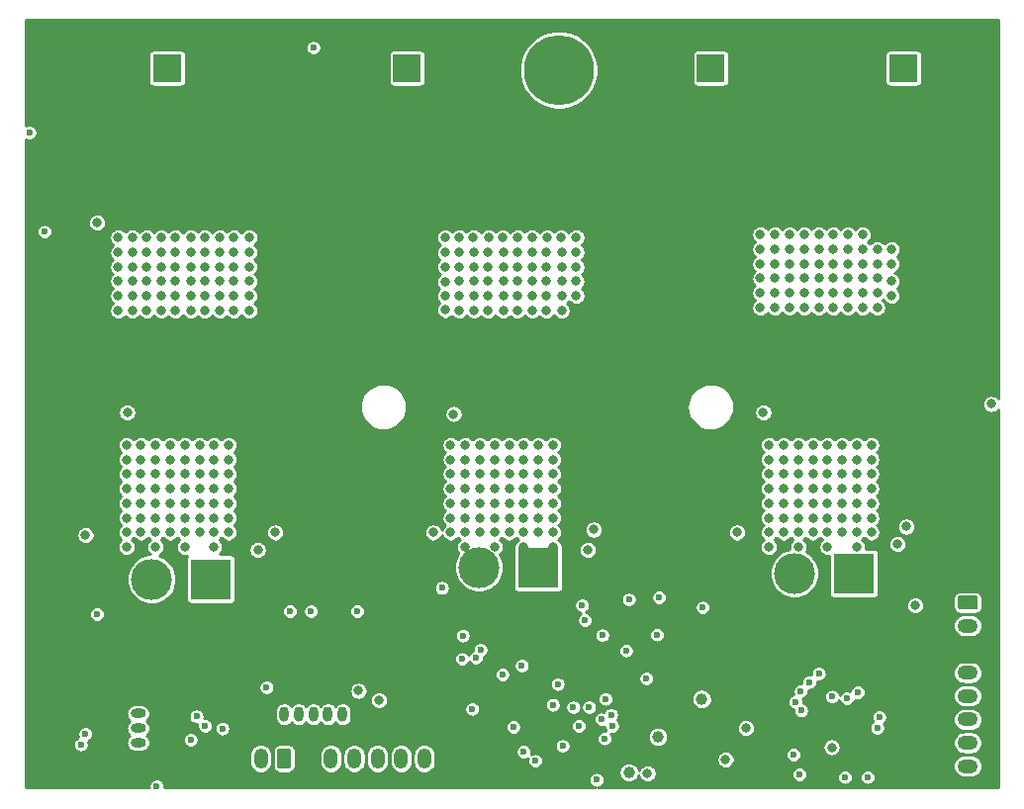
<source format=gbr>
G04 #@! TF.GenerationSoftware,KiCad,Pcbnew,(5.1.2)-2*
G04 #@! TF.CreationDate,2020-12-15T14:43:02+00:00*
G04 #@! TF.ProjectId,INV_Board,494e565f-426f-4617-9264-2e6b69636164,rev?*
G04 #@! TF.SameCoordinates,Original*
G04 #@! TF.FileFunction,Copper,L2,Inr*
G04 #@! TF.FilePolarity,Positive*
%FSLAX46Y46*%
G04 Gerber Fmt 4.6, Leading zero omitted, Abs format (unit mm)*
G04 Created by KiCad (PCBNEW (5.1.2)-2) date 2020-12-15 14:43:02*
%MOMM*%
%LPD*%
G04 APERTURE LIST*
%ADD10C,1.000000*%
%ADD11C,3.500120*%
%ADD12R,3.500120X3.500120*%
%ADD13O,1.750000X1.200000*%
%ADD14C,0.100000*%
%ADD15C,1.200000*%
%ADD16C,2.400000*%
%ADD17R,2.400000X2.400000*%
%ADD18C,0.500000*%
%ADD19O,1.300000X0.800000*%
%ADD20C,0.800000*%
%ADD21C,6.000000*%
%ADD22O,1.200000X1.750000*%
%ADD23O,0.800000X1.300000*%
%ADD24O,1.900000X1.200000*%
%ADD25C,1.450000*%
%ADD26C,0.600000*%
%ADD27C,0.254000*%
G04 APERTURE END LIST*
D10*
X170500000Y-110750000D03*
X168000000Y-113800000D03*
X174250000Y-107500000D03*
D11*
X127170000Y-97250000D03*
D12*
X132250000Y-97250000D03*
D11*
X155170000Y-96250000D03*
D12*
X160250000Y-96250000D03*
D11*
X182170000Y-96750000D03*
D12*
X187250000Y-96750000D03*
D13*
X197000000Y-113250000D03*
X197000000Y-111250000D03*
X197000000Y-109250000D03*
X197000000Y-107250000D03*
X197000000Y-105250000D03*
X197000000Y-103250000D03*
X197000000Y-101250000D03*
D14*
G36*
X197649505Y-98651204D02*
G01*
X197673773Y-98654804D01*
X197697572Y-98660765D01*
X197720671Y-98669030D01*
X197742850Y-98679520D01*
X197763893Y-98692132D01*
X197783599Y-98706747D01*
X197801777Y-98723223D01*
X197818253Y-98741401D01*
X197832868Y-98761107D01*
X197845480Y-98782150D01*
X197855970Y-98804329D01*
X197864235Y-98827428D01*
X197870196Y-98851227D01*
X197873796Y-98875495D01*
X197875000Y-98899999D01*
X197875000Y-99600001D01*
X197873796Y-99624505D01*
X197870196Y-99648773D01*
X197864235Y-99672572D01*
X197855970Y-99695671D01*
X197845480Y-99717850D01*
X197832868Y-99738893D01*
X197818253Y-99758599D01*
X197801777Y-99776777D01*
X197783599Y-99793253D01*
X197763893Y-99807868D01*
X197742850Y-99820480D01*
X197720671Y-99830970D01*
X197697572Y-99839235D01*
X197673773Y-99845196D01*
X197649505Y-99848796D01*
X197625001Y-99850000D01*
X196374999Y-99850000D01*
X196350495Y-99848796D01*
X196326227Y-99845196D01*
X196302428Y-99839235D01*
X196279329Y-99830970D01*
X196257150Y-99820480D01*
X196236107Y-99807868D01*
X196216401Y-99793253D01*
X196198223Y-99776777D01*
X196181747Y-99758599D01*
X196167132Y-99738893D01*
X196154520Y-99717850D01*
X196144030Y-99695671D01*
X196135765Y-99672572D01*
X196129804Y-99648773D01*
X196126204Y-99624505D01*
X196125000Y-99600001D01*
X196125000Y-98899999D01*
X196126204Y-98875495D01*
X196129804Y-98851227D01*
X196135765Y-98827428D01*
X196144030Y-98804329D01*
X196154520Y-98782150D01*
X196167132Y-98761107D01*
X196181747Y-98741401D01*
X196198223Y-98723223D01*
X196216401Y-98706747D01*
X196236107Y-98692132D01*
X196257150Y-98679520D01*
X196279329Y-98669030D01*
X196302428Y-98660765D01*
X196326227Y-98654804D01*
X196350495Y-98651204D01*
X196374999Y-98650000D01*
X197625001Y-98650000D01*
X197649505Y-98651204D01*
X197649505Y-98651204D01*
G37*
D15*
X197000000Y-99250000D03*
D16*
X128500000Y-61000000D03*
D17*
X128500000Y-53500000D03*
D16*
X191500000Y-61000000D03*
D17*
X191500000Y-53500000D03*
D16*
X149000000Y-61000000D03*
D17*
X149000000Y-53500000D03*
D18*
X135062500Y-53850000D03*
X136362500Y-53850000D03*
X135062500Y-55150000D03*
X136362500Y-55150000D03*
X135062500Y-56450000D03*
X136362500Y-56450000D03*
X135062500Y-57750000D03*
X136362500Y-57750000D03*
D19*
X126000000Y-108750000D03*
X126000000Y-110000000D03*
X126000000Y-111250000D03*
D14*
G36*
X126469603Y-112100963D02*
G01*
X126489018Y-112103843D01*
X126508057Y-112108612D01*
X126526537Y-112115224D01*
X126544279Y-112123616D01*
X126561114Y-112133706D01*
X126576879Y-112145398D01*
X126591421Y-112158579D01*
X126604602Y-112173121D01*
X126616294Y-112188886D01*
X126626384Y-112205721D01*
X126634776Y-112223463D01*
X126641388Y-112241943D01*
X126646157Y-112260982D01*
X126649037Y-112280397D01*
X126650000Y-112300000D01*
X126650000Y-112700000D01*
X126649037Y-112719603D01*
X126646157Y-112739018D01*
X126641388Y-112758057D01*
X126634776Y-112776537D01*
X126626384Y-112794279D01*
X126616294Y-112811114D01*
X126604602Y-112826879D01*
X126591421Y-112841421D01*
X126576879Y-112854602D01*
X126561114Y-112866294D01*
X126544279Y-112876384D01*
X126526537Y-112884776D01*
X126508057Y-112891388D01*
X126489018Y-112896157D01*
X126469603Y-112899037D01*
X126450000Y-112900000D01*
X125550000Y-112900000D01*
X125530397Y-112899037D01*
X125510982Y-112896157D01*
X125491943Y-112891388D01*
X125473463Y-112884776D01*
X125455721Y-112876384D01*
X125438886Y-112866294D01*
X125423121Y-112854602D01*
X125408579Y-112841421D01*
X125395398Y-112826879D01*
X125383706Y-112811114D01*
X125373616Y-112794279D01*
X125365224Y-112776537D01*
X125358612Y-112758057D01*
X125353843Y-112739018D01*
X125350963Y-112719603D01*
X125350000Y-112700000D01*
X125350000Y-112300000D01*
X125350963Y-112280397D01*
X125353843Y-112260982D01*
X125358612Y-112241943D01*
X125365224Y-112223463D01*
X125373616Y-112205721D01*
X125383706Y-112188886D01*
X125395398Y-112173121D01*
X125408579Y-112158579D01*
X125423121Y-112145398D01*
X125438886Y-112133706D01*
X125455721Y-112123616D01*
X125473463Y-112115224D01*
X125491943Y-112108612D01*
X125510982Y-112103843D01*
X125530397Y-112100963D01*
X125550000Y-112100000D01*
X126450000Y-112100000D01*
X126469603Y-112100963D01*
X126469603Y-112100963D01*
G37*
D20*
X126000000Y-112500000D03*
D21*
X162000000Y-60850000D03*
X162000000Y-53650000D03*
D16*
X175000000Y-61000000D03*
D17*
X175000000Y-53500000D03*
D22*
X134500000Y-112600000D03*
X136500000Y-112600000D03*
D14*
G36*
X138874505Y-111726204D02*
G01*
X138898773Y-111729804D01*
X138922572Y-111735765D01*
X138945671Y-111744030D01*
X138967850Y-111754520D01*
X138988893Y-111767132D01*
X139008599Y-111781747D01*
X139026777Y-111798223D01*
X139043253Y-111816401D01*
X139057868Y-111836107D01*
X139070480Y-111857150D01*
X139080970Y-111879329D01*
X139089235Y-111902428D01*
X139095196Y-111926227D01*
X139098796Y-111950495D01*
X139100000Y-111974999D01*
X139100000Y-113225001D01*
X139098796Y-113249505D01*
X139095196Y-113273773D01*
X139089235Y-113297572D01*
X139080970Y-113320671D01*
X139070480Y-113342850D01*
X139057868Y-113363893D01*
X139043253Y-113383599D01*
X139026777Y-113401777D01*
X139008599Y-113418253D01*
X138988893Y-113432868D01*
X138967850Y-113445480D01*
X138945671Y-113455970D01*
X138922572Y-113464235D01*
X138898773Y-113470196D01*
X138874505Y-113473796D01*
X138850001Y-113475000D01*
X138149999Y-113475000D01*
X138125495Y-113473796D01*
X138101227Y-113470196D01*
X138077428Y-113464235D01*
X138054329Y-113455970D01*
X138032150Y-113445480D01*
X138011107Y-113432868D01*
X137991401Y-113418253D01*
X137973223Y-113401777D01*
X137956747Y-113383599D01*
X137942132Y-113363893D01*
X137929520Y-113342850D01*
X137919030Y-113320671D01*
X137910765Y-113297572D01*
X137904804Y-113273773D01*
X137901204Y-113249505D01*
X137900000Y-113225001D01*
X137900000Y-111974999D01*
X137901204Y-111950495D01*
X137904804Y-111926227D01*
X137910765Y-111902428D01*
X137919030Y-111879329D01*
X137929520Y-111857150D01*
X137942132Y-111836107D01*
X137956747Y-111816401D01*
X137973223Y-111798223D01*
X137991401Y-111781747D01*
X138011107Y-111767132D01*
X138032150Y-111754520D01*
X138054329Y-111744030D01*
X138077428Y-111735765D01*
X138101227Y-111729804D01*
X138125495Y-111726204D01*
X138149999Y-111725000D01*
X138850001Y-111725000D01*
X138874505Y-111726204D01*
X138874505Y-111726204D01*
G37*
D15*
X138500000Y-112600000D03*
D23*
X143500000Y-108800000D03*
X142250000Y-108800000D03*
X141000000Y-108800000D03*
X139750000Y-108800000D03*
X138500000Y-108800000D03*
D14*
G36*
X137469603Y-108150963D02*
G01*
X137489018Y-108153843D01*
X137508057Y-108158612D01*
X137526537Y-108165224D01*
X137544279Y-108173616D01*
X137561114Y-108183706D01*
X137576879Y-108195398D01*
X137591421Y-108208579D01*
X137604602Y-108223121D01*
X137616294Y-108238886D01*
X137626384Y-108255721D01*
X137634776Y-108273463D01*
X137641388Y-108291943D01*
X137646157Y-108310982D01*
X137649037Y-108330397D01*
X137650000Y-108350000D01*
X137650000Y-109250000D01*
X137649037Y-109269603D01*
X137646157Y-109289018D01*
X137641388Y-109308057D01*
X137634776Y-109326537D01*
X137626384Y-109344279D01*
X137616294Y-109361114D01*
X137604602Y-109376879D01*
X137591421Y-109391421D01*
X137576879Y-109404602D01*
X137561114Y-109416294D01*
X137544279Y-109426384D01*
X137526537Y-109434776D01*
X137508057Y-109441388D01*
X137489018Y-109446157D01*
X137469603Y-109449037D01*
X137450000Y-109450000D01*
X137050000Y-109450000D01*
X137030397Y-109449037D01*
X137010982Y-109446157D01*
X136991943Y-109441388D01*
X136973463Y-109434776D01*
X136955721Y-109426384D01*
X136938886Y-109416294D01*
X136923121Y-109404602D01*
X136908579Y-109391421D01*
X136895398Y-109376879D01*
X136883706Y-109361114D01*
X136873616Y-109344279D01*
X136865224Y-109326537D01*
X136858612Y-109308057D01*
X136853843Y-109289018D01*
X136850963Y-109269603D01*
X136850000Y-109250000D01*
X136850000Y-108350000D01*
X136850963Y-108330397D01*
X136853843Y-108310982D01*
X136858612Y-108291943D01*
X136865224Y-108273463D01*
X136873616Y-108255721D01*
X136883706Y-108238886D01*
X136895398Y-108223121D01*
X136908579Y-108208579D01*
X136923121Y-108195398D01*
X136938886Y-108183706D01*
X136955721Y-108173616D01*
X136973463Y-108165224D01*
X136991943Y-108158612D01*
X137010982Y-108153843D01*
X137030397Y-108150963D01*
X137050000Y-108150000D01*
X137450000Y-108150000D01*
X137469603Y-108150963D01*
X137469603Y-108150963D01*
G37*
D20*
X137250000Y-108800000D03*
D22*
X142500000Y-112600000D03*
X144500000Y-112600000D03*
X146500000Y-112600000D03*
X148500000Y-112600000D03*
X150500000Y-112600000D03*
D14*
G36*
X152874505Y-111726204D02*
G01*
X152898773Y-111729804D01*
X152922572Y-111735765D01*
X152945671Y-111744030D01*
X152967850Y-111754520D01*
X152988893Y-111767132D01*
X153008599Y-111781747D01*
X153026777Y-111798223D01*
X153043253Y-111816401D01*
X153057868Y-111836107D01*
X153070480Y-111857150D01*
X153080970Y-111879329D01*
X153089235Y-111902428D01*
X153095196Y-111926227D01*
X153098796Y-111950495D01*
X153100000Y-111974999D01*
X153100000Y-113225001D01*
X153098796Y-113249505D01*
X153095196Y-113273773D01*
X153089235Y-113297572D01*
X153080970Y-113320671D01*
X153070480Y-113342850D01*
X153057868Y-113363893D01*
X153043253Y-113383599D01*
X153026777Y-113401777D01*
X153008599Y-113418253D01*
X152988893Y-113432868D01*
X152967850Y-113445480D01*
X152945671Y-113455970D01*
X152922572Y-113464235D01*
X152898773Y-113470196D01*
X152874505Y-113473796D01*
X152850001Y-113475000D01*
X152149999Y-113475000D01*
X152125495Y-113473796D01*
X152101227Y-113470196D01*
X152077428Y-113464235D01*
X152054329Y-113455970D01*
X152032150Y-113445480D01*
X152011107Y-113432868D01*
X151991401Y-113418253D01*
X151973223Y-113401777D01*
X151956747Y-113383599D01*
X151942132Y-113363893D01*
X151929520Y-113342850D01*
X151919030Y-113320671D01*
X151910765Y-113297572D01*
X151904804Y-113273773D01*
X151901204Y-113249505D01*
X151900000Y-113225001D01*
X151900000Y-111974999D01*
X151901204Y-111950495D01*
X151904804Y-111926227D01*
X151910765Y-111902428D01*
X151919030Y-111879329D01*
X151929520Y-111857150D01*
X151942132Y-111836107D01*
X151956747Y-111816401D01*
X151973223Y-111798223D01*
X151991401Y-111781747D01*
X152011107Y-111767132D01*
X152032150Y-111754520D01*
X152054329Y-111744030D01*
X152077428Y-111735765D01*
X152101227Y-111729804D01*
X152125495Y-111726204D01*
X152149999Y-111725000D01*
X152850001Y-111725000D01*
X152874505Y-111726204D01*
X152874505Y-111726204D01*
G37*
D15*
X152500000Y-112600000D03*
D24*
X117512500Y-107250000D03*
X117512500Y-114250000D03*
D25*
X120212500Y-108250000D03*
X120212500Y-113250000D03*
D20*
X189250000Y-71500000D03*
X189250000Y-69000000D03*
X189250000Y-70250000D03*
X189250000Y-72750000D03*
X189250000Y-74000000D03*
X188000000Y-71500000D03*
X188000000Y-69000000D03*
X188000000Y-70250000D03*
X188000000Y-72750000D03*
X188000000Y-74000000D03*
X186750000Y-71500000D03*
X186750000Y-69000000D03*
X186750000Y-70250000D03*
X186750000Y-72750000D03*
X186750000Y-74000000D03*
X185500000Y-71500000D03*
X185500000Y-69000000D03*
X185500000Y-70250000D03*
X185500000Y-72750000D03*
X185500000Y-74000000D03*
X184250000Y-71500000D03*
X184250000Y-69000000D03*
X184250000Y-70250000D03*
X184250000Y-72750000D03*
X184250000Y-74000000D03*
X183000000Y-71500000D03*
X183000000Y-69000000D03*
X183000000Y-70250000D03*
X183000000Y-72750000D03*
X183000000Y-74000000D03*
X181750000Y-71500000D03*
X181750000Y-69000000D03*
X181750000Y-70250000D03*
X181750000Y-72750000D03*
X181750000Y-74000000D03*
X180500000Y-71500000D03*
X180500000Y-69000000D03*
X180500000Y-70250000D03*
X180500000Y-72750000D03*
X180500000Y-74000000D03*
X154750000Y-74250000D03*
X157250000Y-74250000D03*
X159750000Y-74250000D03*
X162250000Y-74250000D03*
X155950000Y-74250000D03*
X158450000Y-74250000D03*
X160950000Y-74250000D03*
X153500000Y-74250000D03*
X154750000Y-73000000D03*
X157250000Y-73000000D03*
X159750000Y-73000000D03*
X162250000Y-73000000D03*
X155950000Y-73000000D03*
X158450000Y-73000000D03*
X160950000Y-73000000D03*
X153500000Y-73000000D03*
X154750000Y-71750000D03*
X157250000Y-71750000D03*
X159750000Y-71750000D03*
X162250000Y-71750000D03*
X155950000Y-71750000D03*
X158450000Y-71750000D03*
X160950000Y-71750000D03*
X153500000Y-71750000D03*
X154750000Y-70500000D03*
X157250000Y-70500000D03*
X159750000Y-70500000D03*
X162250000Y-70500000D03*
X155950000Y-70500000D03*
X158450000Y-70500000D03*
X160950000Y-70500000D03*
X153500000Y-70500000D03*
X154750000Y-69250000D03*
X157250000Y-69250000D03*
X159750000Y-69250000D03*
X162250000Y-69250000D03*
X155950000Y-69250000D03*
X158450000Y-69250000D03*
X160950000Y-69250000D03*
X153500000Y-69250000D03*
X128000000Y-70500000D03*
X130500000Y-70500000D03*
X133000000Y-70500000D03*
X135500000Y-70500000D03*
X128000000Y-71750000D03*
X130500000Y-71750000D03*
X133000000Y-71750000D03*
X135500000Y-71750000D03*
X128000000Y-74250000D03*
X130500000Y-74250000D03*
X133000000Y-74250000D03*
X135500000Y-74250000D03*
X129200000Y-74250000D03*
X131700000Y-74250000D03*
X134200000Y-74250000D03*
X126750000Y-74250000D03*
X128000000Y-73000000D03*
X130500000Y-73000000D03*
X133000000Y-73000000D03*
X135500000Y-73000000D03*
X129200000Y-73000000D03*
X131700000Y-73000000D03*
X134200000Y-73000000D03*
X126750000Y-73000000D03*
X129200000Y-71750000D03*
X131700000Y-71750000D03*
X134200000Y-71750000D03*
X126750000Y-71750000D03*
X129200000Y-70500000D03*
X131700000Y-70500000D03*
X134200000Y-70500000D03*
X126750000Y-70500000D03*
X128000000Y-69250000D03*
X130500000Y-69250000D03*
X133000000Y-69250000D03*
X135500000Y-69250000D03*
X129200000Y-69250000D03*
X131700000Y-69250000D03*
X134200000Y-69250000D03*
X126750000Y-69250000D03*
X187500000Y-90750000D03*
X187500000Y-88250000D03*
X187500000Y-85750000D03*
X186250000Y-87000000D03*
X186250000Y-89500000D03*
X186250000Y-92000000D03*
X186250000Y-90750000D03*
X187500000Y-92000000D03*
X186250000Y-85750000D03*
X187500000Y-89500000D03*
X187500000Y-87000000D03*
X186250000Y-88250000D03*
X183750000Y-90750000D03*
X183750000Y-88250000D03*
X183750000Y-85750000D03*
X182500000Y-87000000D03*
X182500000Y-89500000D03*
X182500000Y-92000000D03*
X185000000Y-87000000D03*
X185000000Y-89500000D03*
X185000000Y-92000000D03*
X185000000Y-90750000D03*
X185000000Y-88250000D03*
X185000000Y-85750000D03*
X182500000Y-90750000D03*
X183750000Y-92000000D03*
X182500000Y-85750000D03*
X183750000Y-89500000D03*
X183750000Y-87000000D03*
X182500000Y-88250000D03*
X161500000Y-90750000D03*
X161500000Y-88250000D03*
X161500000Y-85750000D03*
X160250000Y-87000000D03*
X160250000Y-89500000D03*
X160250000Y-92000000D03*
X160250000Y-90750000D03*
X161500000Y-92000000D03*
X160250000Y-85750000D03*
X161500000Y-89500000D03*
X161500000Y-87000000D03*
X160250000Y-88250000D03*
X159000000Y-90750000D03*
X159000000Y-88250000D03*
X159000000Y-85750000D03*
X157750000Y-87000000D03*
X157750000Y-89500000D03*
X157750000Y-92000000D03*
X157750000Y-90750000D03*
X159000000Y-92000000D03*
X157750000Y-85750000D03*
X159000000Y-89500000D03*
X159000000Y-87000000D03*
X157750000Y-88250000D03*
X156500000Y-90750000D03*
X156500000Y-88250000D03*
X156500000Y-85750000D03*
X155250000Y-87000000D03*
X155250000Y-89500000D03*
X155250000Y-92000000D03*
X155250000Y-90750000D03*
X156500000Y-92000000D03*
X155250000Y-85750000D03*
X156500000Y-89500000D03*
X156500000Y-87000000D03*
X155250000Y-88250000D03*
X132500000Y-89500000D03*
X132500000Y-87000000D03*
X131250000Y-88250000D03*
X131250000Y-90750000D03*
X131250000Y-85750000D03*
X132500000Y-90750000D03*
X132500000Y-88250000D03*
X132500000Y-85750000D03*
X131250000Y-87000000D03*
X131250000Y-89500000D03*
X130000000Y-87000000D03*
X130000000Y-89500000D03*
X130000000Y-92000000D03*
X130000000Y-90750000D03*
X130000000Y-88250000D03*
X130000000Y-85750000D03*
X128750000Y-89500000D03*
X128750000Y-87000000D03*
X127500000Y-88250000D03*
X127500000Y-90750000D03*
X128750000Y-92000000D03*
X127500000Y-85750000D03*
X128750000Y-90750000D03*
X128750000Y-88250000D03*
X128750000Y-85750000D03*
X127500000Y-87000000D03*
X127500000Y-89500000D03*
X127500000Y-92000000D03*
D26*
X165250000Y-114424990D03*
D20*
X176279786Y-112675013D03*
D26*
X168000000Y-99000000D03*
X139000000Y-100000000D03*
D20*
X192500000Y-99500000D03*
D26*
X158847674Y-104652326D03*
X159000000Y-112000000D03*
X161500000Y-108000000D03*
X169500000Y-105750000D03*
D20*
X185362508Y-111637500D03*
X178000000Y-110000000D03*
D26*
X130500000Y-111000000D03*
X131740718Y-109810752D03*
X137000000Y-106500000D03*
D20*
X144750000Y-74750000D03*
X146000000Y-77250000D03*
X148500000Y-77250000D03*
X144750000Y-77250000D03*
X147250000Y-77250000D03*
X148500000Y-76000000D03*
X146000000Y-76000000D03*
X144750000Y-76000000D03*
X147250000Y-76000000D03*
X195000000Y-73250000D03*
X197500000Y-73250000D03*
X193750000Y-73250000D03*
X196250000Y-73250000D03*
X197500000Y-72000000D03*
X195000000Y-74500000D03*
X197500000Y-74500000D03*
X195000000Y-72000000D03*
X193750000Y-72000000D03*
X196250000Y-74500000D03*
X196250000Y-72000000D03*
X193750000Y-74500000D03*
X172250000Y-74500000D03*
X173500000Y-76750000D03*
X176000000Y-76750000D03*
X172250000Y-76750000D03*
X174750000Y-76750000D03*
X173500000Y-74500000D03*
X173500000Y-75500000D03*
X172250000Y-75500000D03*
X174750000Y-75500000D03*
X172250000Y-78000000D03*
X120250000Y-79500000D03*
X121500000Y-77000000D03*
X119000000Y-79500000D03*
X119000000Y-77000000D03*
X121500000Y-79500000D03*
X120250000Y-78250000D03*
X119000000Y-78250000D03*
X121500000Y-78250000D03*
X120250000Y-77000000D03*
X152200000Y-110300000D03*
X149200000Y-110200000D03*
X139750000Y-76000000D03*
X196250000Y-78000000D03*
X193750000Y-78000000D03*
X193750000Y-75500000D03*
X167250000Y-78000000D03*
X169750000Y-78000000D03*
X167250000Y-75500000D03*
X142250000Y-78500000D03*
X122000000Y-54500000D03*
X193750000Y-70750000D03*
X192500000Y-75500000D03*
X195000000Y-78000000D03*
X195000000Y-75500000D03*
X192500000Y-78000000D03*
X196250000Y-70750000D03*
X197500000Y-78000000D03*
X166000000Y-74500000D03*
X171000000Y-74500000D03*
X166000000Y-75500000D03*
X168500000Y-78000000D03*
X168500000Y-75500000D03*
X166000000Y-78000000D03*
X168500000Y-74500000D03*
X171000000Y-78000000D03*
X138500000Y-74750000D03*
X143500000Y-74750000D03*
X138500000Y-76000000D03*
X143500000Y-76000000D03*
X141000000Y-78500000D03*
X141000000Y-76000000D03*
X141000000Y-74750000D03*
X143500000Y-78500000D03*
D26*
X161500000Y-109400000D03*
D20*
X197500000Y-75500000D03*
X171000000Y-75500000D03*
X167250000Y-76750000D03*
X169750000Y-76750000D03*
X169750000Y-79250000D03*
X167250000Y-79250000D03*
X193750000Y-76750000D03*
X196250000Y-76750000D03*
X196250000Y-79250000D03*
X193750000Y-79250000D03*
X139750000Y-77250000D03*
X142250000Y-77250000D03*
X142250000Y-79750000D03*
X139750000Y-79750000D03*
X125150000Y-54600000D03*
X125500000Y-63250000D03*
X138500000Y-77250000D03*
X141000000Y-77250000D03*
X143500000Y-77250000D03*
X139750000Y-78500000D03*
X138500000Y-79750000D03*
X141000000Y-79750000D03*
X143500000Y-79750000D03*
X142250000Y-74750000D03*
X139750000Y-74750000D03*
X166000000Y-76750000D03*
X168500000Y-76750000D03*
X169750000Y-75500000D03*
X171000000Y-76750000D03*
X166000000Y-79250000D03*
X168500000Y-79250000D03*
X171000000Y-79250000D03*
X169750000Y-74500000D03*
X167250000Y-74500000D03*
X192500000Y-76750000D03*
X196250000Y-75500000D03*
X197500000Y-76750000D03*
X195000000Y-76750000D03*
X192500000Y-79250000D03*
X195000000Y-79250000D03*
X197500000Y-79250000D03*
X195000000Y-70750000D03*
X197500000Y-70750000D03*
X142250000Y-76000000D03*
X144600000Y-110500000D03*
D26*
X157300000Y-108700065D03*
D20*
X131500000Y-114000000D03*
X119400000Y-62100000D03*
X169500000Y-101700000D03*
D26*
X185500000Y-114000000D03*
D20*
X171900000Y-110900004D03*
X187500000Y-113800000D03*
X173600000Y-113000000D03*
X176000000Y-110874991D03*
X171668750Y-106168750D03*
X185399998Y-109300002D03*
X121550000Y-70900000D03*
X116800000Y-49900000D03*
X128000000Y-58200000D03*
X126750000Y-103750000D03*
D26*
X163881943Y-111124980D03*
D20*
X117840008Y-54500000D03*
D26*
X154846032Y-113824960D03*
X118900000Y-104100000D03*
D20*
X134000000Y-60000000D03*
X135000000Y-60000000D03*
X133000000Y-60000000D03*
X135000000Y-59000000D03*
X134000000Y-59000000D03*
D26*
X194000000Y-98000000D03*
X140269978Y-97530001D03*
X168469976Y-97000000D03*
D20*
X138500000Y-78500000D03*
X159880034Y-104119998D03*
D26*
X177500000Y-101500000D03*
D20*
X123250000Y-102500000D03*
X151000000Y-99750000D03*
X146730481Y-101230481D03*
D26*
X181815898Y-113462522D03*
D20*
X180500000Y-109000000D03*
X120299838Y-68308589D03*
X120400001Y-66600000D03*
X170726229Y-112850021D03*
X179250000Y-70250000D03*
X179250000Y-69000000D03*
X190500000Y-70250000D03*
X190500000Y-69000000D03*
X124300000Y-73000000D03*
X152300000Y-73000000D03*
X179250000Y-72750000D03*
X184250000Y-67750000D03*
X186750000Y-67750000D03*
X181750000Y-67750000D03*
X179250000Y-71500000D03*
X179250000Y-74000000D03*
X157200000Y-68000000D03*
X159700000Y-68000000D03*
X162200000Y-68000000D03*
X154700000Y-68000000D03*
X152300000Y-70500000D03*
X129200000Y-68000000D03*
X131700000Y-68000000D03*
X134200000Y-68000000D03*
X126750000Y-68000000D03*
X125500000Y-74250000D03*
X125500000Y-71700000D03*
X125500000Y-69300000D03*
X124300000Y-68000000D03*
X152300000Y-74200000D03*
X152300000Y-71800000D03*
X161000000Y-68000000D03*
X152300000Y-69300000D03*
X163500000Y-68000000D03*
X153500000Y-68000000D03*
X156000000Y-68000000D03*
X152300000Y-68000000D03*
X188000000Y-67750000D03*
X179250000Y-67750000D03*
X180500000Y-67750000D03*
X183000000Y-67750000D03*
X185500000Y-67750000D03*
X190500000Y-73000000D03*
X158500000Y-68000000D03*
X128000000Y-68000000D03*
X130500000Y-68000000D03*
X133000000Y-68000000D03*
X125500000Y-73000000D03*
X125500000Y-70500000D03*
X125500000Y-68000000D03*
X135500000Y-68000000D03*
X124300000Y-74250000D03*
X124300000Y-71700000D03*
X124300000Y-69300000D03*
X124300000Y-70500000D03*
X190500000Y-71750000D03*
X199000000Y-82250000D03*
D26*
X141000000Y-51750000D03*
D20*
X163500000Y-73000000D03*
X163500000Y-70500000D03*
X163500000Y-71750000D03*
X163500000Y-69250000D03*
D26*
X166478067Y-108847661D03*
X165719991Y-102055747D03*
X163249988Y-108222411D03*
X164600002Y-108200000D03*
X161907641Y-106225020D03*
X155299677Y-103276720D03*
D20*
X180000000Y-90750000D03*
X180000000Y-88250000D03*
X180000000Y-85750000D03*
X185000000Y-93250000D03*
X182500000Y-93250000D03*
X180000000Y-93250000D03*
X187500000Y-93250000D03*
X188750000Y-87000000D03*
X188750000Y-89500000D03*
X188750000Y-92000000D03*
X181250000Y-87000000D03*
X181250000Y-89500000D03*
X181250000Y-92000000D03*
X181250000Y-93250000D03*
X183750000Y-93250000D03*
X186250000Y-93250000D03*
X181250000Y-90750000D03*
X181250000Y-88250000D03*
X181250000Y-85750000D03*
X188750000Y-90750000D03*
X185000000Y-94500000D03*
X182500000Y-94500000D03*
X180000000Y-94500000D03*
X180000000Y-92000000D03*
X188750000Y-85750000D03*
X180000000Y-89500000D03*
X188750000Y-93250000D03*
X187500000Y-94500000D03*
X180000000Y-87000000D03*
X188750000Y-88250000D03*
X154000000Y-90750000D03*
X154000000Y-88250000D03*
X154000000Y-85750000D03*
X159000000Y-93250000D03*
X156500000Y-93250000D03*
X154000000Y-93250000D03*
X161500000Y-93250000D03*
X152750000Y-87000000D03*
X152750000Y-89500000D03*
X152750000Y-92000000D03*
X155250000Y-93250000D03*
X157750000Y-93250000D03*
X160250000Y-93250000D03*
X152750000Y-90750000D03*
X159000000Y-94500000D03*
X156500000Y-94500000D03*
X154000000Y-94500000D03*
X154000000Y-92000000D03*
X152750000Y-85750000D03*
X154000000Y-89500000D03*
X152750000Y-93250000D03*
X161500000Y-94500000D03*
X154000000Y-87000000D03*
X152750000Y-88250000D03*
X125000000Y-90750000D03*
X125000000Y-88250000D03*
X125000000Y-85750000D03*
X130000000Y-93250000D03*
X127500000Y-93250000D03*
X125000000Y-93250000D03*
X132500000Y-93250000D03*
X133750000Y-87000000D03*
X131250000Y-92000000D03*
X133750000Y-89500000D03*
X133750000Y-92000000D03*
X126250000Y-87000000D03*
X126250000Y-89500000D03*
X126250000Y-92000000D03*
X126250000Y-93250000D03*
X128750000Y-93250000D03*
X131250000Y-93250000D03*
X126250000Y-90750000D03*
X126250000Y-88250000D03*
X126250000Y-85750000D03*
X132500000Y-94500000D03*
X125000000Y-89500000D03*
X125000000Y-87000000D03*
X133750000Y-88250000D03*
X130000000Y-94500000D03*
X125000000Y-94500000D03*
X133750000Y-90750000D03*
X127500000Y-94500000D03*
X125000000Y-92000000D03*
X133750000Y-93250000D03*
X133750000Y-85750000D03*
X132500000Y-92000000D03*
D26*
X121500000Y-110500000D03*
X121105463Y-111399993D03*
X153725121Y-104074861D03*
X153790333Y-102074828D03*
X189250000Y-110000000D03*
X182750000Y-108500000D03*
X164000000Y-99500000D03*
X165642748Y-109242748D03*
X182250000Y-107750000D03*
X189422683Y-109046073D03*
X163714894Y-109824968D03*
X157175728Y-105424272D03*
X165906555Y-110893430D03*
X154909049Y-103974881D03*
X160000000Y-112800000D03*
X162325022Y-111529401D03*
X187578669Y-106947524D03*
X184252017Y-105333740D03*
X186668809Y-107458255D03*
X183456433Y-106057069D03*
D20*
X169600000Y-113900000D03*
D26*
X182608267Y-113974969D03*
X158112196Y-109913151D03*
X131000000Y-109000000D03*
X154600000Y-108350132D03*
X133215024Y-110033520D03*
D20*
X146620584Y-107625043D03*
X144866993Y-106805665D03*
D26*
X140800000Y-100000000D03*
X144750000Y-100000000D03*
X164250000Y-100750000D03*
X166000000Y-107500000D03*
X127600000Y-114975000D03*
X188450000Y-114200000D03*
X186500000Y-114200000D03*
X116699999Y-59010007D03*
D20*
X122500000Y-66738449D03*
D26*
X152000000Y-98000000D03*
X122500000Y-100250000D03*
X118000000Y-67500012D03*
X174325728Y-99674272D03*
X185400000Y-107300000D03*
X182703448Y-106832038D03*
X182100229Y-112262510D03*
X167761605Y-103361605D03*
X170400000Y-102000000D03*
X170600000Y-98800000D03*
X166572827Y-109821371D03*
D20*
X179500000Y-83000000D03*
X177250000Y-93250000D03*
X191750000Y-92750000D03*
X191000000Y-94250000D03*
X153000000Y-83109998D03*
X151250000Y-93250000D03*
X165000000Y-93000000D03*
X164500000Y-94750004D03*
X125075012Y-83000000D03*
X121500000Y-93500000D03*
X137750000Y-93250000D03*
X136250000Y-94750000D03*
D27*
G36*
X199598000Y-81749155D02*
G01*
X199495309Y-81646464D01*
X199368048Y-81561431D01*
X199226643Y-81502859D01*
X199076528Y-81473000D01*
X198923472Y-81473000D01*
X198773357Y-81502859D01*
X198631952Y-81561431D01*
X198504691Y-81646464D01*
X198396464Y-81754691D01*
X198311431Y-81881952D01*
X198252859Y-82023357D01*
X198223000Y-82173472D01*
X198223000Y-82326528D01*
X198252859Y-82476643D01*
X198311431Y-82618048D01*
X198396464Y-82745309D01*
X198504691Y-82853536D01*
X198631952Y-82938569D01*
X198773357Y-82997141D01*
X198923472Y-83027000D01*
X199076528Y-83027000D01*
X199226643Y-82997141D01*
X199368048Y-82938569D01*
X199495309Y-82853536D01*
X199598001Y-82750844D01*
X199598001Y-115098000D01*
X165336739Y-115098000D01*
X165447474Y-115075974D01*
X165570680Y-115024940D01*
X165681563Y-114950850D01*
X165775860Y-114856553D01*
X165849950Y-114745670D01*
X165900984Y-114622464D01*
X165927000Y-114491669D01*
X165927000Y-114358311D01*
X165900984Y-114227516D01*
X165849950Y-114104310D01*
X165775860Y-113993427D01*
X165681563Y-113899130D01*
X165570680Y-113825040D01*
X165447474Y-113774006D01*
X165316679Y-113747990D01*
X165183321Y-113747990D01*
X165052526Y-113774006D01*
X164929320Y-113825040D01*
X164818437Y-113899130D01*
X164724140Y-113993427D01*
X164650050Y-114104310D01*
X164599016Y-114227516D01*
X164573000Y-114358311D01*
X164573000Y-114491669D01*
X164599016Y-114622464D01*
X164650050Y-114745670D01*
X164724140Y-114856553D01*
X164818437Y-114950850D01*
X164929320Y-115024940D01*
X165052526Y-115075974D01*
X165163261Y-115098000D01*
X128265797Y-115098000D01*
X128277000Y-115041679D01*
X128277000Y-114908321D01*
X128250984Y-114777526D01*
X128199950Y-114654320D01*
X128125860Y-114543437D01*
X128031563Y-114449140D01*
X127920680Y-114375050D01*
X127797474Y-114324016D01*
X127666679Y-114298000D01*
X127533321Y-114298000D01*
X127402526Y-114324016D01*
X127279320Y-114375050D01*
X127168437Y-114449140D01*
X127074140Y-114543437D01*
X127000050Y-114654320D01*
X126949016Y-114777526D01*
X126923000Y-114908321D01*
X126923000Y-115041679D01*
X126934203Y-115098000D01*
X116402000Y-115098000D01*
X116402000Y-112277007D01*
X135523000Y-112277007D01*
X135523000Y-112922992D01*
X135537137Y-113066524D01*
X135593003Y-113250690D01*
X135683724Y-113420418D01*
X135805814Y-113569186D01*
X135954582Y-113691276D01*
X136124309Y-113781997D01*
X136308475Y-113837863D01*
X136500000Y-113856727D01*
X136691524Y-113837863D01*
X136875690Y-113781997D01*
X137045418Y-113691276D01*
X137194186Y-113569186D01*
X137316276Y-113420418D01*
X137406997Y-113250691D01*
X137462863Y-113066525D01*
X137477000Y-112922993D01*
X137477000Y-112277008D01*
X137462863Y-112133476D01*
X137414790Y-111974999D01*
X137521176Y-111974999D01*
X137521176Y-113225001D01*
X137533259Y-113347678D01*
X137569042Y-113465641D01*
X137627152Y-113574356D01*
X137705354Y-113669646D01*
X137800644Y-113747848D01*
X137909359Y-113805958D01*
X138027322Y-113841741D01*
X138149999Y-113853824D01*
X138850001Y-113853824D01*
X138972678Y-113841741D01*
X139090641Y-113805958D01*
X139199356Y-113747848D01*
X139294646Y-113669646D01*
X139372848Y-113574356D01*
X139430958Y-113465641D01*
X139466741Y-113347678D01*
X139478824Y-113225001D01*
X139478824Y-112277007D01*
X141523000Y-112277007D01*
X141523000Y-112922992D01*
X141537137Y-113066524D01*
X141593003Y-113250690D01*
X141683724Y-113420418D01*
X141805814Y-113569186D01*
X141954582Y-113691276D01*
X142124309Y-113781997D01*
X142308475Y-113837863D01*
X142500000Y-113856727D01*
X142691524Y-113837863D01*
X142875690Y-113781997D01*
X143045418Y-113691276D01*
X143194186Y-113569186D01*
X143316276Y-113420418D01*
X143406997Y-113250691D01*
X143462863Y-113066525D01*
X143477000Y-112922993D01*
X143477000Y-112277008D01*
X143477000Y-112277007D01*
X143523000Y-112277007D01*
X143523000Y-112922992D01*
X143537137Y-113066524D01*
X143593003Y-113250690D01*
X143683724Y-113420418D01*
X143805814Y-113569186D01*
X143954582Y-113691276D01*
X144124309Y-113781997D01*
X144308475Y-113837863D01*
X144500000Y-113856727D01*
X144691524Y-113837863D01*
X144875690Y-113781997D01*
X145045418Y-113691276D01*
X145194186Y-113569186D01*
X145316276Y-113420418D01*
X145406997Y-113250691D01*
X145462863Y-113066525D01*
X145477000Y-112922993D01*
X145477000Y-112277008D01*
X145477000Y-112277007D01*
X145523000Y-112277007D01*
X145523000Y-112922992D01*
X145537137Y-113066524D01*
X145593003Y-113250690D01*
X145683724Y-113420418D01*
X145805814Y-113569186D01*
X145954582Y-113691276D01*
X146124309Y-113781997D01*
X146308475Y-113837863D01*
X146500000Y-113856727D01*
X146691524Y-113837863D01*
X146875690Y-113781997D01*
X147045418Y-113691276D01*
X147194186Y-113569186D01*
X147316276Y-113420418D01*
X147406997Y-113250691D01*
X147462863Y-113066525D01*
X147477000Y-112922993D01*
X147477000Y-112277008D01*
X147477000Y-112277007D01*
X147523000Y-112277007D01*
X147523000Y-112922992D01*
X147537137Y-113066524D01*
X147593003Y-113250690D01*
X147683724Y-113420418D01*
X147805814Y-113569186D01*
X147954582Y-113691276D01*
X148124309Y-113781997D01*
X148308475Y-113837863D01*
X148500000Y-113856727D01*
X148691524Y-113837863D01*
X148875690Y-113781997D01*
X149045418Y-113691276D01*
X149194186Y-113569186D01*
X149316276Y-113420418D01*
X149406997Y-113250691D01*
X149462863Y-113066525D01*
X149477000Y-112922993D01*
X149477000Y-112277008D01*
X149477000Y-112277007D01*
X149523000Y-112277007D01*
X149523000Y-112922992D01*
X149537137Y-113066524D01*
X149593003Y-113250690D01*
X149683724Y-113420418D01*
X149805814Y-113569186D01*
X149954582Y-113691276D01*
X150124309Y-113781997D01*
X150308475Y-113837863D01*
X150500000Y-113856727D01*
X150691524Y-113837863D01*
X150875690Y-113781997D01*
X151003609Y-113713623D01*
X167123000Y-113713623D01*
X167123000Y-113886377D01*
X167156703Y-114055811D01*
X167222813Y-114215415D01*
X167318790Y-114359055D01*
X167440945Y-114481210D01*
X167584585Y-114577187D01*
X167744189Y-114643297D01*
X167913623Y-114677000D01*
X168086377Y-114677000D01*
X168255811Y-114643297D01*
X168415415Y-114577187D01*
X168559055Y-114481210D01*
X168681210Y-114359055D01*
X168777187Y-114215415D01*
X168840239Y-114063195D01*
X168852859Y-114126643D01*
X168911431Y-114268048D01*
X168996464Y-114395309D01*
X169104691Y-114503536D01*
X169231952Y-114588569D01*
X169373357Y-114647141D01*
X169523472Y-114677000D01*
X169676528Y-114677000D01*
X169826643Y-114647141D01*
X169968048Y-114588569D01*
X170095309Y-114503536D01*
X170203536Y-114395309D01*
X170288569Y-114268048D01*
X170347141Y-114126643D01*
X170377000Y-113976528D01*
X170377000Y-113908290D01*
X181931267Y-113908290D01*
X181931267Y-114041648D01*
X181957283Y-114172443D01*
X182008317Y-114295649D01*
X182082407Y-114406532D01*
X182176704Y-114500829D01*
X182287587Y-114574919D01*
X182410793Y-114625953D01*
X182541588Y-114651969D01*
X182674946Y-114651969D01*
X182805741Y-114625953D01*
X182928947Y-114574919D01*
X183039830Y-114500829D01*
X183134127Y-114406532D01*
X183208217Y-114295649D01*
X183259251Y-114172443D01*
X183267032Y-114133321D01*
X185823000Y-114133321D01*
X185823000Y-114266679D01*
X185849016Y-114397474D01*
X185900050Y-114520680D01*
X185974140Y-114631563D01*
X186068437Y-114725860D01*
X186179320Y-114799950D01*
X186302526Y-114850984D01*
X186433321Y-114877000D01*
X186566679Y-114877000D01*
X186697474Y-114850984D01*
X186820680Y-114799950D01*
X186931563Y-114725860D01*
X187025860Y-114631563D01*
X187099950Y-114520680D01*
X187150984Y-114397474D01*
X187177000Y-114266679D01*
X187177000Y-114133321D01*
X187773000Y-114133321D01*
X187773000Y-114266679D01*
X187799016Y-114397474D01*
X187850050Y-114520680D01*
X187924140Y-114631563D01*
X188018437Y-114725860D01*
X188129320Y-114799950D01*
X188252526Y-114850984D01*
X188383321Y-114877000D01*
X188516679Y-114877000D01*
X188647474Y-114850984D01*
X188770680Y-114799950D01*
X188881563Y-114725860D01*
X188975860Y-114631563D01*
X189049950Y-114520680D01*
X189100984Y-114397474D01*
X189127000Y-114266679D01*
X189127000Y-114133321D01*
X189100984Y-114002526D01*
X189049950Y-113879320D01*
X188975860Y-113768437D01*
X188881563Y-113674140D01*
X188770680Y-113600050D01*
X188647474Y-113549016D01*
X188516679Y-113523000D01*
X188383321Y-113523000D01*
X188252526Y-113549016D01*
X188129320Y-113600050D01*
X188018437Y-113674140D01*
X187924140Y-113768437D01*
X187850050Y-113879320D01*
X187799016Y-114002526D01*
X187773000Y-114133321D01*
X187177000Y-114133321D01*
X187150984Y-114002526D01*
X187099950Y-113879320D01*
X187025860Y-113768437D01*
X186931563Y-113674140D01*
X186820680Y-113600050D01*
X186697474Y-113549016D01*
X186566679Y-113523000D01*
X186433321Y-113523000D01*
X186302526Y-113549016D01*
X186179320Y-113600050D01*
X186068437Y-113674140D01*
X185974140Y-113768437D01*
X185900050Y-113879320D01*
X185849016Y-114002526D01*
X185823000Y-114133321D01*
X183267032Y-114133321D01*
X183285267Y-114041648D01*
X183285267Y-113908290D01*
X183259251Y-113777495D01*
X183208217Y-113654289D01*
X183134127Y-113543406D01*
X183039830Y-113449109D01*
X182928947Y-113375019D01*
X182805741Y-113323985D01*
X182674946Y-113297969D01*
X182541588Y-113297969D01*
X182410793Y-113323985D01*
X182287587Y-113375019D01*
X182176704Y-113449109D01*
X182082407Y-113543406D01*
X182008317Y-113654289D01*
X181957283Y-113777495D01*
X181931267Y-113908290D01*
X170377000Y-113908290D01*
X170377000Y-113823472D01*
X170347141Y-113673357D01*
X170288569Y-113531952D01*
X170203536Y-113404691D01*
X170095309Y-113296464D01*
X169968048Y-113211431D01*
X169826643Y-113152859D01*
X169676528Y-113123000D01*
X169523472Y-113123000D01*
X169373357Y-113152859D01*
X169231952Y-113211431D01*
X169104691Y-113296464D01*
X168996464Y-113404691D01*
X168911431Y-113531952D01*
X168863757Y-113647047D01*
X168843297Y-113544189D01*
X168777187Y-113384585D01*
X168681210Y-113240945D01*
X168559055Y-113118790D01*
X168415415Y-113022813D01*
X168255811Y-112956703D01*
X168086377Y-112923000D01*
X167913623Y-112923000D01*
X167744189Y-112956703D01*
X167584585Y-113022813D01*
X167440945Y-113118790D01*
X167318790Y-113240945D01*
X167222813Y-113384585D01*
X167156703Y-113544189D01*
X167123000Y-113713623D01*
X151003609Y-113713623D01*
X151045418Y-113691276D01*
X151194186Y-113569186D01*
X151316276Y-113420418D01*
X151406997Y-113250691D01*
X151462863Y-113066525D01*
X151477000Y-112922993D01*
X151477000Y-112277008D01*
X151462863Y-112133476D01*
X151406997Y-111949309D01*
X151398452Y-111933321D01*
X158323000Y-111933321D01*
X158323000Y-112066679D01*
X158349016Y-112197474D01*
X158400050Y-112320680D01*
X158474140Y-112431563D01*
X158568437Y-112525860D01*
X158679320Y-112599950D01*
X158802526Y-112650984D01*
X158933321Y-112677000D01*
X159066679Y-112677000D01*
X159197474Y-112650984D01*
X159320680Y-112599950D01*
X159361335Y-112572785D01*
X159349016Y-112602526D01*
X159323000Y-112733321D01*
X159323000Y-112866679D01*
X159349016Y-112997474D01*
X159400050Y-113120680D01*
X159474140Y-113231563D01*
X159568437Y-113325860D01*
X159679320Y-113399950D01*
X159802526Y-113450984D01*
X159933321Y-113477000D01*
X160066679Y-113477000D01*
X160197474Y-113450984D01*
X160320680Y-113399950D01*
X160431563Y-113325860D01*
X160525860Y-113231563D01*
X160599950Y-113120680D01*
X160650984Y-112997474D01*
X160677000Y-112866679D01*
X160677000Y-112733321D01*
X160650984Y-112602526D01*
X160649311Y-112598485D01*
X175502786Y-112598485D01*
X175502786Y-112751541D01*
X175532645Y-112901656D01*
X175591217Y-113043061D01*
X175676250Y-113170322D01*
X175784477Y-113278549D01*
X175911738Y-113363582D01*
X176053143Y-113422154D01*
X176203258Y-113452013D01*
X176356314Y-113452013D01*
X176506429Y-113422154D01*
X176647834Y-113363582D01*
X176775095Y-113278549D01*
X176803644Y-113250000D01*
X195743273Y-113250000D01*
X195762137Y-113441525D01*
X195818003Y-113625691D01*
X195908724Y-113795418D01*
X196030814Y-113944186D01*
X196179582Y-114066276D01*
X196349309Y-114156997D01*
X196533475Y-114212863D01*
X196677007Y-114227000D01*
X197322993Y-114227000D01*
X197466525Y-114212863D01*
X197650691Y-114156997D01*
X197820418Y-114066276D01*
X197969186Y-113944186D01*
X198091276Y-113795418D01*
X198181997Y-113625691D01*
X198237863Y-113441525D01*
X198256727Y-113250000D01*
X198237863Y-113058475D01*
X198181997Y-112874309D01*
X198091276Y-112704582D01*
X197969186Y-112555814D01*
X197820418Y-112433724D01*
X197650691Y-112343003D01*
X197466525Y-112287137D01*
X197322993Y-112273000D01*
X196677007Y-112273000D01*
X196533475Y-112287137D01*
X196349309Y-112343003D01*
X196179582Y-112433724D01*
X196030814Y-112555814D01*
X195908724Y-112704582D01*
X195818003Y-112874309D01*
X195762137Y-113058475D01*
X195743273Y-113250000D01*
X176803644Y-113250000D01*
X176883322Y-113170322D01*
X176968355Y-113043061D01*
X177026927Y-112901656D01*
X177056786Y-112751541D01*
X177056786Y-112598485D01*
X177026927Y-112448370D01*
X176968355Y-112306965D01*
X176894098Y-112195831D01*
X181423229Y-112195831D01*
X181423229Y-112329189D01*
X181449245Y-112459984D01*
X181500279Y-112583190D01*
X181574369Y-112694073D01*
X181668666Y-112788370D01*
X181779549Y-112862460D01*
X181902755Y-112913494D01*
X182033550Y-112939510D01*
X182166908Y-112939510D01*
X182297703Y-112913494D01*
X182420909Y-112862460D01*
X182531792Y-112788370D01*
X182626089Y-112694073D01*
X182700179Y-112583190D01*
X182751213Y-112459984D01*
X182777229Y-112329189D01*
X182777229Y-112195831D01*
X182751213Y-112065036D01*
X182700179Y-111941830D01*
X182626089Y-111830947D01*
X182531792Y-111736650D01*
X182420909Y-111662560D01*
X182297703Y-111611526D01*
X182166908Y-111585510D01*
X182033550Y-111585510D01*
X181902755Y-111611526D01*
X181779549Y-111662560D01*
X181668666Y-111736650D01*
X181574369Y-111830947D01*
X181500279Y-111941830D01*
X181449245Y-112065036D01*
X181423229Y-112195831D01*
X176894098Y-112195831D01*
X176883322Y-112179704D01*
X176775095Y-112071477D01*
X176647834Y-111986444D01*
X176506429Y-111927872D01*
X176356314Y-111898013D01*
X176203258Y-111898013D01*
X176053143Y-111927872D01*
X175911738Y-111986444D01*
X175784477Y-112071477D01*
X175676250Y-112179704D01*
X175591217Y-112306965D01*
X175532645Y-112448370D01*
X175502786Y-112598485D01*
X160649311Y-112598485D01*
X160599950Y-112479320D01*
X160525860Y-112368437D01*
X160431563Y-112274140D01*
X160320680Y-112200050D01*
X160197474Y-112149016D01*
X160066679Y-112123000D01*
X159933321Y-112123000D01*
X159802526Y-112149016D01*
X159679320Y-112200050D01*
X159638665Y-112227215D01*
X159650984Y-112197474D01*
X159677000Y-112066679D01*
X159677000Y-111933321D01*
X159650984Y-111802526D01*
X159599950Y-111679320D01*
X159525860Y-111568437D01*
X159431563Y-111474140D01*
X159414475Y-111462722D01*
X161648022Y-111462722D01*
X161648022Y-111596080D01*
X161674038Y-111726875D01*
X161725072Y-111850081D01*
X161799162Y-111960964D01*
X161893459Y-112055261D01*
X162004342Y-112129351D01*
X162127548Y-112180385D01*
X162258343Y-112206401D01*
X162391701Y-112206401D01*
X162522496Y-112180385D01*
X162645702Y-112129351D01*
X162756585Y-112055261D01*
X162850882Y-111960964D01*
X162924972Y-111850081D01*
X162976006Y-111726875D01*
X163002022Y-111596080D01*
X163002022Y-111462722D01*
X162976006Y-111331927D01*
X162924972Y-111208721D01*
X162850882Y-111097838D01*
X162756585Y-111003541D01*
X162645702Y-110929451D01*
X162522496Y-110878417D01*
X162391701Y-110852401D01*
X162258343Y-110852401D01*
X162127548Y-110878417D01*
X162004342Y-110929451D01*
X161893459Y-111003541D01*
X161799162Y-111097838D01*
X161725072Y-111208721D01*
X161674038Y-111331927D01*
X161648022Y-111462722D01*
X159414475Y-111462722D01*
X159320680Y-111400050D01*
X159197474Y-111349016D01*
X159066679Y-111323000D01*
X158933321Y-111323000D01*
X158802526Y-111349016D01*
X158679320Y-111400050D01*
X158568437Y-111474140D01*
X158474140Y-111568437D01*
X158400050Y-111679320D01*
X158349016Y-111802526D01*
X158323000Y-111933321D01*
X151398452Y-111933321D01*
X151316276Y-111779582D01*
X151194186Y-111630814D01*
X151045418Y-111508724D01*
X150875691Y-111418003D01*
X150691525Y-111362137D01*
X150500000Y-111343273D01*
X150308476Y-111362137D01*
X150124310Y-111418003D01*
X149954583Y-111508724D01*
X149805815Y-111630814D01*
X149683725Y-111779582D01*
X149593003Y-111949309D01*
X149537137Y-112133475D01*
X149523000Y-112277007D01*
X149477000Y-112277007D01*
X149462863Y-112133476D01*
X149406997Y-111949309D01*
X149316276Y-111779582D01*
X149194186Y-111630814D01*
X149045418Y-111508724D01*
X148875691Y-111418003D01*
X148691525Y-111362137D01*
X148500000Y-111343273D01*
X148308476Y-111362137D01*
X148124310Y-111418003D01*
X147954583Y-111508724D01*
X147805815Y-111630814D01*
X147683725Y-111779582D01*
X147593003Y-111949309D01*
X147537137Y-112133475D01*
X147523000Y-112277007D01*
X147477000Y-112277007D01*
X147462863Y-112133476D01*
X147406997Y-111949309D01*
X147316276Y-111779582D01*
X147194186Y-111630814D01*
X147045418Y-111508724D01*
X146875691Y-111418003D01*
X146691525Y-111362137D01*
X146500000Y-111343273D01*
X146308476Y-111362137D01*
X146124310Y-111418003D01*
X145954583Y-111508724D01*
X145805815Y-111630814D01*
X145683725Y-111779582D01*
X145593003Y-111949309D01*
X145537137Y-112133475D01*
X145523000Y-112277007D01*
X145477000Y-112277007D01*
X145462863Y-112133476D01*
X145406997Y-111949309D01*
X145316276Y-111779582D01*
X145194186Y-111630814D01*
X145045418Y-111508724D01*
X144875691Y-111418003D01*
X144691525Y-111362137D01*
X144500000Y-111343273D01*
X144308476Y-111362137D01*
X144124310Y-111418003D01*
X143954583Y-111508724D01*
X143805815Y-111630814D01*
X143683725Y-111779582D01*
X143593003Y-111949309D01*
X143537137Y-112133475D01*
X143523000Y-112277007D01*
X143477000Y-112277007D01*
X143462863Y-112133476D01*
X143406997Y-111949309D01*
X143316276Y-111779582D01*
X143194186Y-111630814D01*
X143045418Y-111508724D01*
X142875691Y-111418003D01*
X142691525Y-111362137D01*
X142500000Y-111343273D01*
X142308476Y-111362137D01*
X142124310Y-111418003D01*
X141954583Y-111508724D01*
X141805815Y-111630814D01*
X141683725Y-111779582D01*
X141593003Y-111949309D01*
X141537137Y-112133475D01*
X141523000Y-112277007D01*
X139478824Y-112277007D01*
X139478824Y-111974999D01*
X139466741Y-111852322D01*
X139430958Y-111734359D01*
X139372848Y-111625644D01*
X139294646Y-111530354D01*
X139199356Y-111452152D01*
X139090641Y-111394042D01*
X138972678Y-111358259D01*
X138850001Y-111346176D01*
X138149999Y-111346176D01*
X138027322Y-111358259D01*
X137909359Y-111394042D01*
X137800644Y-111452152D01*
X137705354Y-111530354D01*
X137627152Y-111625644D01*
X137569042Y-111734359D01*
X137533259Y-111852322D01*
X137521176Y-111974999D01*
X137414790Y-111974999D01*
X137406997Y-111949309D01*
X137316276Y-111779582D01*
X137194186Y-111630814D01*
X137045418Y-111508724D01*
X136875691Y-111418003D01*
X136691525Y-111362137D01*
X136500000Y-111343273D01*
X136308476Y-111362137D01*
X136124310Y-111418003D01*
X135954583Y-111508724D01*
X135805815Y-111630814D01*
X135683725Y-111779582D01*
X135593003Y-111949309D01*
X135537137Y-112133475D01*
X135523000Y-112277007D01*
X116402000Y-112277007D01*
X116402000Y-111333314D01*
X120428463Y-111333314D01*
X120428463Y-111466672D01*
X120454479Y-111597467D01*
X120505513Y-111720673D01*
X120579603Y-111831556D01*
X120673900Y-111925853D01*
X120784783Y-111999943D01*
X120907989Y-112050977D01*
X121038784Y-112076993D01*
X121172142Y-112076993D01*
X121302937Y-112050977D01*
X121426143Y-111999943D01*
X121537026Y-111925853D01*
X121631323Y-111831556D01*
X121705413Y-111720673D01*
X121756447Y-111597467D01*
X121782463Y-111466672D01*
X121782463Y-111333314D01*
X121756447Y-111202519D01*
X121729590Y-111137681D01*
X121820680Y-111099950D01*
X121931563Y-111025860D01*
X122025860Y-110931563D01*
X122099950Y-110820680D01*
X122150984Y-110697474D01*
X122177000Y-110566679D01*
X122177000Y-110433321D01*
X122150984Y-110302526D01*
X122099950Y-110179320D01*
X122025860Y-110068437D01*
X121931563Y-109974140D01*
X121820680Y-109900050D01*
X121697474Y-109849016D01*
X121566679Y-109823000D01*
X121433321Y-109823000D01*
X121302526Y-109849016D01*
X121179320Y-109900050D01*
X121068437Y-109974140D01*
X120974140Y-110068437D01*
X120900050Y-110179320D01*
X120849016Y-110302526D01*
X120823000Y-110433321D01*
X120823000Y-110566679D01*
X120849016Y-110697474D01*
X120875873Y-110762312D01*
X120784783Y-110800043D01*
X120673900Y-110874133D01*
X120579603Y-110968430D01*
X120505513Y-111079313D01*
X120454479Y-111202519D01*
X120428463Y-111333314D01*
X116402000Y-111333314D01*
X116402000Y-108750000D01*
X124969241Y-108750000D01*
X124984243Y-108902319D01*
X125028673Y-109048784D01*
X125100823Y-109183766D01*
X125197920Y-109302080D01*
X125286774Y-109375000D01*
X125197920Y-109447920D01*
X125100823Y-109566234D01*
X125028673Y-109701216D01*
X124984243Y-109847681D01*
X124969241Y-110000000D01*
X124984243Y-110152319D01*
X125028673Y-110298784D01*
X125100823Y-110433766D01*
X125197920Y-110552080D01*
X125286774Y-110625000D01*
X125197920Y-110697920D01*
X125100823Y-110816234D01*
X125028673Y-110951216D01*
X124984243Y-111097681D01*
X124969241Y-111250000D01*
X124984243Y-111402319D01*
X125028673Y-111548784D01*
X125100823Y-111683766D01*
X125197920Y-111802080D01*
X125316234Y-111899177D01*
X125451216Y-111971327D01*
X125597681Y-112015757D01*
X125711834Y-112027000D01*
X126288166Y-112027000D01*
X126402319Y-112015757D01*
X126548784Y-111971327D01*
X126683766Y-111899177D01*
X126802080Y-111802080D01*
X126899177Y-111683766D01*
X126971327Y-111548784D01*
X127015757Y-111402319D01*
X127030759Y-111250000D01*
X127015757Y-111097681D01*
X126971327Y-110951216D01*
X126961762Y-110933321D01*
X129823000Y-110933321D01*
X129823000Y-111066679D01*
X129849016Y-111197474D01*
X129900050Y-111320680D01*
X129974140Y-111431563D01*
X130068437Y-111525860D01*
X130179320Y-111599950D01*
X130302526Y-111650984D01*
X130433321Y-111677000D01*
X130566679Y-111677000D01*
X130697474Y-111650984D01*
X130820680Y-111599950D01*
X130931563Y-111525860D01*
X131025860Y-111431563D01*
X131099950Y-111320680D01*
X131150984Y-111197474D01*
X131177000Y-111066679D01*
X131177000Y-110933321D01*
X131150984Y-110802526D01*
X131099950Y-110679320D01*
X131025860Y-110568437D01*
X130931563Y-110474140D01*
X130820680Y-110400050D01*
X130697474Y-110349016D01*
X130566679Y-110323000D01*
X130433321Y-110323000D01*
X130302526Y-110349016D01*
X130179320Y-110400050D01*
X130068437Y-110474140D01*
X129974140Y-110568437D01*
X129900050Y-110679320D01*
X129849016Y-110802526D01*
X129823000Y-110933321D01*
X126961762Y-110933321D01*
X126899177Y-110816234D01*
X126802080Y-110697920D01*
X126713226Y-110625000D01*
X126802080Y-110552080D01*
X126899177Y-110433766D01*
X126971327Y-110298784D01*
X127015757Y-110152319D01*
X127030759Y-110000000D01*
X127015757Y-109847681D01*
X126971327Y-109701216D01*
X126899177Y-109566234D01*
X126802080Y-109447920D01*
X126713226Y-109375000D01*
X126802080Y-109302080D01*
X126899177Y-109183766D01*
X126971327Y-109048784D01*
X127006352Y-108933321D01*
X130323000Y-108933321D01*
X130323000Y-109066679D01*
X130349016Y-109197474D01*
X130400050Y-109320680D01*
X130474140Y-109431563D01*
X130568437Y-109525860D01*
X130679320Y-109599950D01*
X130802526Y-109650984D01*
X130933321Y-109677000D01*
X131066679Y-109677000D01*
X131077487Y-109674850D01*
X131063718Y-109744073D01*
X131063718Y-109877431D01*
X131089734Y-110008226D01*
X131140768Y-110131432D01*
X131214858Y-110242315D01*
X131309155Y-110336612D01*
X131420038Y-110410702D01*
X131543244Y-110461736D01*
X131674039Y-110487752D01*
X131807397Y-110487752D01*
X131938192Y-110461736D01*
X132061398Y-110410702D01*
X132172281Y-110336612D01*
X132266578Y-110242315D01*
X132340668Y-110131432D01*
X132391702Y-110008226D01*
X132399933Y-109966841D01*
X132538024Y-109966841D01*
X132538024Y-110100199D01*
X132564040Y-110230994D01*
X132615074Y-110354200D01*
X132689164Y-110465083D01*
X132783461Y-110559380D01*
X132894344Y-110633470D01*
X133017550Y-110684504D01*
X133148345Y-110710520D01*
X133281703Y-110710520D01*
X133412498Y-110684504D01*
X133535704Y-110633470D01*
X133646587Y-110559380D01*
X133740884Y-110465083D01*
X133814974Y-110354200D01*
X133866008Y-110230994D01*
X133892024Y-110100199D01*
X133892024Y-109966841D01*
X133868082Y-109846472D01*
X157435196Y-109846472D01*
X157435196Y-109979830D01*
X157461212Y-110110625D01*
X157512246Y-110233831D01*
X157586336Y-110344714D01*
X157680633Y-110439011D01*
X157791516Y-110513101D01*
X157914722Y-110564135D01*
X158045517Y-110590151D01*
X158178875Y-110590151D01*
X158309670Y-110564135D01*
X158432876Y-110513101D01*
X158543759Y-110439011D01*
X158638056Y-110344714D01*
X158712146Y-110233831D01*
X158763180Y-110110625D01*
X158789196Y-109979830D01*
X158789196Y-109846472D01*
X158771656Y-109758289D01*
X163037894Y-109758289D01*
X163037894Y-109891647D01*
X163063910Y-110022442D01*
X163114944Y-110145648D01*
X163189034Y-110256531D01*
X163283331Y-110350828D01*
X163394214Y-110424918D01*
X163517420Y-110475952D01*
X163648215Y-110501968D01*
X163781573Y-110501968D01*
X163912368Y-110475952D01*
X164035574Y-110424918D01*
X164146457Y-110350828D01*
X164240754Y-110256531D01*
X164314844Y-110145648D01*
X164365878Y-110022442D01*
X164391894Y-109891647D01*
X164391894Y-109758289D01*
X164365878Y-109627494D01*
X164314844Y-109504288D01*
X164240754Y-109393405D01*
X164146457Y-109299108D01*
X164035574Y-109225018D01*
X163917402Y-109176069D01*
X164965748Y-109176069D01*
X164965748Y-109309427D01*
X164991764Y-109440222D01*
X165042798Y-109563428D01*
X165116888Y-109674311D01*
X165211185Y-109768608D01*
X165322068Y-109842698D01*
X165445274Y-109893732D01*
X165576069Y-109919748D01*
X165709427Y-109919748D01*
X165840222Y-109893732D01*
X165895827Y-109870699D01*
X165895827Y-109888050D01*
X165921843Y-110018845D01*
X165972877Y-110142051D01*
X166030139Y-110227749D01*
X165973234Y-110216430D01*
X165839876Y-110216430D01*
X165709081Y-110242446D01*
X165585875Y-110293480D01*
X165474992Y-110367570D01*
X165380695Y-110461867D01*
X165306605Y-110572750D01*
X165255571Y-110695956D01*
X165229555Y-110826751D01*
X165229555Y-110960109D01*
X165255571Y-111090904D01*
X165306605Y-111214110D01*
X165380695Y-111324993D01*
X165474992Y-111419290D01*
X165585875Y-111493380D01*
X165709081Y-111544414D01*
X165839876Y-111570430D01*
X165973234Y-111570430D01*
X166104029Y-111544414D01*
X166227235Y-111493380D01*
X166338118Y-111419290D01*
X166432415Y-111324993D01*
X166506505Y-111214110D01*
X166557539Y-111090904D01*
X166583555Y-110960109D01*
X166583555Y-110826751D01*
X166557539Y-110695956D01*
X166544147Y-110663623D01*
X169623000Y-110663623D01*
X169623000Y-110836377D01*
X169656703Y-111005811D01*
X169722813Y-111165415D01*
X169818790Y-111309055D01*
X169940945Y-111431210D01*
X170084585Y-111527187D01*
X170244189Y-111593297D01*
X170413623Y-111627000D01*
X170586377Y-111627000D01*
X170755811Y-111593297D01*
X170833850Y-111560972D01*
X184585508Y-111560972D01*
X184585508Y-111714028D01*
X184615367Y-111864143D01*
X184673939Y-112005548D01*
X184758972Y-112132809D01*
X184867199Y-112241036D01*
X184994460Y-112326069D01*
X185135865Y-112384641D01*
X185285980Y-112414500D01*
X185439036Y-112414500D01*
X185589151Y-112384641D01*
X185730556Y-112326069D01*
X185857817Y-112241036D01*
X185966044Y-112132809D01*
X186051077Y-112005548D01*
X186109649Y-111864143D01*
X186139508Y-111714028D01*
X186139508Y-111560972D01*
X186109649Y-111410857D01*
X186051077Y-111269452D01*
X186038080Y-111250000D01*
X195743273Y-111250000D01*
X195762137Y-111441525D01*
X195818003Y-111625691D01*
X195908724Y-111795418D01*
X196030814Y-111944186D01*
X196179582Y-112066276D01*
X196349309Y-112156997D01*
X196533475Y-112212863D01*
X196677007Y-112227000D01*
X197322993Y-112227000D01*
X197466525Y-112212863D01*
X197650691Y-112156997D01*
X197820418Y-112066276D01*
X197969186Y-111944186D01*
X198091276Y-111795418D01*
X198181997Y-111625691D01*
X198237863Y-111441525D01*
X198256727Y-111250000D01*
X198237863Y-111058475D01*
X198181997Y-110874309D01*
X198091276Y-110704582D01*
X197969186Y-110555814D01*
X197820418Y-110433724D01*
X197650691Y-110343003D01*
X197466525Y-110287137D01*
X197322993Y-110273000D01*
X196677007Y-110273000D01*
X196533475Y-110287137D01*
X196349309Y-110343003D01*
X196179582Y-110433724D01*
X196030814Y-110555814D01*
X195908724Y-110704582D01*
X195818003Y-110874309D01*
X195762137Y-111058475D01*
X195743273Y-111250000D01*
X186038080Y-111250000D01*
X185966044Y-111142191D01*
X185857817Y-111033964D01*
X185730556Y-110948931D01*
X185589151Y-110890359D01*
X185439036Y-110860500D01*
X185285980Y-110860500D01*
X185135865Y-110890359D01*
X184994460Y-110948931D01*
X184867199Y-111033964D01*
X184758972Y-111142191D01*
X184673939Y-111269452D01*
X184615367Y-111410857D01*
X184585508Y-111560972D01*
X170833850Y-111560972D01*
X170915415Y-111527187D01*
X171059055Y-111431210D01*
X171181210Y-111309055D01*
X171277187Y-111165415D01*
X171343297Y-111005811D01*
X171377000Y-110836377D01*
X171377000Y-110663623D01*
X171343297Y-110494189D01*
X171277187Y-110334585D01*
X171181210Y-110190945D01*
X171059055Y-110068790D01*
X170915415Y-109972813D01*
X170796296Y-109923472D01*
X177223000Y-109923472D01*
X177223000Y-110076528D01*
X177252859Y-110226643D01*
X177311431Y-110368048D01*
X177396464Y-110495309D01*
X177504691Y-110603536D01*
X177631952Y-110688569D01*
X177773357Y-110747141D01*
X177923472Y-110777000D01*
X178076528Y-110777000D01*
X178226643Y-110747141D01*
X178368048Y-110688569D01*
X178495309Y-110603536D01*
X178603536Y-110495309D01*
X178688569Y-110368048D01*
X178747141Y-110226643D01*
X178777000Y-110076528D01*
X178777000Y-109933321D01*
X188573000Y-109933321D01*
X188573000Y-110066679D01*
X188599016Y-110197474D01*
X188650050Y-110320680D01*
X188724140Y-110431563D01*
X188818437Y-110525860D01*
X188929320Y-110599950D01*
X189052526Y-110650984D01*
X189183321Y-110677000D01*
X189316679Y-110677000D01*
X189447474Y-110650984D01*
X189570680Y-110599950D01*
X189681563Y-110525860D01*
X189775860Y-110431563D01*
X189849950Y-110320680D01*
X189900984Y-110197474D01*
X189927000Y-110066679D01*
X189927000Y-109933321D01*
X189900984Y-109802526D01*
X189849950Y-109679320D01*
X189801670Y-109607064D01*
X189854246Y-109571933D01*
X189948543Y-109477636D01*
X190022633Y-109366753D01*
X190070994Y-109250000D01*
X195743273Y-109250000D01*
X195762137Y-109441525D01*
X195818003Y-109625691D01*
X195908724Y-109795418D01*
X196030814Y-109944186D01*
X196179582Y-110066276D01*
X196349309Y-110156997D01*
X196533475Y-110212863D01*
X196677007Y-110227000D01*
X197322993Y-110227000D01*
X197466525Y-110212863D01*
X197650691Y-110156997D01*
X197820418Y-110066276D01*
X197969186Y-109944186D01*
X198091276Y-109795418D01*
X198181997Y-109625691D01*
X198237863Y-109441525D01*
X198256727Y-109250000D01*
X198237863Y-109058475D01*
X198181997Y-108874309D01*
X198091276Y-108704582D01*
X197969186Y-108555814D01*
X197820418Y-108433724D01*
X197650691Y-108343003D01*
X197466525Y-108287137D01*
X197322993Y-108273000D01*
X196677007Y-108273000D01*
X196533475Y-108287137D01*
X196349309Y-108343003D01*
X196179582Y-108433724D01*
X196030814Y-108555814D01*
X195908724Y-108704582D01*
X195818003Y-108874309D01*
X195762137Y-109058475D01*
X195743273Y-109250000D01*
X190070994Y-109250000D01*
X190073667Y-109243547D01*
X190099683Y-109112752D01*
X190099683Y-108979394D01*
X190073667Y-108848599D01*
X190022633Y-108725393D01*
X189948543Y-108614510D01*
X189854246Y-108520213D01*
X189743363Y-108446123D01*
X189620157Y-108395089D01*
X189489362Y-108369073D01*
X189356004Y-108369073D01*
X189225209Y-108395089D01*
X189102003Y-108446123D01*
X188991120Y-108520213D01*
X188896823Y-108614510D01*
X188822733Y-108725393D01*
X188771699Y-108848599D01*
X188745683Y-108979394D01*
X188745683Y-109112752D01*
X188771699Y-109243547D01*
X188822733Y-109366753D01*
X188871013Y-109439009D01*
X188818437Y-109474140D01*
X188724140Y-109568437D01*
X188650050Y-109679320D01*
X188599016Y-109802526D01*
X188573000Y-109933321D01*
X178777000Y-109933321D01*
X178777000Y-109923472D01*
X178747141Y-109773357D01*
X178688569Y-109631952D01*
X178603536Y-109504691D01*
X178495309Y-109396464D01*
X178368048Y-109311431D01*
X178226643Y-109252859D01*
X178076528Y-109223000D01*
X177923472Y-109223000D01*
X177773357Y-109252859D01*
X177631952Y-109311431D01*
X177504691Y-109396464D01*
X177396464Y-109504691D01*
X177311431Y-109631952D01*
X177252859Y-109773357D01*
X177223000Y-109923472D01*
X170796296Y-109923472D01*
X170755811Y-109906703D01*
X170586377Y-109873000D01*
X170413623Y-109873000D01*
X170244189Y-109906703D01*
X170084585Y-109972813D01*
X169940945Y-110068790D01*
X169818790Y-110190945D01*
X169722813Y-110334585D01*
X169656703Y-110494189D01*
X169623000Y-110663623D01*
X166544147Y-110663623D01*
X166506505Y-110572750D01*
X166449243Y-110487052D01*
X166506148Y-110498371D01*
X166639506Y-110498371D01*
X166770301Y-110472355D01*
X166893507Y-110421321D01*
X167004390Y-110347231D01*
X167098687Y-110252934D01*
X167172777Y-110142051D01*
X167223811Y-110018845D01*
X167249827Y-109888050D01*
X167249827Y-109754692D01*
X167223811Y-109623897D01*
X167172777Y-109500691D01*
X167098687Y-109389808D01*
X167004390Y-109295511D01*
X166994349Y-109288802D01*
X167003927Y-109279224D01*
X167078017Y-109168341D01*
X167129051Y-109045135D01*
X167155067Y-108914340D01*
X167155067Y-108780982D01*
X167129051Y-108650187D01*
X167078017Y-108526981D01*
X167003927Y-108416098D01*
X166909630Y-108321801D01*
X166798747Y-108247711D01*
X166675541Y-108196677D01*
X166544746Y-108170661D01*
X166411388Y-108170661D01*
X166280593Y-108196677D01*
X166157387Y-108247711D01*
X166046504Y-108321801D01*
X165952207Y-108416098D01*
X165878117Y-108526981D01*
X165849663Y-108595675D01*
X165840222Y-108591764D01*
X165709427Y-108565748D01*
X165576069Y-108565748D01*
X165445274Y-108591764D01*
X165322068Y-108642798D01*
X165211185Y-108716888D01*
X165116888Y-108811185D01*
X165042798Y-108922068D01*
X164991764Y-109045274D01*
X164965748Y-109176069D01*
X163917402Y-109176069D01*
X163912368Y-109173984D01*
X163781573Y-109147968D01*
X163648215Y-109147968D01*
X163517420Y-109173984D01*
X163394214Y-109225018D01*
X163283331Y-109299108D01*
X163189034Y-109393405D01*
X163114944Y-109504288D01*
X163063910Y-109627494D01*
X163037894Y-109758289D01*
X158771656Y-109758289D01*
X158763180Y-109715677D01*
X158712146Y-109592471D01*
X158638056Y-109481588D01*
X158543759Y-109387291D01*
X158432876Y-109313201D01*
X158309670Y-109262167D01*
X158178875Y-109236151D01*
X158045517Y-109236151D01*
X157914722Y-109262167D01*
X157791516Y-109313201D01*
X157680633Y-109387291D01*
X157586336Y-109481588D01*
X157512246Y-109592471D01*
X157461212Y-109715677D01*
X157435196Y-109846472D01*
X133868082Y-109846472D01*
X133866008Y-109836046D01*
X133814974Y-109712840D01*
X133740884Y-109601957D01*
X133646587Y-109507660D01*
X133535704Y-109433570D01*
X133412498Y-109382536D01*
X133281703Y-109356520D01*
X133148345Y-109356520D01*
X133017550Y-109382536D01*
X132894344Y-109433570D01*
X132783461Y-109507660D01*
X132689164Y-109601957D01*
X132615074Y-109712840D01*
X132564040Y-109836046D01*
X132538024Y-109966841D01*
X132399933Y-109966841D01*
X132417718Y-109877431D01*
X132417718Y-109744073D01*
X132391702Y-109613278D01*
X132340668Y-109490072D01*
X132266578Y-109379189D01*
X132172281Y-109284892D01*
X132061398Y-109210802D01*
X131938192Y-109159768D01*
X131807397Y-109133752D01*
X131674039Y-109133752D01*
X131663231Y-109135902D01*
X131677000Y-109066679D01*
X131677000Y-108933321D01*
X131650984Y-108802526D01*
X131599950Y-108679320D01*
X131525860Y-108568437D01*
X131469258Y-108511835D01*
X137723000Y-108511835D01*
X137723000Y-109088166D01*
X137734243Y-109202319D01*
X137778673Y-109348784D01*
X137850823Y-109483766D01*
X137947921Y-109602080D01*
X138066235Y-109699177D01*
X138201217Y-109771327D01*
X138347682Y-109815757D01*
X138500000Y-109830759D01*
X138652319Y-109815757D01*
X138798784Y-109771327D01*
X138933766Y-109699177D01*
X139052080Y-109602080D01*
X139125000Y-109513226D01*
X139197921Y-109602080D01*
X139316235Y-109699177D01*
X139451217Y-109771327D01*
X139597682Y-109815757D01*
X139750000Y-109830759D01*
X139902319Y-109815757D01*
X140048784Y-109771327D01*
X140183766Y-109699177D01*
X140302080Y-109602080D01*
X140375000Y-109513226D01*
X140447921Y-109602080D01*
X140566235Y-109699177D01*
X140701217Y-109771327D01*
X140847682Y-109815757D01*
X141000000Y-109830759D01*
X141152319Y-109815757D01*
X141298784Y-109771327D01*
X141433766Y-109699177D01*
X141552080Y-109602080D01*
X141625000Y-109513226D01*
X141697921Y-109602080D01*
X141816235Y-109699177D01*
X141951217Y-109771327D01*
X142097682Y-109815757D01*
X142250000Y-109830759D01*
X142402319Y-109815757D01*
X142548784Y-109771327D01*
X142683766Y-109699177D01*
X142802080Y-109602080D01*
X142875000Y-109513226D01*
X142947921Y-109602080D01*
X143066235Y-109699177D01*
X143201217Y-109771327D01*
X143347682Y-109815757D01*
X143500000Y-109830759D01*
X143652319Y-109815757D01*
X143798784Y-109771327D01*
X143933766Y-109699177D01*
X144052080Y-109602080D01*
X144149177Y-109483766D01*
X144221327Y-109348784D01*
X144265757Y-109202319D01*
X144277000Y-109088166D01*
X144277000Y-108511834D01*
X144265757Y-108397681D01*
X144221327Y-108251216D01*
X144149177Y-108116234D01*
X144052080Y-107997920D01*
X143933765Y-107900823D01*
X143798783Y-107828673D01*
X143652318Y-107784243D01*
X143500000Y-107769241D01*
X143347681Y-107784243D01*
X143201216Y-107828673D01*
X143066234Y-107900823D01*
X142947920Y-107997920D01*
X142875000Y-108086774D01*
X142802080Y-107997920D01*
X142683765Y-107900823D01*
X142548783Y-107828673D01*
X142402318Y-107784243D01*
X142250000Y-107769241D01*
X142097681Y-107784243D01*
X141951216Y-107828673D01*
X141816234Y-107900823D01*
X141697920Y-107997920D01*
X141625000Y-108086774D01*
X141552080Y-107997920D01*
X141433765Y-107900823D01*
X141298783Y-107828673D01*
X141152318Y-107784243D01*
X141000000Y-107769241D01*
X140847681Y-107784243D01*
X140701216Y-107828673D01*
X140566234Y-107900823D01*
X140447920Y-107997920D01*
X140375000Y-108086774D01*
X140302080Y-107997920D01*
X140183765Y-107900823D01*
X140048783Y-107828673D01*
X139902318Y-107784243D01*
X139750000Y-107769241D01*
X139597681Y-107784243D01*
X139451216Y-107828673D01*
X139316234Y-107900823D01*
X139197920Y-107997920D01*
X139125000Y-108086774D01*
X139052080Y-107997920D01*
X138933765Y-107900823D01*
X138798783Y-107828673D01*
X138652318Y-107784243D01*
X138500000Y-107769241D01*
X138347681Y-107784243D01*
X138201216Y-107828673D01*
X138066234Y-107900823D01*
X137947920Y-107997920D01*
X137850823Y-108116235D01*
X137778673Y-108251217D01*
X137734243Y-108397682D01*
X137723000Y-108511835D01*
X131469258Y-108511835D01*
X131431563Y-108474140D01*
X131320680Y-108400050D01*
X131197474Y-108349016D01*
X131066679Y-108323000D01*
X130933321Y-108323000D01*
X130802526Y-108349016D01*
X130679320Y-108400050D01*
X130568437Y-108474140D01*
X130474140Y-108568437D01*
X130400050Y-108679320D01*
X130349016Y-108802526D01*
X130323000Y-108933321D01*
X127006352Y-108933321D01*
X127015757Y-108902319D01*
X127030759Y-108750000D01*
X127015757Y-108597681D01*
X126971327Y-108451216D01*
X126899177Y-108316234D01*
X126802080Y-108197920D01*
X126683766Y-108100823D01*
X126548784Y-108028673D01*
X126402319Y-107984243D01*
X126288166Y-107973000D01*
X125711834Y-107973000D01*
X125597681Y-107984243D01*
X125451216Y-108028673D01*
X125316234Y-108100823D01*
X125197920Y-108197920D01*
X125100823Y-108316234D01*
X125028673Y-108451216D01*
X124984243Y-108597681D01*
X124969241Y-108750000D01*
X116402000Y-108750000D01*
X116402000Y-106433321D01*
X136323000Y-106433321D01*
X136323000Y-106566679D01*
X136349016Y-106697474D01*
X136400050Y-106820680D01*
X136474140Y-106931563D01*
X136568437Y-107025860D01*
X136679320Y-107099950D01*
X136802526Y-107150984D01*
X136933321Y-107177000D01*
X137066679Y-107177000D01*
X137197474Y-107150984D01*
X137320680Y-107099950D01*
X137431563Y-107025860D01*
X137525860Y-106931563D01*
X137599950Y-106820680D01*
X137637868Y-106729137D01*
X144089993Y-106729137D01*
X144089993Y-106882193D01*
X144119852Y-107032308D01*
X144178424Y-107173713D01*
X144263457Y-107300974D01*
X144371684Y-107409201D01*
X144498945Y-107494234D01*
X144640350Y-107552806D01*
X144790465Y-107582665D01*
X144943521Y-107582665D01*
X145093636Y-107552806D01*
X145103995Y-107548515D01*
X145843584Y-107548515D01*
X145843584Y-107701571D01*
X145873443Y-107851686D01*
X145932015Y-107993091D01*
X146017048Y-108120352D01*
X146125275Y-108228579D01*
X146252536Y-108313612D01*
X146393941Y-108372184D01*
X146544056Y-108402043D01*
X146697112Y-108402043D01*
X146847227Y-108372184D01*
X146988632Y-108313612D01*
X147033768Y-108283453D01*
X153923000Y-108283453D01*
X153923000Y-108416811D01*
X153949016Y-108547606D01*
X154000050Y-108670812D01*
X154074140Y-108781695D01*
X154168437Y-108875992D01*
X154279320Y-108950082D01*
X154402526Y-109001116D01*
X154533321Y-109027132D01*
X154666679Y-109027132D01*
X154797474Y-109001116D01*
X154920680Y-108950082D01*
X155031563Y-108875992D01*
X155125860Y-108781695D01*
X155199950Y-108670812D01*
X155250984Y-108547606D01*
X155277000Y-108416811D01*
X155277000Y-108283453D01*
X155250984Y-108152658D01*
X155199950Y-108029452D01*
X155135718Y-107933321D01*
X160823000Y-107933321D01*
X160823000Y-108066679D01*
X160849016Y-108197474D01*
X160900050Y-108320680D01*
X160974140Y-108431563D01*
X161068437Y-108525860D01*
X161179320Y-108599950D01*
X161302526Y-108650984D01*
X161433321Y-108677000D01*
X161566679Y-108677000D01*
X161697474Y-108650984D01*
X161820680Y-108599950D01*
X161931563Y-108525860D01*
X162025860Y-108431563D01*
X162099950Y-108320680D01*
X162150984Y-108197474D01*
X162159286Y-108155732D01*
X162572988Y-108155732D01*
X162572988Y-108289090D01*
X162599004Y-108419885D01*
X162650038Y-108543091D01*
X162724128Y-108653974D01*
X162818425Y-108748271D01*
X162929308Y-108822361D01*
X163052514Y-108873395D01*
X163183309Y-108899411D01*
X163316667Y-108899411D01*
X163447462Y-108873395D01*
X163570668Y-108822361D01*
X163681551Y-108748271D01*
X163775848Y-108653974D01*
X163849938Y-108543091D01*
X163900972Y-108419885D01*
X163926988Y-108289090D01*
X163926988Y-108286719D01*
X163949018Y-108397474D01*
X164000052Y-108520680D01*
X164074142Y-108631563D01*
X164168439Y-108725860D01*
X164279322Y-108799950D01*
X164402528Y-108850984D01*
X164533323Y-108877000D01*
X164666681Y-108877000D01*
X164797476Y-108850984D01*
X164920682Y-108799950D01*
X165031565Y-108725860D01*
X165125862Y-108631563D01*
X165199952Y-108520680D01*
X165250986Y-108397474D01*
X165277002Y-108266679D01*
X165277002Y-108133321D01*
X165250986Y-108002526D01*
X165199952Y-107879320D01*
X165125862Y-107768437D01*
X165031565Y-107674140D01*
X164920682Y-107600050D01*
X164797476Y-107549016D01*
X164666681Y-107523000D01*
X164533323Y-107523000D01*
X164402528Y-107549016D01*
X164279322Y-107600050D01*
X164168439Y-107674140D01*
X164074142Y-107768437D01*
X164000052Y-107879320D01*
X163949018Y-108002526D01*
X163923002Y-108133321D01*
X163923002Y-108135692D01*
X163900972Y-108024937D01*
X163849938Y-107901731D01*
X163775848Y-107790848D01*
X163681551Y-107696551D01*
X163570668Y-107622461D01*
X163447462Y-107571427D01*
X163316667Y-107545411D01*
X163183309Y-107545411D01*
X163052514Y-107571427D01*
X162929308Y-107622461D01*
X162818425Y-107696551D01*
X162724128Y-107790848D01*
X162650038Y-107901731D01*
X162599004Y-108024937D01*
X162572988Y-108155732D01*
X162159286Y-108155732D01*
X162177000Y-108066679D01*
X162177000Y-107933321D01*
X162150984Y-107802526D01*
X162099950Y-107679320D01*
X162025860Y-107568437D01*
X161931563Y-107474140D01*
X161870474Y-107433321D01*
X165323000Y-107433321D01*
X165323000Y-107566679D01*
X165349016Y-107697474D01*
X165400050Y-107820680D01*
X165474140Y-107931563D01*
X165568437Y-108025860D01*
X165679320Y-108099950D01*
X165802526Y-108150984D01*
X165933321Y-108177000D01*
X166066679Y-108177000D01*
X166197474Y-108150984D01*
X166320680Y-108099950D01*
X166431563Y-108025860D01*
X166525860Y-107931563D01*
X166599950Y-107820680D01*
X166650984Y-107697474D01*
X166677000Y-107566679D01*
X166677000Y-107433321D01*
X166673082Y-107413623D01*
X173373000Y-107413623D01*
X173373000Y-107586377D01*
X173406703Y-107755811D01*
X173472813Y-107915415D01*
X173568790Y-108059055D01*
X173690945Y-108181210D01*
X173834585Y-108277187D01*
X173994189Y-108343297D01*
X174163623Y-108377000D01*
X174336377Y-108377000D01*
X174505811Y-108343297D01*
X174665415Y-108277187D01*
X174809055Y-108181210D01*
X174931210Y-108059055D01*
X175027187Y-107915415D01*
X175093297Y-107755811D01*
X175107716Y-107683321D01*
X181573000Y-107683321D01*
X181573000Y-107816679D01*
X181599016Y-107947474D01*
X181650050Y-108070680D01*
X181724140Y-108181563D01*
X181818437Y-108275860D01*
X181929320Y-108349950D01*
X182052526Y-108400984D01*
X182078408Y-108406132D01*
X182073000Y-108433321D01*
X182073000Y-108566679D01*
X182099016Y-108697474D01*
X182150050Y-108820680D01*
X182224140Y-108931563D01*
X182318437Y-109025860D01*
X182429320Y-109099950D01*
X182552526Y-109150984D01*
X182683321Y-109177000D01*
X182816679Y-109177000D01*
X182947474Y-109150984D01*
X183070680Y-109099950D01*
X183181563Y-109025860D01*
X183275860Y-108931563D01*
X183349950Y-108820680D01*
X183400984Y-108697474D01*
X183427000Y-108566679D01*
X183427000Y-108433321D01*
X183400984Y-108302526D01*
X183349950Y-108179320D01*
X183275860Y-108068437D01*
X183181563Y-107974140D01*
X183070680Y-107900050D01*
X182947474Y-107849016D01*
X182921592Y-107843868D01*
X182927000Y-107816679D01*
X182927000Y-107683321D01*
X182900984Y-107552526D01*
X182874381Y-107488301D01*
X182900922Y-107483022D01*
X183024128Y-107431988D01*
X183135011Y-107357898D01*
X183229308Y-107263601D01*
X183249540Y-107233321D01*
X184723000Y-107233321D01*
X184723000Y-107366679D01*
X184749016Y-107497474D01*
X184800050Y-107620680D01*
X184874140Y-107731563D01*
X184968437Y-107825860D01*
X185079320Y-107899950D01*
X185202526Y-107950984D01*
X185333321Y-107977000D01*
X185466679Y-107977000D01*
X185597474Y-107950984D01*
X185720680Y-107899950D01*
X185831563Y-107825860D01*
X185925860Y-107731563D01*
X185999950Y-107620680D01*
X186007316Y-107602896D01*
X186017825Y-107655729D01*
X186068859Y-107778935D01*
X186142949Y-107889818D01*
X186237246Y-107984115D01*
X186348129Y-108058205D01*
X186471335Y-108109239D01*
X186602130Y-108135255D01*
X186735488Y-108135255D01*
X186866283Y-108109239D01*
X186989489Y-108058205D01*
X187100372Y-107984115D01*
X187194669Y-107889818D01*
X187268759Y-107778935D01*
X187319793Y-107655729D01*
X187334982Y-107579366D01*
X187381195Y-107598508D01*
X187511990Y-107624524D01*
X187645348Y-107624524D01*
X187776143Y-107598508D01*
X187899349Y-107547474D01*
X188010232Y-107473384D01*
X188104529Y-107379087D01*
X188178619Y-107268204D01*
X188186159Y-107250000D01*
X195743273Y-107250000D01*
X195762137Y-107441525D01*
X195818003Y-107625691D01*
X195908724Y-107795418D01*
X196030814Y-107944186D01*
X196179582Y-108066276D01*
X196349309Y-108156997D01*
X196533475Y-108212863D01*
X196677007Y-108227000D01*
X197322993Y-108227000D01*
X197466525Y-108212863D01*
X197650691Y-108156997D01*
X197820418Y-108066276D01*
X197969186Y-107944186D01*
X198091276Y-107795418D01*
X198181997Y-107625691D01*
X198237863Y-107441525D01*
X198256727Y-107250000D01*
X198237863Y-107058475D01*
X198181997Y-106874309D01*
X198091276Y-106704582D01*
X197969186Y-106555814D01*
X197820418Y-106433724D01*
X197650691Y-106343003D01*
X197466525Y-106287137D01*
X197322993Y-106273000D01*
X196677007Y-106273000D01*
X196533475Y-106287137D01*
X196349309Y-106343003D01*
X196179582Y-106433724D01*
X196030814Y-106555814D01*
X195908724Y-106704582D01*
X195818003Y-106874309D01*
X195762137Y-107058475D01*
X195743273Y-107250000D01*
X188186159Y-107250000D01*
X188229653Y-107144998D01*
X188255669Y-107014203D01*
X188255669Y-106880845D01*
X188229653Y-106750050D01*
X188178619Y-106626844D01*
X188104529Y-106515961D01*
X188010232Y-106421664D01*
X187899349Y-106347574D01*
X187776143Y-106296540D01*
X187645348Y-106270524D01*
X187511990Y-106270524D01*
X187381195Y-106296540D01*
X187257989Y-106347574D01*
X187147106Y-106421664D01*
X187052809Y-106515961D01*
X186978719Y-106626844D01*
X186927685Y-106750050D01*
X186912496Y-106826413D01*
X186866283Y-106807271D01*
X186735488Y-106781255D01*
X186602130Y-106781255D01*
X186471335Y-106807271D01*
X186348129Y-106858305D01*
X186237246Y-106932395D01*
X186142949Y-107026692D01*
X186068859Y-107137575D01*
X186061493Y-107155359D01*
X186050984Y-107102526D01*
X185999950Y-106979320D01*
X185925860Y-106868437D01*
X185831563Y-106774140D01*
X185720680Y-106700050D01*
X185597474Y-106649016D01*
X185466679Y-106623000D01*
X185333321Y-106623000D01*
X185202526Y-106649016D01*
X185079320Y-106700050D01*
X184968437Y-106774140D01*
X184874140Y-106868437D01*
X184800050Y-106979320D01*
X184749016Y-107102526D01*
X184723000Y-107233321D01*
X183249540Y-107233321D01*
X183303398Y-107152718D01*
X183354432Y-107029512D01*
X183380448Y-106898717D01*
X183380448Y-106765359D01*
X183373584Y-106730853D01*
X183389754Y-106734069D01*
X183523112Y-106734069D01*
X183653907Y-106708053D01*
X183777113Y-106657019D01*
X183887996Y-106582929D01*
X183982293Y-106488632D01*
X184056383Y-106377749D01*
X184107417Y-106254543D01*
X184133433Y-106123748D01*
X184133433Y-106000416D01*
X184185338Y-106010740D01*
X184318696Y-106010740D01*
X184449491Y-105984724D01*
X184572697Y-105933690D01*
X184683580Y-105859600D01*
X184777877Y-105765303D01*
X184851967Y-105654420D01*
X184903001Y-105531214D01*
X184929017Y-105400419D01*
X184929017Y-105267061D01*
X184925624Y-105250000D01*
X195743273Y-105250000D01*
X195762137Y-105441525D01*
X195818003Y-105625691D01*
X195908724Y-105795418D01*
X196030814Y-105944186D01*
X196179582Y-106066276D01*
X196349309Y-106156997D01*
X196533475Y-106212863D01*
X196677007Y-106227000D01*
X197322993Y-106227000D01*
X197466525Y-106212863D01*
X197650691Y-106156997D01*
X197820418Y-106066276D01*
X197969186Y-105944186D01*
X198091276Y-105795418D01*
X198181997Y-105625691D01*
X198237863Y-105441525D01*
X198256727Y-105250000D01*
X198237863Y-105058475D01*
X198181997Y-104874309D01*
X198091276Y-104704582D01*
X197969186Y-104555814D01*
X197820418Y-104433724D01*
X197650691Y-104343003D01*
X197466525Y-104287137D01*
X197322993Y-104273000D01*
X196677007Y-104273000D01*
X196533475Y-104287137D01*
X196349309Y-104343003D01*
X196179582Y-104433724D01*
X196030814Y-104555814D01*
X195908724Y-104704582D01*
X195818003Y-104874309D01*
X195762137Y-105058475D01*
X195743273Y-105250000D01*
X184925624Y-105250000D01*
X184903001Y-105136266D01*
X184851967Y-105013060D01*
X184777877Y-104902177D01*
X184683580Y-104807880D01*
X184572697Y-104733790D01*
X184449491Y-104682756D01*
X184318696Y-104656740D01*
X184185338Y-104656740D01*
X184054543Y-104682756D01*
X183931337Y-104733790D01*
X183820454Y-104807880D01*
X183726157Y-104902177D01*
X183652067Y-105013060D01*
X183601033Y-105136266D01*
X183575017Y-105267061D01*
X183575017Y-105390393D01*
X183523112Y-105380069D01*
X183389754Y-105380069D01*
X183258959Y-105406085D01*
X183135753Y-105457119D01*
X183024870Y-105531209D01*
X182930573Y-105625506D01*
X182856483Y-105736389D01*
X182805449Y-105859595D01*
X182779433Y-105990390D01*
X182779433Y-106123748D01*
X182786297Y-106158254D01*
X182770127Y-106155038D01*
X182636769Y-106155038D01*
X182505974Y-106181054D01*
X182382768Y-106232088D01*
X182271885Y-106306178D01*
X182177588Y-106400475D01*
X182103498Y-106511358D01*
X182052464Y-106634564D01*
X182026448Y-106765359D01*
X182026448Y-106898717D01*
X182052464Y-107029512D01*
X182079067Y-107093737D01*
X182052526Y-107099016D01*
X181929320Y-107150050D01*
X181818437Y-107224140D01*
X181724140Y-107318437D01*
X181650050Y-107429320D01*
X181599016Y-107552526D01*
X181573000Y-107683321D01*
X175107716Y-107683321D01*
X175127000Y-107586377D01*
X175127000Y-107413623D01*
X175093297Y-107244189D01*
X175027187Y-107084585D01*
X174931210Y-106940945D01*
X174809055Y-106818790D01*
X174665415Y-106722813D01*
X174505811Y-106656703D01*
X174336377Y-106623000D01*
X174163623Y-106623000D01*
X173994189Y-106656703D01*
X173834585Y-106722813D01*
X173690945Y-106818790D01*
X173568790Y-106940945D01*
X173472813Y-107084585D01*
X173406703Y-107244189D01*
X173373000Y-107413623D01*
X166673082Y-107413623D01*
X166650984Y-107302526D01*
X166599950Y-107179320D01*
X166525860Y-107068437D01*
X166431563Y-106974140D01*
X166320680Y-106900050D01*
X166197474Y-106849016D01*
X166066679Y-106823000D01*
X165933321Y-106823000D01*
X165802526Y-106849016D01*
X165679320Y-106900050D01*
X165568437Y-106974140D01*
X165474140Y-107068437D01*
X165400050Y-107179320D01*
X165349016Y-107302526D01*
X165323000Y-107433321D01*
X161870474Y-107433321D01*
X161820680Y-107400050D01*
X161697474Y-107349016D01*
X161566679Y-107323000D01*
X161433321Y-107323000D01*
X161302526Y-107349016D01*
X161179320Y-107400050D01*
X161068437Y-107474140D01*
X160974140Y-107568437D01*
X160900050Y-107679320D01*
X160849016Y-107802526D01*
X160823000Y-107933321D01*
X155135718Y-107933321D01*
X155125860Y-107918569D01*
X155031563Y-107824272D01*
X154920680Y-107750182D01*
X154797474Y-107699148D01*
X154666679Y-107673132D01*
X154533321Y-107673132D01*
X154402526Y-107699148D01*
X154279320Y-107750182D01*
X154168437Y-107824272D01*
X154074140Y-107918569D01*
X154000050Y-108029452D01*
X153949016Y-108152658D01*
X153923000Y-108283453D01*
X147033768Y-108283453D01*
X147115893Y-108228579D01*
X147224120Y-108120352D01*
X147309153Y-107993091D01*
X147367725Y-107851686D01*
X147397584Y-107701571D01*
X147397584Y-107548515D01*
X147367725Y-107398400D01*
X147309153Y-107256995D01*
X147224120Y-107129734D01*
X147115893Y-107021507D01*
X146988632Y-106936474D01*
X146847227Y-106877902D01*
X146697112Y-106848043D01*
X146544056Y-106848043D01*
X146393941Y-106877902D01*
X146252536Y-106936474D01*
X146125275Y-107021507D01*
X146017048Y-107129734D01*
X145932015Y-107256995D01*
X145873443Y-107398400D01*
X145843584Y-107548515D01*
X145103995Y-107548515D01*
X145235041Y-107494234D01*
X145362302Y-107409201D01*
X145470529Y-107300974D01*
X145555562Y-107173713D01*
X145614134Y-107032308D01*
X145643993Y-106882193D01*
X145643993Y-106729137D01*
X145614134Y-106579022D01*
X145555562Y-106437617D01*
X145470529Y-106310356D01*
X145362302Y-106202129D01*
X145296769Y-106158341D01*
X161230641Y-106158341D01*
X161230641Y-106291699D01*
X161256657Y-106422494D01*
X161307691Y-106545700D01*
X161381781Y-106656583D01*
X161476078Y-106750880D01*
X161586961Y-106824970D01*
X161710167Y-106876004D01*
X161840962Y-106902020D01*
X161974320Y-106902020D01*
X162105115Y-106876004D01*
X162228321Y-106824970D01*
X162339204Y-106750880D01*
X162433501Y-106656583D01*
X162507591Y-106545700D01*
X162558625Y-106422494D01*
X162584641Y-106291699D01*
X162584641Y-106158341D01*
X162558625Y-106027546D01*
X162507591Y-105904340D01*
X162433501Y-105793457D01*
X162339204Y-105699160D01*
X162315500Y-105683321D01*
X168823000Y-105683321D01*
X168823000Y-105816679D01*
X168849016Y-105947474D01*
X168900050Y-106070680D01*
X168974140Y-106181563D01*
X169068437Y-106275860D01*
X169179320Y-106349950D01*
X169302526Y-106400984D01*
X169433321Y-106427000D01*
X169566679Y-106427000D01*
X169697474Y-106400984D01*
X169820680Y-106349950D01*
X169931563Y-106275860D01*
X170025860Y-106181563D01*
X170099950Y-106070680D01*
X170150984Y-105947474D01*
X170177000Y-105816679D01*
X170177000Y-105683321D01*
X170150984Y-105552526D01*
X170099950Y-105429320D01*
X170025860Y-105318437D01*
X169931563Y-105224140D01*
X169820680Y-105150050D01*
X169697474Y-105099016D01*
X169566679Y-105073000D01*
X169433321Y-105073000D01*
X169302526Y-105099016D01*
X169179320Y-105150050D01*
X169068437Y-105224140D01*
X168974140Y-105318437D01*
X168900050Y-105429320D01*
X168849016Y-105552526D01*
X168823000Y-105683321D01*
X162315500Y-105683321D01*
X162228321Y-105625070D01*
X162105115Y-105574036D01*
X161974320Y-105548020D01*
X161840962Y-105548020D01*
X161710167Y-105574036D01*
X161586961Y-105625070D01*
X161476078Y-105699160D01*
X161381781Y-105793457D01*
X161307691Y-105904340D01*
X161256657Y-106027546D01*
X161230641Y-106158341D01*
X145296769Y-106158341D01*
X145235041Y-106117096D01*
X145093636Y-106058524D01*
X144943521Y-106028665D01*
X144790465Y-106028665D01*
X144640350Y-106058524D01*
X144498945Y-106117096D01*
X144371684Y-106202129D01*
X144263457Y-106310356D01*
X144178424Y-106437617D01*
X144119852Y-106579022D01*
X144089993Y-106729137D01*
X137637868Y-106729137D01*
X137650984Y-106697474D01*
X137677000Y-106566679D01*
X137677000Y-106433321D01*
X137650984Y-106302526D01*
X137599950Y-106179320D01*
X137525860Y-106068437D01*
X137431563Y-105974140D01*
X137320680Y-105900050D01*
X137197474Y-105849016D01*
X137066679Y-105823000D01*
X136933321Y-105823000D01*
X136802526Y-105849016D01*
X136679320Y-105900050D01*
X136568437Y-105974140D01*
X136474140Y-106068437D01*
X136400050Y-106179320D01*
X136349016Y-106302526D01*
X136323000Y-106433321D01*
X116402000Y-106433321D01*
X116402000Y-105357593D01*
X156498728Y-105357593D01*
X156498728Y-105490951D01*
X156524744Y-105621746D01*
X156575778Y-105744952D01*
X156649868Y-105855835D01*
X156744165Y-105950132D01*
X156855048Y-106024222D01*
X156978254Y-106075256D01*
X157109049Y-106101272D01*
X157242407Y-106101272D01*
X157373202Y-106075256D01*
X157496408Y-106024222D01*
X157607291Y-105950132D01*
X157701588Y-105855835D01*
X157775678Y-105744952D01*
X157826712Y-105621746D01*
X157852728Y-105490951D01*
X157852728Y-105357593D01*
X157826712Y-105226798D01*
X157775678Y-105103592D01*
X157701588Y-104992709D01*
X157607291Y-104898412D01*
X157496408Y-104824322D01*
X157373202Y-104773288D01*
X157242407Y-104747272D01*
X157109049Y-104747272D01*
X156978254Y-104773288D01*
X156855048Y-104824322D01*
X156744165Y-104898412D01*
X156649868Y-104992709D01*
X156575778Y-105103592D01*
X156524744Y-105226798D01*
X156498728Y-105357593D01*
X116402000Y-105357593D01*
X116402000Y-104008182D01*
X153048121Y-104008182D01*
X153048121Y-104141540D01*
X153074137Y-104272335D01*
X153125171Y-104395541D01*
X153199261Y-104506424D01*
X153293558Y-104600721D01*
X153404441Y-104674811D01*
X153527647Y-104725845D01*
X153658442Y-104751861D01*
X153791800Y-104751861D01*
X153922595Y-104725845D01*
X154045801Y-104674811D01*
X154156684Y-104600721D01*
X154250981Y-104506424D01*
X154325071Y-104395541D01*
X154344524Y-104348578D01*
X154383189Y-104406444D01*
X154477486Y-104500741D01*
X154588369Y-104574831D01*
X154711575Y-104625865D01*
X154842370Y-104651881D01*
X154975728Y-104651881D01*
X155106523Y-104625865D01*
X155203617Y-104585647D01*
X158170674Y-104585647D01*
X158170674Y-104719005D01*
X158196690Y-104849800D01*
X158247724Y-104973006D01*
X158321814Y-105083889D01*
X158416111Y-105178186D01*
X158526994Y-105252276D01*
X158650200Y-105303310D01*
X158780995Y-105329326D01*
X158914353Y-105329326D01*
X159045148Y-105303310D01*
X159168354Y-105252276D01*
X159279237Y-105178186D01*
X159373534Y-105083889D01*
X159447624Y-104973006D01*
X159498658Y-104849800D01*
X159524674Y-104719005D01*
X159524674Y-104585647D01*
X159498658Y-104454852D01*
X159447624Y-104331646D01*
X159373534Y-104220763D01*
X159279237Y-104126466D01*
X159168354Y-104052376D01*
X159045148Y-104001342D01*
X158914353Y-103975326D01*
X158780995Y-103975326D01*
X158650200Y-104001342D01*
X158526994Y-104052376D01*
X158416111Y-104126466D01*
X158321814Y-104220763D01*
X158247724Y-104331646D01*
X158196690Y-104454852D01*
X158170674Y-104585647D01*
X155203617Y-104585647D01*
X155229729Y-104574831D01*
X155340612Y-104500741D01*
X155434909Y-104406444D01*
X155508999Y-104295561D01*
X155560033Y-104172355D01*
X155586049Y-104041560D01*
X155586049Y-103908202D01*
X155582866Y-103892199D01*
X155620357Y-103876670D01*
X155731240Y-103802580D01*
X155825537Y-103708283D01*
X155899627Y-103597400D01*
X155950661Y-103474194D01*
X155976677Y-103343399D01*
X155976677Y-103294926D01*
X167084605Y-103294926D01*
X167084605Y-103428284D01*
X167110621Y-103559079D01*
X167161655Y-103682285D01*
X167235745Y-103793168D01*
X167330042Y-103887465D01*
X167440925Y-103961555D01*
X167564131Y-104012589D01*
X167694926Y-104038605D01*
X167828284Y-104038605D01*
X167959079Y-104012589D01*
X168082285Y-103961555D01*
X168193168Y-103887465D01*
X168287465Y-103793168D01*
X168361555Y-103682285D01*
X168412589Y-103559079D01*
X168438605Y-103428284D01*
X168438605Y-103294926D01*
X168412589Y-103164131D01*
X168361555Y-103040925D01*
X168287465Y-102930042D01*
X168193168Y-102835745D01*
X168082285Y-102761655D01*
X167959079Y-102710621D01*
X167828284Y-102684605D01*
X167694926Y-102684605D01*
X167564131Y-102710621D01*
X167440925Y-102761655D01*
X167330042Y-102835745D01*
X167235745Y-102930042D01*
X167161655Y-103040925D01*
X167110621Y-103164131D01*
X167084605Y-103294926D01*
X155976677Y-103294926D01*
X155976677Y-103210041D01*
X155950661Y-103079246D01*
X155899627Y-102956040D01*
X155825537Y-102845157D01*
X155731240Y-102750860D01*
X155620357Y-102676770D01*
X155497151Y-102625736D01*
X155366356Y-102599720D01*
X155232998Y-102599720D01*
X155102203Y-102625736D01*
X154978997Y-102676770D01*
X154868114Y-102750860D01*
X154773817Y-102845157D01*
X154699727Y-102956040D01*
X154648693Y-103079246D01*
X154622677Y-103210041D01*
X154622677Y-103343399D01*
X154625860Y-103359402D01*
X154588369Y-103374931D01*
X154477486Y-103449021D01*
X154383189Y-103543318D01*
X154309099Y-103654201D01*
X154289646Y-103701164D01*
X154250981Y-103643298D01*
X154156684Y-103549001D01*
X154045801Y-103474911D01*
X153922595Y-103423877D01*
X153791800Y-103397861D01*
X153658442Y-103397861D01*
X153527647Y-103423877D01*
X153404441Y-103474911D01*
X153293558Y-103549001D01*
X153199261Y-103643298D01*
X153125171Y-103754181D01*
X153074137Y-103877387D01*
X153048121Y-104008182D01*
X116402000Y-104008182D01*
X116402000Y-102008149D01*
X153113333Y-102008149D01*
X153113333Y-102141507D01*
X153139349Y-102272302D01*
X153190383Y-102395508D01*
X153264473Y-102506391D01*
X153358770Y-102600688D01*
X153469653Y-102674778D01*
X153592859Y-102725812D01*
X153723654Y-102751828D01*
X153857012Y-102751828D01*
X153987807Y-102725812D01*
X154111013Y-102674778D01*
X154221896Y-102600688D01*
X154316193Y-102506391D01*
X154390283Y-102395508D01*
X154441317Y-102272302D01*
X154467333Y-102141507D01*
X154467333Y-102008149D01*
X154463538Y-101989068D01*
X165042991Y-101989068D01*
X165042991Y-102122426D01*
X165069007Y-102253221D01*
X165120041Y-102376427D01*
X165194131Y-102487310D01*
X165288428Y-102581607D01*
X165399311Y-102655697D01*
X165522517Y-102706731D01*
X165653312Y-102732747D01*
X165786670Y-102732747D01*
X165917465Y-102706731D01*
X166040671Y-102655697D01*
X166151554Y-102581607D01*
X166245851Y-102487310D01*
X166319941Y-102376427D01*
X166370975Y-102253221D01*
X166396991Y-102122426D01*
X166396991Y-101989068D01*
X166385903Y-101933321D01*
X169723000Y-101933321D01*
X169723000Y-102066679D01*
X169749016Y-102197474D01*
X169800050Y-102320680D01*
X169874140Y-102431563D01*
X169968437Y-102525860D01*
X170079320Y-102599950D01*
X170202526Y-102650984D01*
X170333321Y-102677000D01*
X170466679Y-102677000D01*
X170597474Y-102650984D01*
X170720680Y-102599950D01*
X170831563Y-102525860D01*
X170925860Y-102431563D01*
X170999950Y-102320680D01*
X171050984Y-102197474D01*
X171077000Y-102066679D01*
X171077000Y-101933321D01*
X171050984Y-101802526D01*
X170999950Y-101679320D01*
X170925860Y-101568437D01*
X170831563Y-101474140D01*
X170720680Y-101400050D01*
X170597474Y-101349016D01*
X170466679Y-101323000D01*
X170333321Y-101323000D01*
X170202526Y-101349016D01*
X170079320Y-101400050D01*
X169968437Y-101474140D01*
X169874140Y-101568437D01*
X169800050Y-101679320D01*
X169749016Y-101802526D01*
X169723000Y-101933321D01*
X166385903Y-101933321D01*
X166370975Y-101858273D01*
X166319941Y-101735067D01*
X166245851Y-101624184D01*
X166151554Y-101529887D01*
X166040671Y-101455797D01*
X165917465Y-101404763D01*
X165786670Y-101378747D01*
X165653312Y-101378747D01*
X165522517Y-101404763D01*
X165399311Y-101455797D01*
X165288428Y-101529887D01*
X165194131Y-101624184D01*
X165120041Y-101735067D01*
X165069007Y-101858273D01*
X165042991Y-101989068D01*
X154463538Y-101989068D01*
X154441317Y-101877354D01*
X154390283Y-101754148D01*
X154316193Y-101643265D01*
X154221896Y-101548968D01*
X154111013Y-101474878D01*
X153987807Y-101423844D01*
X153857012Y-101397828D01*
X153723654Y-101397828D01*
X153592859Y-101423844D01*
X153469653Y-101474878D01*
X153358770Y-101548968D01*
X153264473Y-101643265D01*
X153190383Y-101754148D01*
X153139349Y-101877354D01*
X153113333Y-102008149D01*
X116402000Y-102008149D01*
X116402000Y-100183321D01*
X121823000Y-100183321D01*
X121823000Y-100316679D01*
X121849016Y-100447474D01*
X121900050Y-100570680D01*
X121974140Y-100681563D01*
X122068437Y-100775860D01*
X122179320Y-100849950D01*
X122302526Y-100900984D01*
X122433321Y-100927000D01*
X122566679Y-100927000D01*
X122697474Y-100900984D01*
X122820680Y-100849950D01*
X122931563Y-100775860D01*
X123025860Y-100681563D01*
X123099950Y-100570680D01*
X123150984Y-100447474D01*
X123177000Y-100316679D01*
X123177000Y-100183321D01*
X123150984Y-100052526D01*
X123101608Y-99933321D01*
X138323000Y-99933321D01*
X138323000Y-100066679D01*
X138349016Y-100197474D01*
X138400050Y-100320680D01*
X138474140Y-100431563D01*
X138568437Y-100525860D01*
X138679320Y-100599950D01*
X138802526Y-100650984D01*
X138933321Y-100677000D01*
X139066679Y-100677000D01*
X139197474Y-100650984D01*
X139320680Y-100599950D01*
X139431563Y-100525860D01*
X139525860Y-100431563D01*
X139599950Y-100320680D01*
X139650984Y-100197474D01*
X139677000Y-100066679D01*
X139677000Y-99933321D01*
X140123000Y-99933321D01*
X140123000Y-100066679D01*
X140149016Y-100197474D01*
X140200050Y-100320680D01*
X140274140Y-100431563D01*
X140368437Y-100525860D01*
X140479320Y-100599950D01*
X140602526Y-100650984D01*
X140733321Y-100677000D01*
X140866679Y-100677000D01*
X140997474Y-100650984D01*
X141120680Y-100599950D01*
X141231563Y-100525860D01*
X141325860Y-100431563D01*
X141399950Y-100320680D01*
X141450984Y-100197474D01*
X141477000Y-100066679D01*
X141477000Y-99933321D01*
X144073000Y-99933321D01*
X144073000Y-100066679D01*
X144099016Y-100197474D01*
X144150050Y-100320680D01*
X144224140Y-100431563D01*
X144318437Y-100525860D01*
X144429320Y-100599950D01*
X144552526Y-100650984D01*
X144683321Y-100677000D01*
X144816679Y-100677000D01*
X144947474Y-100650984D01*
X145070680Y-100599950D01*
X145181563Y-100525860D01*
X145275860Y-100431563D01*
X145349950Y-100320680D01*
X145400984Y-100197474D01*
X145427000Y-100066679D01*
X145427000Y-99933321D01*
X145400984Y-99802526D01*
X145349950Y-99679320D01*
X145275860Y-99568437D01*
X145181563Y-99474140D01*
X145120474Y-99433321D01*
X163323000Y-99433321D01*
X163323000Y-99566679D01*
X163349016Y-99697474D01*
X163400050Y-99820680D01*
X163474140Y-99931563D01*
X163568437Y-100025860D01*
X163679320Y-100099950D01*
X163802526Y-100150984D01*
X163899157Y-100170205D01*
X163818437Y-100224140D01*
X163724140Y-100318437D01*
X163650050Y-100429320D01*
X163599016Y-100552526D01*
X163573000Y-100683321D01*
X163573000Y-100816679D01*
X163599016Y-100947474D01*
X163650050Y-101070680D01*
X163724140Y-101181563D01*
X163818437Y-101275860D01*
X163929320Y-101349950D01*
X164052526Y-101400984D01*
X164183321Y-101427000D01*
X164316679Y-101427000D01*
X164447474Y-101400984D01*
X164570680Y-101349950D01*
X164681563Y-101275860D01*
X164707423Y-101250000D01*
X195743273Y-101250000D01*
X195762137Y-101441525D01*
X195818003Y-101625691D01*
X195908724Y-101795418D01*
X196030814Y-101944186D01*
X196179582Y-102066276D01*
X196349309Y-102156997D01*
X196533475Y-102212863D01*
X196677007Y-102227000D01*
X197322993Y-102227000D01*
X197466525Y-102212863D01*
X197650691Y-102156997D01*
X197820418Y-102066276D01*
X197969186Y-101944186D01*
X198091276Y-101795418D01*
X198181997Y-101625691D01*
X198237863Y-101441525D01*
X198256727Y-101250000D01*
X198237863Y-101058475D01*
X198181997Y-100874309D01*
X198091276Y-100704582D01*
X197969186Y-100555814D01*
X197820418Y-100433724D01*
X197650691Y-100343003D01*
X197466525Y-100287137D01*
X197322993Y-100273000D01*
X196677007Y-100273000D01*
X196533475Y-100287137D01*
X196349309Y-100343003D01*
X196179582Y-100433724D01*
X196030814Y-100555814D01*
X195908724Y-100704582D01*
X195818003Y-100874309D01*
X195762137Y-101058475D01*
X195743273Y-101250000D01*
X164707423Y-101250000D01*
X164775860Y-101181563D01*
X164849950Y-101070680D01*
X164900984Y-100947474D01*
X164927000Y-100816679D01*
X164927000Y-100683321D01*
X164900984Y-100552526D01*
X164849950Y-100429320D01*
X164775860Y-100318437D01*
X164681563Y-100224140D01*
X164570680Y-100150050D01*
X164447474Y-100099016D01*
X164350843Y-100079795D01*
X164431563Y-100025860D01*
X164525860Y-99931563D01*
X164599950Y-99820680D01*
X164650984Y-99697474D01*
X164677000Y-99566679D01*
X164677000Y-99433321D01*
X164650984Y-99302526D01*
X164599950Y-99179320D01*
X164525860Y-99068437D01*
X164431563Y-98974140D01*
X164370474Y-98933321D01*
X167323000Y-98933321D01*
X167323000Y-99066679D01*
X167349016Y-99197474D01*
X167400050Y-99320680D01*
X167474140Y-99431563D01*
X167568437Y-99525860D01*
X167679320Y-99599950D01*
X167802526Y-99650984D01*
X167933321Y-99677000D01*
X168066679Y-99677000D01*
X168197474Y-99650984D01*
X168302228Y-99607593D01*
X173648728Y-99607593D01*
X173648728Y-99740951D01*
X173674744Y-99871746D01*
X173725778Y-99994952D01*
X173799868Y-100105835D01*
X173894165Y-100200132D01*
X174005048Y-100274222D01*
X174128254Y-100325256D01*
X174259049Y-100351272D01*
X174392407Y-100351272D01*
X174523202Y-100325256D01*
X174646408Y-100274222D01*
X174757291Y-100200132D01*
X174851588Y-100105835D01*
X174925678Y-99994952D01*
X174976712Y-99871746D01*
X175002728Y-99740951D01*
X175002728Y-99607593D01*
X174976712Y-99476798D01*
X174954624Y-99423472D01*
X191723000Y-99423472D01*
X191723000Y-99576528D01*
X191752859Y-99726643D01*
X191811431Y-99868048D01*
X191896464Y-99995309D01*
X192004691Y-100103536D01*
X192131952Y-100188569D01*
X192273357Y-100247141D01*
X192423472Y-100277000D01*
X192576528Y-100277000D01*
X192726643Y-100247141D01*
X192868048Y-100188569D01*
X192995309Y-100103536D01*
X193103536Y-99995309D01*
X193188569Y-99868048D01*
X193247141Y-99726643D01*
X193277000Y-99576528D01*
X193277000Y-99423472D01*
X193247141Y-99273357D01*
X193188569Y-99131952D01*
X193103536Y-99004691D01*
X192998844Y-98899999D01*
X195746176Y-98899999D01*
X195746176Y-99600001D01*
X195758259Y-99722678D01*
X195794042Y-99840641D01*
X195852152Y-99949356D01*
X195930354Y-100044646D01*
X196025644Y-100122848D01*
X196134359Y-100180958D01*
X196252322Y-100216741D01*
X196374999Y-100228824D01*
X197625001Y-100228824D01*
X197747678Y-100216741D01*
X197865641Y-100180958D01*
X197974356Y-100122848D01*
X198069646Y-100044646D01*
X198147848Y-99949356D01*
X198205958Y-99840641D01*
X198241741Y-99722678D01*
X198253824Y-99600001D01*
X198253824Y-98899999D01*
X198241741Y-98777322D01*
X198205958Y-98659359D01*
X198147848Y-98550644D01*
X198069646Y-98455354D01*
X197974356Y-98377152D01*
X197865641Y-98319042D01*
X197747678Y-98283259D01*
X197625001Y-98271176D01*
X196374999Y-98271176D01*
X196252322Y-98283259D01*
X196134359Y-98319042D01*
X196025644Y-98377152D01*
X195930354Y-98455354D01*
X195852152Y-98550644D01*
X195794042Y-98659359D01*
X195758259Y-98777322D01*
X195746176Y-98899999D01*
X192998844Y-98899999D01*
X192995309Y-98896464D01*
X192868048Y-98811431D01*
X192726643Y-98752859D01*
X192576528Y-98723000D01*
X192423472Y-98723000D01*
X192273357Y-98752859D01*
X192131952Y-98811431D01*
X192004691Y-98896464D01*
X191896464Y-99004691D01*
X191811431Y-99131952D01*
X191752859Y-99273357D01*
X191723000Y-99423472D01*
X174954624Y-99423472D01*
X174925678Y-99353592D01*
X174851588Y-99242709D01*
X174757291Y-99148412D01*
X174646408Y-99074322D01*
X174523202Y-99023288D01*
X174392407Y-98997272D01*
X174259049Y-98997272D01*
X174128254Y-99023288D01*
X174005048Y-99074322D01*
X173894165Y-99148412D01*
X173799868Y-99242709D01*
X173725778Y-99353592D01*
X173674744Y-99476798D01*
X173648728Y-99607593D01*
X168302228Y-99607593D01*
X168320680Y-99599950D01*
X168431563Y-99525860D01*
X168525860Y-99431563D01*
X168599950Y-99320680D01*
X168650984Y-99197474D01*
X168677000Y-99066679D01*
X168677000Y-98933321D01*
X168650984Y-98802526D01*
X168622319Y-98733321D01*
X169923000Y-98733321D01*
X169923000Y-98866679D01*
X169949016Y-98997474D01*
X170000050Y-99120680D01*
X170074140Y-99231563D01*
X170168437Y-99325860D01*
X170279320Y-99399950D01*
X170402526Y-99450984D01*
X170533321Y-99477000D01*
X170666679Y-99477000D01*
X170797474Y-99450984D01*
X170920680Y-99399950D01*
X171031563Y-99325860D01*
X171125860Y-99231563D01*
X171199950Y-99120680D01*
X171250984Y-98997474D01*
X171277000Y-98866679D01*
X171277000Y-98733321D01*
X171250984Y-98602526D01*
X171199950Y-98479320D01*
X171125860Y-98368437D01*
X171031563Y-98274140D01*
X170920680Y-98200050D01*
X170797474Y-98149016D01*
X170666679Y-98123000D01*
X170533321Y-98123000D01*
X170402526Y-98149016D01*
X170279320Y-98200050D01*
X170168437Y-98274140D01*
X170074140Y-98368437D01*
X170000050Y-98479320D01*
X169949016Y-98602526D01*
X169923000Y-98733321D01*
X168622319Y-98733321D01*
X168599950Y-98679320D01*
X168525860Y-98568437D01*
X168431563Y-98474140D01*
X168320680Y-98400050D01*
X168197474Y-98349016D01*
X168066679Y-98323000D01*
X167933321Y-98323000D01*
X167802526Y-98349016D01*
X167679320Y-98400050D01*
X167568437Y-98474140D01*
X167474140Y-98568437D01*
X167400050Y-98679320D01*
X167349016Y-98802526D01*
X167323000Y-98933321D01*
X164370474Y-98933321D01*
X164320680Y-98900050D01*
X164197474Y-98849016D01*
X164066679Y-98823000D01*
X163933321Y-98823000D01*
X163802526Y-98849016D01*
X163679320Y-98900050D01*
X163568437Y-98974140D01*
X163474140Y-99068437D01*
X163400050Y-99179320D01*
X163349016Y-99302526D01*
X163323000Y-99433321D01*
X145120474Y-99433321D01*
X145070680Y-99400050D01*
X144947474Y-99349016D01*
X144816679Y-99323000D01*
X144683321Y-99323000D01*
X144552526Y-99349016D01*
X144429320Y-99400050D01*
X144318437Y-99474140D01*
X144224140Y-99568437D01*
X144150050Y-99679320D01*
X144099016Y-99802526D01*
X144073000Y-99933321D01*
X141477000Y-99933321D01*
X141450984Y-99802526D01*
X141399950Y-99679320D01*
X141325860Y-99568437D01*
X141231563Y-99474140D01*
X141120680Y-99400050D01*
X140997474Y-99349016D01*
X140866679Y-99323000D01*
X140733321Y-99323000D01*
X140602526Y-99349016D01*
X140479320Y-99400050D01*
X140368437Y-99474140D01*
X140274140Y-99568437D01*
X140200050Y-99679320D01*
X140149016Y-99802526D01*
X140123000Y-99933321D01*
X139677000Y-99933321D01*
X139650984Y-99802526D01*
X139599950Y-99679320D01*
X139525860Y-99568437D01*
X139431563Y-99474140D01*
X139320680Y-99400050D01*
X139197474Y-99349016D01*
X139066679Y-99323000D01*
X138933321Y-99323000D01*
X138802526Y-99349016D01*
X138679320Y-99400050D01*
X138568437Y-99474140D01*
X138474140Y-99568437D01*
X138400050Y-99679320D01*
X138349016Y-99802526D01*
X138323000Y-99933321D01*
X123101608Y-99933321D01*
X123099950Y-99929320D01*
X123025860Y-99818437D01*
X122931563Y-99724140D01*
X122820680Y-99650050D01*
X122697474Y-99599016D01*
X122566679Y-99573000D01*
X122433321Y-99573000D01*
X122302526Y-99599016D01*
X122179320Y-99650050D01*
X122068437Y-99724140D01*
X121974140Y-99818437D01*
X121900050Y-99929320D01*
X121849016Y-100052526D01*
X121823000Y-100183321D01*
X116402000Y-100183321D01*
X116402000Y-93423472D01*
X120723000Y-93423472D01*
X120723000Y-93576528D01*
X120752859Y-93726643D01*
X120811431Y-93868048D01*
X120896464Y-93995309D01*
X121004691Y-94103536D01*
X121131952Y-94188569D01*
X121273357Y-94247141D01*
X121423472Y-94277000D01*
X121576528Y-94277000D01*
X121726643Y-94247141D01*
X121868048Y-94188569D01*
X121995309Y-94103536D01*
X122103536Y-93995309D01*
X122188569Y-93868048D01*
X122247141Y-93726643D01*
X122277000Y-93576528D01*
X122277000Y-93423472D01*
X122247141Y-93273357D01*
X122188569Y-93131952D01*
X122103536Y-93004691D01*
X121995309Y-92896464D01*
X121868048Y-92811431D01*
X121726643Y-92752859D01*
X121576528Y-92723000D01*
X121423472Y-92723000D01*
X121273357Y-92752859D01*
X121131952Y-92811431D01*
X121004691Y-92896464D01*
X120896464Y-93004691D01*
X120811431Y-93131952D01*
X120752859Y-93273357D01*
X120723000Y-93423472D01*
X116402000Y-93423472D01*
X116402000Y-85673472D01*
X124223000Y-85673472D01*
X124223000Y-85826528D01*
X124252859Y-85976643D01*
X124311431Y-86118048D01*
X124396464Y-86245309D01*
X124504691Y-86353536D01*
X124536814Y-86375000D01*
X124504691Y-86396464D01*
X124396464Y-86504691D01*
X124311431Y-86631952D01*
X124252859Y-86773357D01*
X124223000Y-86923472D01*
X124223000Y-87076528D01*
X124252859Y-87226643D01*
X124311431Y-87368048D01*
X124396464Y-87495309D01*
X124504691Y-87603536D01*
X124536814Y-87625000D01*
X124504691Y-87646464D01*
X124396464Y-87754691D01*
X124311431Y-87881952D01*
X124252859Y-88023357D01*
X124223000Y-88173472D01*
X124223000Y-88326528D01*
X124252859Y-88476643D01*
X124311431Y-88618048D01*
X124396464Y-88745309D01*
X124504691Y-88853536D01*
X124536814Y-88875000D01*
X124504691Y-88896464D01*
X124396464Y-89004691D01*
X124311431Y-89131952D01*
X124252859Y-89273357D01*
X124223000Y-89423472D01*
X124223000Y-89576528D01*
X124252859Y-89726643D01*
X124311431Y-89868048D01*
X124396464Y-89995309D01*
X124504691Y-90103536D01*
X124536814Y-90125000D01*
X124504691Y-90146464D01*
X124396464Y-90254691D01*
X124311431Y-90381952D01*
X124252859Y-90523357D01*
X124223000Y-90673472D01*
X124223000Y-90826528D01*
X124252859Y-90976643D01*
X124311431Y-91118048D01*
X124396464Y-91245309D01*
X124504691Y-91353536D01*
X124536814Y-91375000D01*
X124504691Y-91396464D01*
X124396464Y-91504691D01*
X124311431Y-91631952D01*
X124252859Y-91773357D01*
X124223000Y-91923472D01*
X124223000Y-92076528D01*
X124252859Y-92226643D01*
X124311431Y-92368048D01*
X124396464Y-92495309D01*
X124504691Y-92603536D01*
X124536814Y-92625000D01*
X124504691Y-92646464D01*
X124396464Y-92754691D01*
X124311431Y-92881952D01*
X124252859Y-93023357D01*
X124223000Y-93173472D01*
X124223000Y-93326528D01*
X124252859Y-93476643D01*
X124311431Y-93618048D01*
X124396464Y-93745309D01*
X124504691Y-93853536D01*
X124536814Y-93875000D01*
X124504691Y-93896464D01*
X124396464Y-94004691D01*
X124311431Y-94131952D01*
X124252859Y-94273357D01*
X124223000Y-94423472D01*
X124223000Y-94576528D01*
X124252859Y-94726643D01*
X124311431Y-94868048D01*
X124396464Y-94995309D01*
X124504691Y-95103536D01*
X124631952Y-95188569D01*
X124773357Y-95247141D01*
X124923472Y-95277000D01*
X125076528Y-95277000D01*
X125226643Y-95247141D01*
X125368048Y-95188569D01*
X125495309Y-95103536D01*
X125603536Y-94995309D01*
X125688569Y-94868048D01*
X125747141Y-94726643D01*
X125777000Y-94576528D01*
X125777000Y-94423472D01*
X125747141Y-94273357D01*
X125688569Y-94131952D01*
X125603536Y-94004691D01*
X125495309Y-93896464D01*
X125463186Y-93875000D01*
X125495309Y-93853536D01*
X125603536Y-93745309D01*
X125625000Y-93713186D01*
X125646464Y-93745309D01*
X125754691Y-93853536D01*
X125881952Y-93938569D01*
X126023357Y-93997141D01*
X126173472Y-94027000D01*
X126326528Y-94027000D01*
X126476643Y-93997141D01*
X126618048Y-93938569D01*
X126745309Y-93853536D01*
X126853536Y-93745309D01*
X126875000Y-93713186D01*
X126896464Y-93745309D01*
X127004691Y-93853536D01*
X127036814Y-93875000D01*
X127004691Y-93896464D01*
X126896464Y-94004691D01*
X126811431Y-94131952D01*
X126752859Y-94273357D01*
X126723000Y-94423472D01*
X126723000Y-94576528D01*
X126752859Y-94726643D01*
X126811431Y-94868048D01*
X126896464Y-94995309D01*
X127004691Y-95103536D01*
X127033731Y-95122940D01*
X126960503Y-95122940D01*
X126549559Y-95204682D01*
X126162459Y-95365024D01*
X125814078Y-95597805D01*
X125517805Y-95894078D01*
X125285024Y-96242459D01*
X125124682Y-96629559D01*
X125042940Y-97040503D01*
X125042940Y-97459497D01*
X125124682Y-97870441D01*
X125285024Y-98257541D01*
X125517805Y-98605922D01*
X125814078Y-98902195D01*
X126162459Y-99134976D01*
X126549559Y-99295318D01*
X126960503Y-99377060D01*
X127379497Y-99377060D01*
X127790441Y-99295318D01*
X128177541Y-99134976D01*
X128525922Y-98902195D01*
X128822195Y-98605922D01*
X129054976Y-98257541D01*
X129215318Y-97870441D01*
X129297060Y-97459497D01*
X129297060Y-97040503D01*
X129215318Y-96629559D01*
X129054976Y-96242459D01*
X128822195Y-95894078D01*
X128525922Y-95597805D01*
X128177541Y-95365024D01*
X127809794Y-95212698D01*
X127868048Y-95188569D01*
X127995309Y-95103536D01*
X128103536Y-94995309D01*
X128188569Y-94868048D01*
X128247141Y-94726643D01*
X128277000Y-94576528D01*
X128277000Y-94423472D01*
X128247141Y-94273357D01*
X128188569Y-94131952D01*
X128103536Y-94004691D01*
X127995309Y-93896464D01*
X127963186Y-93875000D01*
X127995309Y-93853536D01*
X128103536Y-93745309D01*
X128125000Y-93713186D01*
X128146464Y-93745309D01*
X128254691Y-93853536D01*
X128381952Y-93938569D01*
X128523357Y-93997141D01*
X128673472Y-94027000D01*
X128826528Y-94027000D01*
X128976643Y-93997141D01*
X129118048Y-93938569D01*
X129245309Y-93853536D01*
X129353536Y-93745309D01*
X129375000Y-93713186D01*
X129396464Y-93745309D01*
X129504691Y-93853536D01*
X129536814Y-93875000D01*
X129504691Y-93896464D01*
X129396464Y-94004691D01*
X129311431Y-94131952D01*
X129252859Y-94273357D01*
X129223000Y-94423472D01*
X129223000Y-94576528D01*
X129252859Y-94726643D01*
X129311431Y-94868048D01*
X129396464Y-94995309D01*
X129504691Y-95103536D01*
X129631952Y-95188569D01*
X129773357Y-95247141D01*
X129923472Y-95277000D01*
X130076528Y-95277000D01*
X130218350Y-95248791D01*
X130184959Y-95289477D01*
X130149952Y-95354970D01*
X130128395Y-95426035D01*
X130121116Y-95499940D01*
X130121116Y-99000060D01*
X130128395Y-99073965D01*
X130149952Y-99145030D01*
X130184959Y-99210523D01*
X130232071Y-99267929D01*
X130289477Y-99315041D01*
X130354970Y-99350048D01*
X130426035Y-99371605D01*
X130499940Y-99378884D01*
X134000060Y-99378884D01*
X134073965Y-99371605D01*
X134145030Y-99350048D01*
X134210523Y-99315041D01*
X134267929Y-99267929D01*
X134315041Y-99210523D01*
X134350048Y-99145030D01*
X134371605Y-99073965D01*
X134378884Y-99000060D01*
X134378884Y-97933321D01*
X151323000Y-97933321D01*
X151323000Y-98066679D01*
X151349016Y-98197474D01*
X151400050Y-98320680D01*
X151474140Y-98431563D01*
X151568437Y-98525860D01*
X151679320Y-98599950D01*
X151802526Y-98650984D01*
X151933321Y-98677000D01*
X152066679Y-98677000D01*
X152197474Y-98650984D01*
X152320680Y-98599950D01*
X152431563Y-98525860D01*
X152525860Y-98431563D01*
X152599950Y-98320680D01*
X152650984Y-98197474D01*
X152677000Y-98066679D01*
X152677000Y-97933321D01*
X152650984Y-97802526D01*
X152599950Y-97679320D01*
X152525860Y-97568437D01*
X152431563Y-97474140D01*
X152320680Y-97400050D01*
X152197474Y-97349016D01*
X152066679Y-97323000D01*
X151933321Y-97323000D01*
X151802526Y-97349016D01*
X151679320Y-97400050D01*
X151568437Y-97474140D01*
X151474140Y-97568437D01*
X151400050Y-97679320D01*
X151349016Y-97802526D01*
X151323000Y-97933321D01*
X134378884Y-97933321D01*
X134378884Y-95499940D01*
X134371605Y-95426035D01*
X134350048Y-95354970D01*
X134315041Y-95289477D01*
X134267929Y-95232071D01*
X134210523Y-95184959D01*
X134145030Y-95149952D01*
X134073965Y-95128395D01*
X134000060Y-95121116D01*
X132968999Y-95121116D01*
X132995309Y-95103536D01*
X133103536Y-94995309D01*
X133188569Y-94868048D01*
X133247141Y-94726643D01*
X133257717Y-94673472D01*
X135473000Y-94673472D01*
X135473000Y-94826528D01*
X135502859Y-94976643D01*
X135561431Y-95118048D01*
X135646464Y-95245309D01*
X135754691Y-95353536D01*
X135881952Y-95438569D01*
X136023357Y-95497141D01*
X136173472Y-95527000D01*
X136326528Y-95527000D01*
X136476643Y-95497141D01*
X136618048Y-95438569D01*
X136745309Y-95353536D01*
X136853536Y-95245309D01*
X136938569Y-95118048D01*
X136997141Y-94976643D01*
X137027000Y-94826528D01*
X137027000Y-94673472D01*
X136997141Y-94523357D01*
X136938569Y-94381952D01*
X136853536Y-94254691D01*
X136745309Y-94146464D01*
X136618048Y-94061431D01*
X136476643Y-94002859D01*
X136326528Y-93973000D01*
X136173472Y-93973000D01*
X136023357Y-94002859D01*
X135881952Y-94061431D01*
X135754691Y-94146464D01*
X135646464Y-94254691D01*
X135561431Y-94381952D01*
X135502859Y-94523357D01*
X135473000Y-94673472D01*
X133257717Y-94673472D01*
X133277000Y-94576528D01*
X133277000Y-94423472D01*
X133247141Y-94273357D01*
X133188569Y-94131952D01*
X133103536Y-94004691D01*
X132995309Y-93896464D01*
X132963186Y-93875000D01*
X132995309Y-93853536D01*
X133103536Y-93745309D01*
X133125000Y-93713186D01*
X133146464Y-93745309D01*
X133254691Y-93853536D01*
X133381952Y-93938569D01*
X133523357Y-93997141D01*
X133673472Y-94027000D01*
X133826528Y-94027000D01*
X133976643Y-93997141D01*
X134118048Y-93938569D01*
X134245309Y-93853536D01*
X134353536Y-93745309D01*
X134438569Y-93618048D01*
X134497141Y-93476643D01*
X134527000Y-93326528D01*
X134527000Y-93173472D01*
X136973000Y-93173472D01*
X136973000Y-93326528D01*
X137002859Y-93476643D01*
X137061431Y-93618048D01*
X137146464Y-93745309D01*
X137254691Y-93853536D01*
X137381952Y-93938569D01*
X137523357Y-93997141D01*
X137673472Y-94027000D01*
X137826528Y-94027000D01*
X137976643Y-93997141D01*
X138118048Y-93938569D01*
X138245309Y-93853536D01*
X138353536Y-93745309D01*
X138438569Y-93618048D01*
X138497141Y-93476643D01*
X138527000Y-93326528D01*
X138527000Y-93173472D01*
X150473000Y-93173472D01*
X150473000Y-93326528D01*
X150502859Y-93476643D01*
X150561431Y-93618048D01*
X150646464Y-93745309D01*
X150754691Y-93853536D01*
X150881952Y-93938569D01*
X151023357Y-93997141D01*
X151173472Y-94027000D01*
X151326528Y-94027000D01*
X151476643Y-93997141D01*
X151618048Y-93938569D01*
X151745309Y-93853536D01*
X151853536Y-93745309D01*
X151938569Y-93618048D01*
X151997141Y-93476643D01*
X152000000Y-93462269D01*
X152002859Y-93476643D01*
X152061431Y-93618048D01*
X152146464Y-93745309D01*
X152254691Y-93853536D01*
X152381952Y-93938569D01*
X152523357Y-93997141D01*
X152673472Y-94027000D01*
X152826528Y-94027000D01*
X152976643Y-93997141D01*
X153118048Y-93938569D01*
X153245309Y-93853536D01*
X153353536Y-93745309D01*
X153375000Y-93713186D01*
X153396464Y-93745309D01*
X153504691Y-93853536D01*
X153536814Y-93875000D01*
X153504691Y-93896464D01*
X153396464Y-94004691D01*
X153311431Y-94131952D01*
X153252859Y-94273357D01*
X153223000Y-94423472D01*
X153223000Y-94576528D01*
X153252859Y-94726643D01*
X153311431Y-94868048D01*
X153396464Y-94995309D01*
X153428655Y-95027500D01*
X153285024Y-95242459D01*
X153124682Y-95629559D01*
X153042940Y-96040503D01*
X153042940Y-96459497D01*
X153124682Y-96870441D01*
X153285024Y-97257541D01*
X153517805Y-97605922D01*
X153814078Y-97902195D01*
X154162459Y-98134976D01*
X154549559Y-98295318D01*
X154960503Y-98377060D01*
X155379497Y-98377060D01*
X155790441Y-98295318D01*
X156177541Y-98134976D01*
X156525922Y-97902195D01*
X156822195Y-97605922D01*
X157054976Y-97257541D01*
X157215318Y-96870441D01*
X157297060Y-96459497D01*
X157297060Y-96040503D01*
X157215318Y-95629559D01*
X157054976Y-95242459D01*
X156972385Y-95118853D01*
X156995309Y-95103536D01*
X157103536Y-94995309D01*
X157188569Y-94868048D01*
X157247141Y-94726643D01*
X157277000Y-94576528D01*
X157277000Y-94423472D01*
X157247141Y-94273357D01*
X157188569Y-94131952D01*
X157103536Y-94004691D01*
X156995309Y-93896464D01*
X156963186Y-93875000D01*
X156995309Y-93853536D01*
X157103536Y-93745309D01*
X157125000Y-93713186D01*
X157146464Y-93745309D01*
X157254691Y-93853536D01*
X157381952Y-93938569D01*
X157523357Y-93997141D01*
X157673472Y-94027000D01*
X157826528Y-94027000D01*
X157976643Y-93997141D01*
X158118048Y-93938569D01*
X158245309Y-93853536D01*
X158353536Y-93745309D01*
X158375000Y-93713186D01*
X158396464Y-93745309D01*
X158504691Y-93853536D01*
X158536814Y-93875000D01*
X158504691Y-93896464D01*
X158396464Y-94004691D01*
X158311431Y-94131952D01*
X158289474Y-94184962D01*
X158232071Y-94232071D01*
X158184959Y-94289477D01*
X158149952Y-94354970D01*
X158128395Y-94426035D01*
X158121116Y-94499940D01*
X158121116Y-98000060D01*
X158128395Y-98073965D01*
X158149952Y-98145030D01*
X158184959Y-98210523D01*
X158232071Y-98267929D01*
X158289477Y-98315041D01*
X158354970Y-98350048D01*
X158426035Y-98371605D01*
X158499940Y-98378884D01*
X162000060Y-98378884D01*
X162073965Y-98371605D01*
X162145030Y-98350048D01*
X162210523Y-98315041D01*
X162267929Y-98267929D01*
X162315041Y-98210523D01*
X162350048Y-98145030D01*
X162371605Y-98073965D01*
X162378884Y-98000060D01*
X162378884Y-94673476D01*
X163723000Y-94673476D01*
X163723000Y-94826532D01*
X163752859Y-94976647D01*
X163811431Y-95118052D01*
X163896464Y-95245313D01*
X164004691Y-95353540D01*
X164131952Y-95438573D01*
X164273357Y-95497145D01*
X164423472Y-95527004D01*
X164576528Y-95527004D01*
X164726643Y-95497145D01*
X164868048Y-95438573D01*
X164995309Y-95353540D01*
X165103536Y-95245313D01*
X165188569Y-95118052D01*
X165247141Y-94976647D01*
X165277000Y-94826532D01*
X165277000Y-94673476D01*
X165247141Y-94523361D01*
X165188569Y-94381956D01*
X165103536Y-94254695D01*
X164995309Y-94146468D01*
X164868048Y-94061435D01*
X164726643Y-94002863D01*
X164576528Y-93973004D01*
X164423472Y-93973004D01*
X164273357Y-94002863D01*
X164131952Y-94061435D01*
X164004691Y-94146468D01*
X163896464Y-94254695D01*
X163811431Y-94381956D01*
X163752859Y-94523361D01*
X163723000Y-94673476D01*
X162378884Y-94673476D01*
X162378884Y-94499940D01*
X162371605Y-94426035D01*
X162350048Y-94354970D01*
X162315041Y-94289477D01*
X162267929Y-94232071D01*
X162210526Y-94184962D01*
X162188569Y-94131952D01*
X162103536Y-94004691D01*
X161995309Y-93896464D01*
X161963186Y-93875000D01*
X161995309Y-93853536D01*
X162103536Y-93745309D01*
X162188569Y-93618048D01*
X162247141Y-93476643D01*
X162277000Y-93326528D01*
X162277000Y-93173472D01*
X162247141Y-93023357D01*
X162205768Y-92923472D01*
X164223000Y-92923472D01*
X164223000Y-93076528D01*
X164252859Y-93226643D01*
X164311431Y-93368048D01*
X164396464Y-93495309D01*
X164504691Y-93603536D01*
X164631952Y-93688569D01*
X164773357Y-93747141D01*
X164923472Y-93777000D01*
X165076528Y-93777000D01*
X165226643Y-93747141D01*
X165368048Y-93688569D01*
X165495309Y-93603536D01*
X165603536Y-93495309D01*
X165688569Y-93368048D01*
X165747141Y-93226643D01*
X165757717Y-93173472D01*
X176473000Y-93173472D01*
X176473000Y-93326528D01*
X176502859Y-93476643D01*
X176561431Y-93618048D01*
X176646464Y-93745309D01*
X176754691Y-93853536D01*
X176881952Y-93938569D01*
X177023357Y-93997141D01*
X177173472Y-94027000D01*
X177326528Y-94027000D01*
X177476643Y-93997141D01*
X177618048Y-93938569D01*
X177745309Y-93853536D01*
X177853536Y-93745309D01*
X177938569Y-93618048D01*
X177997141Y-93476643D01*
X178027000Y-93326528D01*
X178027000Y-93173472D01*
X177997141Y-93023357D01*
X177938569Y-92881952D01*
X177853536Y-92754691D01*
X177745309Y-92646464D01*
X177618048Y-92561431D01*
X177476643Y-92502859D01*
X177326528Y-92473000D01*
X177173472Y-92473000D01*
X177023357Y-92502859D01*
X176881952Y-92561431D01*
X176754691Y-92646464D01*
X176646464Y-92754691D01*
X176561431Y-92881952D01*
X176502859Y-93023357D01*
X176473000Y-93173472D01*
X165757717Y-93173472D01*
X165777000Y-93076528D01*
X165777000Y-92923472D01*
X165747141Y-92773357D01*
X165688569Y-92631952D01*
X165603536Y-92504691D01*
X165495309Y-92396464D01*
X165368048Y-92311431D01*
X165226643Y-92252859D01*
X165076528Y-92223000D01*
X164923472Y-92223000D01*
X164773357Y-92252859D01*
X164631952Y-92311431D01*
X164504691Y-92396464D01*
X164396464Y-92504691D01*
X164311431Y-92631952D01*
X164252859Y-92773357D01*
X164223000Y-92923472D01*
X162205768Y-92923472D01*
X162188569Y-92881952D01*
X162103536Y-92754691D01*
X161995309Y-92646464D01*
X161963186Y-92625000D01*
X161995309Y-92603536D01*
X162103536Y-92495309D01*
X162188569Y-92368048D01*
X162247141Y-92226643D01*
X162277000Y-92076528D01*
X162277000Y-91923472D01*
X162247141Y-91773357D01*
X162188569Y-91631952D01*
X162103536Y-91504691D01*
X161995309Y-91396464D01*
X161963186Y-91375000D01*
X161995309Y-91353536D01*
X162103536Y-91245309D01*
X162188569Y-91118048D01*
X162247141Y-90976643D01*
X162277000Y-90826528D01*
X162277000Y-90673472D01*
X162247141Y-90523357D01*
X162188569Y-90381952D01*
X162103536Y-90254691D01*
X161995309Y-90146464D01*
X161963186Y-90125000D01*
X161995309Y-90103536D01*
X162103536Y-89995309D01*
X162188569Y-89868048D01*
X162247141Y-89726643D01*
X162277000Y-89576528D01*
X162277000Y-89423472D01*
X162247141Y-89273357D01*
X162188569Y-89131952D01*
X162103536Y-89004691D01*
X161995309Y-88896464D01*
X161963186Y-88875000D01*
X161995309Y-88853536D01*
X162103536Y-88745309D01*
X162188569Y-88618048D01*
X162247141Y-88476643D01*
X162277000Y-88326528D01*
X162277000Y-88173472D01*
X162247141Y-88023357D01*
X162188569Y-87881952D01*
X162103536Y-87754691D01*
X161995309Y-87646464D01*
X161963186Y-87625000D01*
X161995309Y-87603536D01*
X162103536Y-87495309D01*
X162188569Y-87368048D01*
X162247141Y-87226643D01*
X162277000Y-87076528D01*
X162277000Y-86923472D01*
X162247141Y-86773357D01*
X162188569Y-86631952D01*
X162103536Y-86504691D01*
X161995309Y-86396464D01*
X161963186Y-86375000D01*
X161995309Y-86353536D01*
X162103536Y-86245309D01*
X162188569Y-86118048D01*
X162247141Y-85976643D01*
X162277000Y-85826528D01*
X162277000Y-85673472D01*
X179223000Y-85673472D01*
X179223000Y-85826528D01*
X179252859Y-85976643D01*
X179311431Y-86118048D01*
X179396464Y-86245309D01*
X179504691Y-86353536D01*
X179536814Y-86375000D01*
X179504691Y-86396464D01*
X179396464Y-86504691D01*
X179311431Y-86631952D01*
X179252859Y-86773357D01*
X179223000Y-86923472D01*
X179223000Y-87076528D01*
X179252859Y-87226643D01*
X179311431Y-87368048D01*
X179396464Y-87495309D01*
X179504691Y-87603536D01*
X179536814Y-87625000D01*
X179504691Y-87646464D01*
X179396464Y-87754691D01*
X179311431Y-87881952D01*
X179252859Y-88023357D01*
X179223000Y-88173472D01*
X179223000Y-88326528D01*
X179252859Y-88476643D01*
X179311431Y-88618048D01*
X179396464Y-88745309D01*
X179504691Y-88853536D01*
X179536814Y-88875000D01*
X179504691Y-88896464D01*
X179396464Y-89004691D01*
X179311431Y-89131952D01*
X179252859Y-89273357D01*
X179223000Y-89423472D01*
X179223000Y-89576528D01*
X179252859Y-89726643D01*
X179311431Y-89868048D01*
X179396464Y-89995309D01*
X179504691Y-90103536D01*
X179536814Y-90125000D01*
X179504691Y-90146464D01*
X179396464Y-90254691D01*
X179311431Y-90381952D01*
X179252859Y-90523357D01*
X179223000Y-90673472D01*
X179223000Y-90826528D01*
X179252859Y-90976643D01*
X179311431Y-91118048D01*
X179396464Y-91245309D01*
X179504691Y-91353536D01*
X179536814Y-91375000D01*
X179504691Y-91396464D01*
X179396464Y-91504691D01*
X179311431Y-91631952D01*
X179252859Y-91773357D01*
X179223000Y-91923472D01*
X179223000Y-92076528D01*
X179252859Y-92226643D01*
X179311431Y-92368048D01*
X179396464Y-92495309D01*
X179504691Y-92603536D01*
X179536814Y-92625000D01*
X179504691Y-92646464D01*
X179396464Y-92754691D01*
X179311431Y-92881952D01*
X179252859Y-93023357D01*
X179223000Y-93173472D01*
X179223000Y-93326528D01*
X179252859Y-93476643D01*
X179311431Y-93618048D01*
X179396464Y-93745309D01*
X179504691Y-93853536D01*
X179536814Y-93875000D01*
X179504691Y-93896464D01*
X179396464Y-94004691D01*
X179311431Y-94131952D01*
X179252859Y-94273357D01*
X179223000Y-94423472D01*
X179223000Y-94576528D01*
X179252859Y-94726643D01*
X179311431Y-94868048D01*
X179396464Y-94995309D01*
X179504691Y-95103536D01*
X179631952Y-95188569D01*
X179773357Y-95247141D01*
X179923472Y-95277000D01*
X180076528Y-95277000D01*
X180226643Y-95247141D01*
X180368048Y-95188569D01*
X180495309Y-95103536D01*
X180603536Y-94995309D01*
X180688569Y-94868048D01*
X180747141Y-94726643D01*
X180777000Y-94576528D01*
X180777000Y-94423472D01*
X180747141Y-94273357D01*
X180688569Y-94131952D01*
X180603536Y-94004691D01*
X180495309Y-93896464D01*
X180463186Y-93875000D01*
X180495309Y-93853536D01*
X180603536Y-93745309D01*
X180625000Y-93713186D01*
X180646464Y-93745309D01*
X180754691Y-93853536D01*
X180881952Y-93938569D01*
X181023357Y-93997141D01*
X181173472Y-94027000D01*
X181326528Y-94027000D01*
X181476643Y-93997141D01*
X181618048Y-93938569D01*
X181745309Y-93853536D01*
X181853536Y-93745309D01*
X181875000Y-93713186D01*
X181896464Y-93745309D01*
X182004691Y-93853536D01*
X182036814Y-93875000D01*
X182004691Y-93896464D01*
X181896464Y-94004691D01*
X181811431Y-94131952D01*
X181752859Y-94273357D01*
X181723000Y-94423472D01*
X181723000Y-94576528D01*
X181740920Y-94666618D01*
X181549559Y-94704682D01*
X181162459Y-94865024D01*
X180814078Y-95097805D01*
X180517805Y-95394078D01*
X180285024Y-95742459D01*
X180124682Y-96129559D01*
X180042940Y-96540503D01*
X180042940Y-96959497D01*
X180124682Y-97370441D01*
X180285024Y-97757541D01*
X180517805Y-98105922D01*
X180814078Y-98402195D01*
X181162459Y-98634976D01*
X181549559Y-98795318D01*
X181960503Y-98877060D01*
X182379497Y-98877060D01*
X182790441Y-98795318D01*
X183177541Y-98634976D01*
X183525922Y-98402195D01*
X183822195Y-98105922D01*
X184054976Y-97757541D01*
X184215318Y-97370441D01*
X184297060Y-96959497D01*
X184297060Y-96540503D01*
X184215318Y-96129559D01*
X184054976Y-95742459D01*
X183822195Y-95394078D01*
X183525922Y-95097805D01*
X183186562Y-94871052D01*
X183188569Y-94868048D01*
X183247141Y-94726643D01*
X183277000Y-94576528D01*
X183277000Y-94423472D01*
X183247141Y-94273357D01*
X183188569Y-94131952D01*
X183103536Y-94004691D01*
X182995309Y-93896464D01*
X182963186Y-93875000D01*
X182995309Y-93853536D01*
X183103536Y-93745309D01*
X183125000Y-93713186D01*
X183146464Y-93745309D01*
X183254691Y-93853536D01*
X183381952Y-93938569D01*
X183523357Y-93997141D01*
X183673472Y-94027000D01*
X183826528Y-94027000D01*
X183976643Y-93997141D01*
X184118048Y-93938569D01*
X184245309Y-93853536D01*
X184353536Y-93745309D01*
X184375000Y-93713186D01*
X184396464Y-93745309D01*
X184504691Y-93853536D01*
X184536814Y-93875000D01*
X184504691Y-93896464D01*
X184396464Y-94004691D01*
X184311431Y-94131952D01*
X184252859Y-94273357D01*
X184223000Y-94423472D01*
X184223000Y-94576528D01*
X184252859Y-94726643D01*
X184311431Y-94868048D01*
X184396464Y-94995309D01*
X184504691Y-95103536D01*
X184631952Y-95188569D01*
X184773357Y-95247141D01*
X184923472Y-95277000D01*
X185076528Y-95277000D01*
X185121116Y-95268131D01*
X185121116Y-98500060D01*
X185128395Y-98573965D01*
X185149952Y-98645030D01*
X185184959Y-98710523D01*
X185232071Y-98767929D01*
X185289477Y-98815041D01*
X185354970Y-98850048D01*
X185426035Y-98871605D01*
X185499940Y-98878884D01*
X189000060Y-98878884D01*
X189073965Y-98871605D01*
X189145030Y-98850048D01*
X189210523Y-98815041D01*
X189267929Y-98767929D01*
X189315041Y-98710523D01*
X189350048Y-98645030D01*
X189371605Y-98573965D01*
X189378884Y-98500060D01*
X189378884Y-94999940D01*
X189371605Y-94926035D01*
X189350048Y-94854970D01*
X189315041Y-94789477D01*
X189267929Y-94732071D01*
X189210523Y-94684959D01*
X189145030Y-94649952D01*
X189073965Y-94628395D01*
X189000060Y-94621116D01*
X188268131Y-94621116D01*
X188277000Y-94576528D01*
X188277000Y-94423472D01*
X188247141Y-94273357D01*
X188205768Y-94173472D01*
X190223000Y-94173472D01*
X190223000Y-94326528D01*
X190252859Y-94476643D01*
X190311431Y-94618048D01*
X190396464Y-94745309D01*
X190504691Y-94853536D01*
X190631952Y-94938569D01*
X190773357Y-94997141D01*
X190923472Y-95027000D01*
X191076528Y-95027000D01*
X191226643Y-94997141D01*
X191368048Y-94938569D01*
X191495309Y-94853536D01*
X191603536Y-94745309D01*
X191688569Y-94618048D01*
X191747141Y-94476643D01*
X191777000Y-94326528D01*
X191777000Y-94173472D01*
X191747141Y-94023357D01*
X191688569Y-93881952D01*
X191603536Y-93754691D01*
X191495309Y-93646464D01*
X191368048Y-93561431D01*
X191226643Y-93502859D01*
X191076528Y-93473000D01*
X190923472Y-93473000D01*
X190773357Y-93502859D01*
X190631952Y-93561431D01*
X190504691Y-93646464D01*
X190396464Y-93754691D01*
X190311431Y-93881952D01*
X190252859Y-94023357D01*
X190223000Y-94173472D01*
X188205768Y-94173472D01*
X188188569Y-94131952D01*
X188103536Y-94004691D01*
X187995309Y-93896464D01*
X187963186Y-93875000D01*
X187995309Y-93853536D01*
X188103536Y-93745309D01*
X188125000Y-93713186D01*
X188146464Y-93745309D01*
X188254691Y-93853536D01*
X188381952Y-93938569D01*
X188523357Y-93997141D01*
X188673472Y-94027000D01*
X188826528Y-94027000D01*
X188976643Y-93997141D01*
X189118048Y-93938569D01*
X189245309Y-93853536D01*
X189353536Y-93745309D01*
X189438569Y-93618048D01*
X189497141Y-93476643D01*
X189527000Y-93326528D01*
X189527000Y-93173472D01*
X189497141Y-93023357D01*
X189438569Y-92881952D01*
X189353536Y-92754691D01*
X189272317Y-92673472D01*
X190973000Y-92673472D01*
X190973000Y-92826528D01*
X191002859Y-92976643D01*
X191061431Y-93118048D01*
X191146464Y-93245309D01*
X191254691Y-93353536D01*
X191381952Y-93438569D01*
X191523357Y-93497141D01*
X191673472Y-93527000D01*
X191826528Y-93527000D01*
X191976643Y-93497141D01*
X192118048Y-93438569D01*
X192245309Y-93353536D01*
X192353536Y-93245309D01*
X192438569Y-93118048D01*
X192497141Y-92976643D01*
X192527000Y-92826528D01*
X192527000Y-92673472D01*
X192497141Y-92523357D01*
X192438569Y-92381952D01*
X192353536Y-92254691D01*
X192245309Y-92146464D01*
X192118048Y-92061431D01*
X191976643Y-92002859D01*
X191826528Y-91973000D01*
X191673472Y-91973000D01*
X191523357Y-92002859D01*
X191381952Y-92061431D01*
X191254691Y-92146464D01*
X191146464Y-92254691D01*
X191061431Y-92381952D01*
X191002859Y-92523357D01*
X190973000Y-92673472D01*
X189272317Y-92673472D01*
X189245309Y-92646464D01*
X189213186Y-92625000D01*
X189245309Y-92603536D01*
X189353536Y-92495309D01*
X189438569Y-92368048D01*
X189497141Y-92226643D01*
X189527000Y-92076528D01*
X189527000Y-91923472D01*
X189497141Y-91773357D01*
X189438569Y-91631952D01*
X189353536Y-91504691D01*
X189245309Y-91396464D01*
X189213186Y-91375000D01*
X189245309Y-91353536D01*
X189353536Y-91245309D01*
X189438569Y-91118048D01*
X189497141Y-90976643D01*
X189527000Y-90826528D01*
X189527000Y-90673472D01*
X189497141Y-90523357D01*
X189438569Y-90381952D01*
X189353536Y-90254691D01*
X189245309Y-90146464D01*
X189213186Y-90125000D01*
X189245309Y-90103536D01*
X189353536Y-89995309D01*
X189438569Y-89868048D01*
X189497141Y-89726643D01*
X189527000Y-89576528D01*
X189527000Y-89423472D01*
X189497141Y-89273357D01*
X189438569Y-89131952D01*
X189353536Y-89004691D01*
X189245309Y-88896464D01*
X189213186Y-88875000D01*
X189245309Y-88853536D01*
X189353536Y-88745309D01*
X189438569Y-88618048D01*
X189497141Y-88476643D01*
X189527000Y-88326528D01*
X189527000Y-88173472D01*
X189497141Y-88023357D01*
X189438569Y-87881952D01*
X189353536Y-87754691D01*
X189245309Y-87646464D01*
X189213186Y-87625000D01*
X189245309Y-87603536D01*
X189353536Y-87495309D01*
X189438569Y-87368048D01*
X189497141Y-87226643D01*
X189527000Y-87076528D01*
X189527000Y-86923472D01*
X189497141Y-86773357D01*
X189438569Y-86631952D01*
X189353536Y-86504691D01*
X189245309Y-86396464D01*
X189213186Y-86375000D01*
X189245309Y-86353536D01*
X189353536Y-86245309D01*
X189438569Y-86118048D01*
X189497141Y-85976643D01*
X189527000Y-85826528D01*
X189527000Y-85673472D01*
X189497141Y-85523357D01*
X189438569Y-85381952D01*
X189353536Y-85254691D01*
X189245309Y-85146464D01*
X189118048Y-85061431D01*
X188976643Y-85002859D01*
X188826528Y-84973000D01*
X188673472Y-84973000D01*
X188523357Y-85002859D01*
X188381952Y-85061431D01*
X188254691Y-85146464D01*
X188146464Y-85254691D01*
X188125000Y-85286814D01*
X188103536Y-85254691D01*
X187995309Y-85146464D01*
X187868048Y-85061431D01*
X187726643Y-85002859D01*
X187576528Y-84973000D01*
X187423472Y-84973000D01*
X187273357Y-85002859D01*
X187131952Y-85061431D01*
X187004691Y-85146464D01*
X186896464Y-85254691D01*
X186875000Y-85286814D01*
X186853536Y-85254691D01*
X186745309Y-85146464D01*
X186618048Y-85061431D01*
X186476643Y-85002859D01*
X186326528Y-84973000D01*
X186173472Y-84973000D01*
X186023357Y-85002859D01*
X185881952Y-85061431D01*
X185754691Y-85146464D01*
X185646464Y-85254691D01*
X185625000Y-85286814D01*
X185603536Y-85254691D01*
X185495309Y-85146464D01*
X185368048Y-85061431D01*
X185226643Y-85002859D01*
X185076528Y-84973000D01*
X184923472Y-84973000D01*
X184773357Y-85002859D01*
X184631952Y-85061431D01*
X184504691Y-85146464D01*
X184396464Y-85254691D01*
X184375000Y-85286814D01*
X184353536Y-85254691D01*
X184245309Y-85146464D01*
X184118048Y-85061431D01*
X183976643Y-85002859D01*
X183826528Y-84973000D01*
X183673472Y-84973000D01*
X183523357Y-85002859D01*
X183381952Y-85061431D01*
X183254691Y-85146464D01*
X183146464Y-85254691D01*
X183125000Y-85286814D01*
X183103536Y-85254691D01*
X182995309Y-85146464D01*
X182868048Y-85061431D01*
X182726643Y-85002859D01*
X182576528Y-84973000D01*
X182423472Y-84973000D01*
X182273357Y-85002859D01*
X182131952Y-85061431D01*
X182004691Y-85146464D01*
X181896464Y-85254691D01*
X181875000Y-85286814D01*
X181853536Y-85254691D01*
X181745309Y-85146464D01*
X181618048Y-85061431D01*
X181476643Y-85002859D01*
X181326528Y-84973000D01*
X181173472Y-84973000D01*
X181023357Y-85002859D01*
X180881952Y-85061431D01*
X180754691Y-85146464D01*
X180646464Y-85254691D01*
X180625000Y-85286814D01*
X180603536Y-85254691D01*
X180495309Y-85146464D01*
X180368048Y-85061431D01*
X180226643Y-85002859D01*
X180076528Y-84973000D01*
X179923472Y-84973000D01*
X179773357Y-85002859D01*
X179631952Y-85061431D01*
X179504691Y-85146464D01*
X179396464Y-85254691D01*
X179311431Y-85381952D01*
X179252859Y-85523357D01*
X179223000Y-85673472D01*
X162277000Y-85673472D01*
X162247141Y-85523357D01*
X162188569Y-85381952D01*
X162103536Y-85254691D01*
X161995309Y-85146464D01*
X161868048Y-85061431D01*
X161726643Y-85002859D01*
X161576528Y-84973000D01*
X161423472Y-84973000D01*
X161273357Y-85002859D01*
X161131952Y-85061431D01*
X161004691Y-85146464D01*
X160896464Y-85254691D01*
X160875000Y-85286814D01*
X160853536Y-85254691D01*
X160745309Y-85146464D01*
X160618048Y-85061431D01*
X160476643Y-85002859D01*
X160326528Y-84973000D01*
X160173472Y-84973000D01*
X160023357Y-85002859D01*
X159881952Y-85061431D01*
X159754691Y-85146464D01*
X159646464Y-85254691D01*
X159625000Y-85286814D01*
X159603536Y-85254691D01*
X159495309Y-85146464D01*
X159368048Y-85061431D01*
X159226643Y-85002859D01*
X159076528Y-84973000D01*
X158923472Y-84973000D01*
X158773357Y-85002859D01*
X158631952Y-85061431D01*
X158504691Y-85146464D01*
X158396464Y-85254691D01*
X158375000Y-85286814D01*
X158353536Y-85254691D01*
X158245309Y-85146464D01*
X158118048Y-85061431D01*
X157976643Y-85002859D01*
X157826528Y-84973000D01*
X157673472Y-84973000D01*
X157523357Y-85002859D01*
X157381952Y-85061431D01*
X157254691Y-85146464D01*
X157146464Y-85254691D01*
X157125000Y-85286814D01*
X157103536Y-85254691D01*
X156995309Y-85146464D01*
X156868048Y-85061431D01*
X156726643Y-85002859D01*
X156576528Y-84973000D01*
X156423472Y-84973000D01*
X156273357Y-85002859D01*
X156131952Y-85061431D01*
X156004691Y-85146464D01*
X155896464Y-85254691D01*
X155875000Y-85286814D01*
X155853536Y-85254691D01*
X155745309Y-85146464D01*
X155618048Y-85061431D01*
X155476643Y-85002859D01*
X155326528Y-84973000D01*
X155173472Y-84973000D01*
X155023357Y-85002859D01*
X154881952Y-85061431D01*
X154754691Y-85146464D01*
X154646464Y-85254691D01*
X154625000Y-85286814D01*
X154603536Y-85254691D01*
X154495309Y-85146464D01*
X154368048Y-85061431D01*
X154226643Y-85002859D01*
X154076528Y-84973000D01*
X153923472Y-84973000D01*
X153773357Y-85002859D01*
X153631952Y-85061431D01*
X153504691Y-85146464D01*
X153396464Y-85254691D01*
X153375000Y-85286814D01*
X153353536Y-85254691D01*
X153245309Y-85146464D01*
X153118048Y-85061431D01*
X152976643Y-85002859D01*
X152826528Y-84973000D01*
X152673472Y-84973000D01*
X152523357Y-85002859D01*
X152381952Y-85061431D01*
X152254691Y-85146464D01*
X152146464Y-85254691D01*
X152061431Y-85381952D01*
X152002859Y-85523357D01*
X151973000Y-85673472D01*
X151973000Y-85826528D01*
X152002859Y-85976643D01*
X152061431Y-86118048D01*
X152146464Y-86245309D01*
X152254691Y-86353536D01*
X152286814Y-86375000D01*
X152254691Y-86396464D01*
X152146464Y-86504691D01*
X152061431Y-86631952D01*
X152002859Y-86773357D01*
X151973000Y-86923472D01*
X151973000Y-87076528D01*
X152002859Y-87226643D01*
X152061431Y-87368048D01*
X152146464Y-87495309D01*
X152254691Y-87603536D01*
X152286814Y-87625000D01*
X152254691Y-87646464D01*
X152146464Y-87754691D01*
X152061431Y-87881952D01*
X152002859Y-88023357D01*
X151973000Y-88173472D01*
X151973000Y-88326528D01*
X152002859Y-88476643D01*
X152061431Y-88618048D01*
X152146464Y-88745309D01*
X152254691Y-88853536D01*
X152286814Y-88875000D01*
X152254691Y-88896464D01*
X152146464Y-89004691D01*
X152061431Y-89131952D01*
X152002859Y-89273357D01*
X151973000Y-89423472D01*
X151973000Y-89576528D01*
X152002859Y-89726643D01*
X152061431Y-89868048D01*
X152146464Y-89995309D01*
X152254691Y-90103536D01*
X152286814Y-90125000D01*
X152254691Y-90146464D01*
X152146464Y-90254691D01*
X152061431Y-90381952D01*
X152002859Y-90523357D01*
X151973000Y-90673472D01*
X151973000Y-90826528D01*
X152002859Y-90976643D01*
X152061431Y-91118048D01*
X152146464Y-91245309D01*
X152254691Y-91353536D01*
X152286814Y-91375000D01*
X152254691Y-91396464D01*
X152146464Y-91504691D01*
X152061431Y-91631952D01*
X152002859Y-91773357D01*
X151973000Y-91923472D01*
X151973000Y-92076528D01*
X152002859Y-92226643D01*
X152061431Y-92368048D01*
X152146464Y-92495309D01*
X152254691Y-92603536D01*
X152286814Y-92625000D01*
X152254691Y-92646464D01*
X152146464Y-92754691D01*
X152061431Y-92881952D01*
X152002859Y-93023357D01*
X152000000Y-93037731D01*
X151997141Y-93023357D01*
X151938569Y-92881952D01*
X151853536Y-92754691D01*
X151745309Y-92646464D01*
X151618048Y-92561431D01*
X151476643Y-92502859D01*
X151326528Y-92473000D01*
X151173472Y-92473000D01*
X151023357Y-92502859D01*
X150881952Y-92561431D01*
X150754691Y-92646464D01*
X150646464Y-92754691D01*
X150561431Y-92881952D01*
X150502859Y-93023357D01*
X150473000Y-93173472D01*
X138527000Y-93173472D01*
X138497141Y-93023357D01*
X138438569Y-92881952D01*
X138353536Y-92754691D01*
X138245309Y-92646464D01*
X138118048Y-92561431D01*
X137976643Y-92502859D01*
X137826528Y-92473000D01*
X137673472Y-92473000D01*
X137523357Y-92502859D01*
X137381952Y-92561431D01*
X137254691Y-92646464D01*
X137146464Y-92754691D01*
X137061431Y-92881952D01*
X137002859Y-93023357D01*
X136973000Y-93173472D01*
X134527000Y-93173472D01*
X134497141Y-93023357D01*
X134438569Y-92881952D01*
X134353536Y-92754691D01*
X134245309Y-92646464D01*
X134213186Y-92625000D01*
X134245309Y-92603536D01*
X134353536Y-92495309D01*
X134438569Y-92368048D01*
X134497141Y-92226643D01*
X134527000Y-92076528D01*
X134527000Y-91923472D01*
X134497141Y-91773357D01*
X134438569Y-91631952D01*
X134353536Y-91504691D01*
X134245309Y-91396464D01*
X134213186Y-91375000D01*
X134245309Y-91353536D01*
X134353536Y-91245309D01*
X134438569Y-91118048D01*
X134497141Y-90976643D01*
X134527000Y-90826528D01*
X134527000Y-90673472D01*
X134497141Y-90523357D01*
X134438569Y-90381952D01*
X134353536Y-90254691D01*
X134245309Y-90146464D01*
X134213186Y-90125000D01*
X134245309Y-90103536D01*
X134353536Y-89995309D01*
X134438569Y-89868048D01*
X134497141Y-89726643D01*
X134527000Y-89576528D01*
X134527000Y-89423472D01*
X134497141Y-89273357D01*
X134438569Y-89131952D01*
X134353536Y-89004691D01*
X134245309Y-88896464D01*
X134213186Y-88875000D01*
X134245309Y-88853536D01*
X134353536Y-88745309D01*
X134438569Y-88618048D01*
X134497141Y-88476643D01*
X134527000Y-88326528D01*
X134527000Y-88173472D01*
X134497141Y-88023357D01*
X134438569Y-87881952D01*
X134353536Y-87754691D01*
X134245309Y-87646464D01*
X134213186Y-87625000D01*
X134245309Y-87603536D01*
X134353536Y-87495309D01*
X134438569Y-87368048D01*
X134497141Y-87226643D01*
X134527000Y-87076528D01*
X134527000Y-86923472D01*
X134497141Y-86773357D01*
X134438569Y-86631952D01*
X134353536Y-86504691D01*
X134245309Y-86396464D01*
X134213186Y-86375000D01*
X134245309Y-86353536D01*
X134353536Y-86245309D01*
X134438569Y-86118048D01*
X134497141Y-85976643D01*
X134527000Y-85826528D01*
X134527000Y-85673472D01*
X134497141Y-85523357D01*
X134438569Y-85381952D01*
X134353536Y-85254691D01*
X134245309Y-85146464D01*
X134118048Y-85061431D01*
X133976643Y-85002859D01*
X133826528Y-84973000D01*
X133673472Y-84973000D01*
X133523357Y-85002859D01*
X133381952Y-85061431D01*
X133254691Y-85146464D01*
X133146464Y-85254691D01*
X133125000Y-85286814D01*
X133103536Y-85254691D01*
X132995309Y-85146464D01*
X132868048Y-85061431D01*
X132726643Y-85002859D01*
X132576528Y-84973000D01*
X132423472Y-84973000D01*
X132273357Y-85002859D01*
X132131952Y-85061431D01*
X132004691Y-85146464D01*
X131896464Y-85254691D01*
X131875000Y-85286814D01*
X131853536Y-85254691D01*
X131745309Y-85146464D01*
X131618048Y-85061431D01*
X131476643Y-85002859D01*
X131326528Y-84973000D01*
X131173472Y-84973000D01*
X131023357Y-85002859D01*
X130881952Y-85061431D01*
X130754691Y-85146464D01*
X130646464Y-85254691D01*
X130625000Y-85286814D01*
X130603536Y-85254691D01*
X130495309Y-85146464D01*
X130368048Y-85061431D01*
X130226643Y-85002859D01*
X130076528Y-84973000D01*
X129923472Y-84973000D01*
X129773357Y-85002859D01*
X129631952Y-85061431D01*
X129504691Y-85146464D01*
X129396464Y-85254691D01*
X129375000Y-85286814D01*
X129353536Y-85254691D01*
X129245309Y-85146464D01*
X129118048Y-85061431D01*
X128976643Y-85002859D01*
X128826528Y-84973000D01*
X128673472Y-84973000D01*
X128523357Y-85002859D01*
X128381952Y-85061431D01*
X128254691Y-85146464D01*
X128146464Y-85254691D01*
X128125000Y-85286814D01*
X128103536Y-85254691D01*
X127995309Y-85146464D01*
X127868048Y-85061431D01*
X127726643Y-85002859D01*
X127576528Y-84973000D01*
X127423472Y-84973000D01*
X127273357Y-85002859D01*
X127131952Y-85061431D01*
X127004691Y-85146464D01*
X126896464Y-85254691D01*
X126875000Y-85286814D01*
X126853536Y-85254691D01*
X126745309Y-85146464D01*
X126618048Y-85061431D01*
X126476643Y-85002859D01*
X126326528Y-84973000D01*
X126173472Y-84973000D01*
X126023357Y-85002859D01*
X125881952Y-85061431D01*
X125754691Y-85146464D01*
X125646464Y-85254691D01*
X125625000Y-85286814D01*
X125603536Y-85254691D01*
X125495309Y-85146464D01*
X125368048Y-85061431D01*
X125226643Y-85002859D01*
X125076528Y-84973000D01*
X124923472Y-84973000D01*
X124773357Y-85002859D01*
X124631952Y-85061431D01*
X124504691Y-85146464D01*
X124396464Y-85254691D01*
X124311431Y-85381952D01*
X124252859Y-85523357D01*
X124223000Y-85673472D01*
X116402000Y-85673472D01*
X116402000Y-82923472D01*
X124298012Y-82923472D01*
X124298012Y-83076528D01*
X124327871Y-83226643D01*
X124386443Y-83368048D01*
X124471476Y-83495309D01*
X124579703Y-83603536D01*
X124706964Y-83688569D01*
X124848369Y-83747141D01*
X124998484Y-83777000D01*
X125151540Y-83777000D01*
X125301655Y-83747141D01*
X125443060Y-83688569D01*
X125570321Y-83603536D01*
X125678548Y-83495309D01*
X125763581Y-83368048D01*
X125822153Y-83226643D01*
X125852012Y-83076528D01*
X125852012Y-82923472D01*
X125822153Y-82773357D01*
X125763581Y-82631952D01*
X125694278Y-82528232D01*
X144978197Y-82528232D01*
X145022186Y-82920397D01*
X145141508Y-83296551D01*
X145331621Y-83642363D01*
X145585281Y-83944664D01*
X145892827Y-84191937D01*
X146242545Y-84374766D01*
X146621115Y-84486185D01*
X147014116Y-84521951D01*
X147406580Y-84480701D01*
X147783557Y-84364007D01*
X148130688Y-84176314D01*
X148434752Y-83924770D01*
X148684167Y-83618958D01*
X148869432Y-83270524D01*
X148941002Y-83033470D01*
X152223000Y-83033470D01*
X152223000Y-83186526D01*
X152252859Y-83336641D01*
X152311431Y-83478046D01*
X152396464Y-83605307D01*
X152504691Y-83713534D01*
X152631952Y-83798567D01*
X152773357Y-83857139D01*
X152923472Y-83886998D01*
X153076528Y-83886998D01*
X153226643Y-83857139D01*
X153368048Y-83798567D01*
X153495309Y-83713534D01*
X153603536Y-83605307D01*
X153688569Y-83478046D01*
X153747141Y-83336641D01*
X153777000Y-83186526D01*
X153777000Y-83033470D01*
X153747141Y-82883355D01*
X153688569Y-82741950D01*
X153603536Y-82614689D01*
X153517079Y-82528232D01*
X172978197Y-82528232D01*
X173022186Y-82920397D01*
X173141508Y-83296551D01*
X173331621Y-83642363D01*
X173585281Y-83944664D01*
X173892827Y-84191937D01*
X174242545Y-84374766D01*
X174621115Y-84486185D01*
X175014116Y-84521951D01*
X175406580Y-84480701D01*
X175783557Y-84364007D01*
X176130688Y-84176314D01*
X176434752Y-83924770D01*
X176684167Y-83618958D01*
X176869432Y-83270524D01*
X176974213Y-82923472D01*
X178723000Y-82923472D01*
X178723000Y-83076528D01*
X178752859Y-83226643D01*
X178811431Y-83368048D01*
X178896464Y-83495309D01*
X179004691Y-83603536D01*
X179131952Y-83688569D01*
X179273357Y-83747141D01*
X179423472Y-83777000D01*
X179576528Y-83777000D01*
X179726643Y-83747141D01*
X179868048Y-83688569D01*
X179995309Y-83603536D01*
X180103536Y-83495309D01*
X180188569Y-83368048D01*
X180247141Y-83226643D01*
X180277000Y-83076528D01*
X180277000Y-82923472D01*
X180247141Y-82773357D01*
X180188569Y-82631952D01*
X180103536Y-82504691D01*
X179995309Y-82396464D01*
X179868048Y-82311431D01*
X179726643Y-82252859D01*
X179576528Y-82223000D01*
X179423472Y-82223000D01*
X179273357Y-82252859D01*
X179131952Y-82311431D01*
X179004691Y-82396464D01*
X178896464Y-82504691D01*
X178811431Y-82631952D01*
X178752859Y-82773357D01*
X178723000Y-82923472D01*
X176974213Y-82923472D01*
X176983491Y-82892742D01*
X177022000Y-82500000D01*
X177021212Y-82443542D01*
X176971752Y-82052029D01*
X176847189Y-81677579D01*
X176652267Y-81334454D01*
X176394411Y-81035724D01*
X176083442Y-80792769D01*
X175731205Y-80614841D01*
X175351117Y-80508719D01*
X174957654Y-80478443D01*
X174565805Y-80525169D01*
X174190494Y-80647115D01*
X173846017Y-80839636D01*
X173545495Y-81095401D01*
X173300374Y-81404666D01*
X173119992Y-81755652D01*
X173011218Y-82134990D01*
X172978197Y-82528232D01*
X153517079Y-82528232D01*
X153495309Y-82506462D01*
X153368048Y-82421429D01*
X153226643Y-82362857D01*
X153076528Y-82332998D01*
X152923472Y-82332998D01*
X152773357Y-82362857D01*
X152631952Y-82421429D01*
X152504691Y-82506462D01*
X152396464Y-82614689D01*
X152311431Y-82741950D01*
X152252859Y-82883355D01*
X152223000Y-83033470D01*
X148941002Y-83033470D01*
X148983491Y-82892742D01*
X149022000Y-82500000D01*
X149021212Y-82443542D01*
X148971752Y-82052029D01*
X148847189Y-81677579D01*
X148652267Y-81334454D01*
X148394411Y-81035724D01*
X148083442Y-80792769D01*
X147731205Y-80614841D01*
X147351117Y-80508719D01*
X146957654Y-80478443D01*
X146565805Y-80525169D01*
X146190494Y-80647115D01*
X145846017Y-80839636D01*
X145545495Y-81095401D01*
X145300374Y-81404666D01*
X145119992Y-81755652D01*
X145011218Y-82134990D01*
X144978197Y-82528232D01*
X125694278Y-82528232D01*
X125678548Y-82504691D01*
X125570321Y-82396464D01*
X125443060Y-82311431D01*
X125301655Y-82252859D01*
X125151540Y-82223000D01*
X124998484Y-82223000D01*
X124848369Y-82252859D01*
X124706964Y-82311431D01*
X124579703Y-82396464D01*
X124471476Y-82504691D01*
X124386443Y-82631952D01*
X124327871Y-82773357D01*
X124298012Y-82923472D01*
X116402000Y-82923472D01*
X116402000Y-67433333D01*
X117323000Y-67433333D01*
X117323000Y-67566691D01*
X117349016Y-67697486D01*
X117400050Y-67820692D01*
X117474140Y-67931575D01*
X117568437Y-68025872D01*
X117679320Y-68099962D01*
X117802526Y-68150996D01*
X117933321Y-68177012D01*
X118066679Y-68177012D01*
X118197474Y-68150996D01*
X118320680Y-68099962D01*
X118431563Y-68025872D01*
X118525860Y-67931575D01*
X118531274Y-67923472D01*
X123523000Y-67923472D01*
X123523000Y-68076528D01*
X123552859Y-68226643D01*
X123611431Y-68368048D01*
X123696464Y-68495309D01*
X123804691Y-68603536D01*
X123874229Y-68650000D01*
X123804691Y-68696464D01*
X123696464Y-68804691D01*
X123611431Y-68931952D01*
X123552859Y-69073357D01*
X123523000Y-69223472D01*
X123523000Y-69376528D01*
X123552859Y-69526643D01*
X123611431Y-69668048D01*
X123696464Y-69795309D01*
X123801155Y-69900000D01*
X123696464Y-70004691D01*
X123611431Y-70131952D01*
X123552859Y-70273357D01*
X123523000Y-70423472D01*
X123523000Y-70576528D01*
X123552859Y-70726643D01*
X123611431Y-70868048D01*
X123696464Y-70995309D01*
X123801155Y-71100000D01*
X123696464Y-71204691D01*
X123611431Y-71331952D01*
X123552859Y-71473357D01*
X123523000Y-71623472D01*
X123523000Y-71776528D01*
X123552859Y-71926643D01*
X123611431Y-72068048D01*
X123696464Y-72195309D01*
X123804691Y-72303536D01*
X123874229Y-72350000D01*
X123804691Y-72396464D01*
X123696464Y-72504691D01*
X123611431Y-72631952D01*
X123552859Y-72773357D01*
X123523000Y-72923472D01*
X123523000Y-73076528D01*
X123552859Y-73226643D01*
X123611431Y-73368048D01*
X123696464Y-73495309D01*
X123804691Y-73603536D01*
X123836814Y-73625000D01*
X123804691Y-73646464D01*
X123696464Y-73754691D01*
X123611431Y-73881952D01*
X123552859Y-74023357D01*
X123523000Y-74173472D01*
X123523000Y-74326528D01*
X123552859Y-74476643D01*
X123611431Y-74618048D01*
X123696464Y-74745309D01*
X123804691Y-74853536D01*
X123931952Y-74938569D01*
X124073357Y-74997141D01*
X124223472Y-75027000D01*
X124376528Y-75027000D01*
X124526643Y-74997141D01*
X124668048Y-74938569D01*
X124795309Y-74853536D01*
X124900000Y-74748845D01*
X125004691Y-74853536D01*
X125131952Y-74938569D01*
X125273357Y-74997141D01*
X125423472Y-75027000D01*
X125576528Y-75027000D01*
X125726643Y-74997141D01*
X125868048Y-74938569D01*
X125995309Y-74853536D01*
X126103536Y-74745309D01*
X126125000Y-74713186D01*
X126146464Y-74745309D01*
X126254691Y-74853536D01*
X126381952Y-74938569D01*
X126523357Y-74997141D01*
X126673472Y-75027000D01*
X126826528Y-75027000D01*
X126976643Y-74997141D01*
X127118048Y-74938569D01*
X127245309Y-74853536D01*
X127353536Y-74745309D01*
X127375000Y-74713186D01*
X127396464Y-74745309D01*
X127504691Y-74853536D01*
X127631952Y-74938569D01*
X127773357Y-74997141D01*
X127923472Y-75027000D01*
X128076528Y-75027000D01*
X128226643Y-74997141D01*
X128368048Y-74938569D01*
X128495309Y-74853536D01*
X128600000Y-74748845D01*
X128704691Y-74853536D01*
X128831952Y-74938569D01*
X128973357Y-74997141D01*
X129123472Y-75027000D01*
X129276528Y-75027000D01*
X129426643Y-74997141D01*
X129568048Y-74938569D01*
X129695309Y-74853536D01*
X129803536Y-74745309D01*
X129850000Y-74675771D01*
X129896464Y-74745309D01*
X130004691Y-74853536D01*
X130131952Y-74938569D01*
X130273357Y-74997141D01*
X130423472Y-75027000D01*
X130576528Y-75027000D01*
X130726643Y-74997141D01*
X130868048Y-74938569D01*
X130995309Y-74853536D01*
X131100000Y-74748845D01*
X131204691Y-74853536D01*
X131331952Y-74938569D01*
X131473357Y-74997141D01*
X131623472Y-75027000D01*
X131776528Y-75027000D01*
X131926643Y-74997141D01*
X132068048Y-74938569D01*
X132195309Y-74853536D01*
X132303536Y-74745309D01*
X132350000Y-74675771D01*
X132396464Y-74745309D01*
X132504691Y-74853536D01*
X132631952Y-74938569D01*
X132773357Y-74997141D01*
X132923472Y-75027000D01*
X133076528Y-75027000D01*
X133226643Y-74997141D01*
X133368048Y-74938569D01*
X133495309Y-74853536D01*
X133600000Y-74748845D01*
X133704691Y-74853536D01*
X133831952Y-74938569D01*
X133973357Y-74997141D01*
X134123472Y-75027000D01*
X134276528Y-75027000D01*
X134426643Y-74997141D01*
X134568048Y-74938569D01*
X134695309Y-74853536D01*
X134803536Y-74745309D01*
X134850000Y-74675771D01*
X134896464Y-74745309D01*
X135004691Y-74853536D01*
X135131952Y-74938569D01*
X135273357Y-74997141D01*
X135423472Y-75027000D01*
X135576528Y-75027000D01*
X135726643Y-74997141D01*
X135868048Y-74938569D01*
X135995309Y-74853536D01*
X136103536Y-74745309D01*
X136188569Y-74618048D01*
X136247141Y-74476643D01*
X136277000Y-74326528D01*
X136277000Y-74173472D01*
X136247141Y-74023357D01*
X136188569Y-73881952D01*
X136103536Y-73754691D01*
X135995309Y-73646464D01*
X135963186Y-73625000D01*
X135995309Y-73603536D01*
X136103536Y-73495309D01*
X136188569Y-73368048D01*
X136247141Y-73226643D01*
X136277000Y-73076528D01*
X136277000Y-72923472D01*
X136247141Y-72773357D01*
X136188569Y-72631952D01*
X136103536Y-72504691D01*
X135995309Y-72396464D01*
X135963186Y-72375000D01*
X135995309Y-72353536D01*
X136103536Y-72245309D01*
X136188569Y-72118048D01*
X136247141Y-71976643D01*
X136277000Y-71826528D01*
X136277000Y-71673472D01*
X136247141Y-71523357D01*
X136188569Y-71381952D01*
X136103536Y-71254691D01*
X135995309Y-71146464D01*
X135963186Y-71125000D01*
X135995309Y-71103536D01*
X136103536Y-70995309D01*
X136188569Y-70868048D01*
X136247141Y-70726643D01*
X136277000Y-70576528D01*
X136277000Y-70423472D01*
X136247141Y-70273357D01*
X136188569Y-70131952D01*
X136103536Y-70004691D01*
X135995309Y-69896464D01*
X135963186Y-69875000D01*
X135995309Y-69853536D01*
X136103536Y-69745309D01*
X136188569Y-69618048D01*
X136247141Y-69476643D01*
X136277000Y-69326528D01*
X136277000Y-69173472D01*
X136247141Y-69023357D01*
X136188569Y-68881952D01*
X136103536Y-68754691D01*
X135995309Y-68646464D01*
X135963186Y-68625000D01*
X135995309Y-68603536D01*
X136103536Y-68495309D01*
X136188569Y-68368048D01*
X136247141Y-68226643D01*
X136277000Y-68076528D01*
X136277000Y-67923472D01*
X151523000Y-67923472D01*
X151523000Y-68076528D01*
X151552859Y-68226643D01*
X151611431Y-68368048D01*
X151696464Y-68495309D01*
X151804691Y-68603536D01*
X151874229Y-68650000D01*
X151804691Y-68696464D01*
X151696464Y-68804691D01*
X151611431Y-68931952D01*
X151552859Y-69073357D01*
X151523000Y-69223472D01*
X151523000Y-69376528D01*
X151552859Y-69526643D01*
X151611431Y-69668048D01*
X151696464Y-69795309D01*
X151801155Y-69900000D01*
X151696464Y-70004691D01*
X151611431Y-70131952D01*
X151552859Y-70273357D01*
X151523000Y-70423472D01*
X151523000Y-70576528D01*
X151552859Y-70726643D01*
X151611431Y-70868048D01*
X151696464Y-70995309D01*
X151804691Y-71103536D01*
X151874229Y-71150000D01*
X151804691Y-71196464D01*
X151696464Y-71304691D01*
X151611431Y-71431952D01*
X151552859Y-71573357D01*
X151523000Y-71723472D01*
X151523000Y-71876528D01*
X151552859Y-72026643D01*
X151611431Y-72168048D01*
X151696464Y-72295309D01*
X151801155Y-72400000D01*
X151696464Y-72504691D01*
X151611431Y-72631952D01*
X151552859Y-72773357D01*
X151523000Y-72923472D01*
X151523000Y-73076528D01*
X151552859Y-73226643D01*
X151611431Y-73368048D01*
X151696464Y-73495309D01*
X151801155Y-73600000D01*
X151696464Y-73704691D01*
X151611431Y-73831952D01*
X151552859Y-73973357D01*
X151523000Y-74123472D01*
X151523000Y-74276528D01*
X151552859Y-74426643D01*
X151611431Y-74568048D01*
X151696464Y-74695309D01*
X151804691Y-74803536D01*
X151931952Y-74888569D01*
X152073357Y-74947141D01*
X152223472Y-74977000D01*
X152376528Y-74977000D01*
X152526643Y-74947141D01*
X152668048Y-74888569D01*
X152795309Y-74803536D01*
X152879269Y-74719576D01*
X152896464Y-74745309D01*
X153004691Y-74853536D01*
X153131952Y-74938569D01*
X153273357Y-74997141D01*
X153423472Y-75027000D01*
X153576528Y-75027000D01*
X153726643Y-74997141D01*
X153868048Y-74938569D01*
X153995309Y-74853536D01*
X154103536Y-74745309D01*
X154125000Y-74713186D01*
X154146464Y-74745309D01*
X154254691Y-74853536D01*
X154381952Y-74938569D01*
X154523357Y-74997141D01*
X154673472Y-75027000D01*
X154826528Y-75027000D01*
X154976643Y-74997141D01*
X155118048Y-74938569D01*
X155245309Y-74853536D01*
X155350000Y-74748845D01*
X155454691Y-74853536D01*
X155581952Y-74938569D01*
X155723357Y-74997141D01*
X155873472Y-75027000D01*
X156026528Y-75027000D01*
X156176643Y-74997141D01*
X156318048Y-74938569D01*
X156445309Y-74853536D01*
X156553536Y-74745309D01*
X156600000Y-74675771D01*
X156646464Y-74745309D01*
X156754691Y-74853536D01*
X156881952Y-74938569D01*
X157023357Y-74997141D01*
X157173472Y-75027000D01*
X157326528Y-75027000D01*
X157476643Y-74997141D01*
X157618048Y-74938569D01*
X157745309Y-74853536D01*
X157850000Y-74748845D01*
X157954691Y-74853536D01*
X158081952Y-74938569D01*
X158223357Y-74997141D01*
X158373472Y-75027000D01*
X158526528Y-75027000D01*
X158676643Y-74997141D01*
X158818048Y-74938569D01*
X158945309Y-74853536D01*
X159053536Y-74745309D01*
X159100000Y-74675771D01*
X159146464Y-74745309D01*
X159254691Y-74853536D01*
X159381952Y-74938569D01*
X159523357Y-74997141D01*
X159673472Y-75027000D01*
X159826528Y-75027000D01*
X159976643Y-74997141D01*
X160118048Y-74938569D01*
X160245309Y-74853536D01*
X160350000Y-74748845D01*
X160454691Y-74853536D01*
X160581952Y-74938569D01*
X160723357Y-74997141D01*
X160873472Y-75027000D01*
X161026528Y-75027000D01*
X161176643Y-74997141D01*
X161318048Y-74938569D01*
X161445309Y-74853536D01*
X161553536Y-74745309D01*
X161600000Y-74675771D01*
X161646464Y-74745309D01*
X161754691Y-74853536D01*
X161881952Y-74938569D01*
X162023357Y-74997141D01*
X162173472Y-75027000D01*
X162326528Y-75027000D01*
X162476643Y-74997141D01*
X162618048Y-74938569D01*
X162745309Y-74853536D01*
X162853536Y-74745309D01*
X162938569Y-74618048D01*
X162997141Y-74476643D01*
X163027000Y-74326528D01*
X163027000Y-74173472D01*
X162997141Y-74023357D01*
X162938569Y-73881952D01*
X162853536Y-73754691D01*
X162745309Y-73646464D01*
X162713186Y-73625000D01*
X162745309Y-73603536D01*
X162853536Y-73495309D01*
X162875000Y-73463186D01*
X162896464Y-73495309D01*
X163004691Y-73603536D01*
X163131952Y-73688569D01*
X163273357Y-73747141D01*
X163423472Y-73777000D01*
X163576528Y-73777000D01*
X163726643Y-73747141D01*
X163868048Y-73688569D01*
X163995309Y-73603536D01*
X164103536Y-73495309D01*
X164188569Y-73368048D01*
X164247141Y-73226643D01*
X164277000Y-73076528D01*
X164277000Y-72923472D01*
X164247141Y-72773357D01*
X164188569Y-72631952D01*
X164103536Y-72504691D01*
X163995309Y-72396464D01*
X163963186Y-72375000D01*
X163995309Y-72353536D01*
X164103536Y-72245309D01*
X164188569Y-72118048D01*
X164247141Y-71976643D01*
X164277000Y-71826528D01*
X164277000Y-71673472D01*
X164247141Y-71523357D01*
X164188569Y-71381952D01*
X164103536Y-71254691D01*
X163995309Y-71146464D01*
X163963186Y-71125000D01*
X163995309Y-71103536D01*
X164103536Y-70995309D01*
X164188569Y-70868048D01*
X164247141Y-70726643D01*
X164277000Y-70576528D01*
X164277000Y-70423472D01*
X164247141Y-70273357D01*
X164188569Y-70131952D01*
X164103536Y-70004691D01*
X163995309Y-69896464D01*
X163963186Y-69875000D01*
X163995309Y-69853536D01*
X164103536Y-69745309D01*
X164188569Y-69618048D01*
X164247141Y-69476643D01*
X164277000Y-69326528D01*
X164277000Y-69173472D01*
X164247141Y-69023357D01*
X164188569Y-68881952D01*
X164103536Y-68754691D01*
X163995309Y-68646464D01*
X163963186Y-68625000D01*
X163995309Y-68603536D01*
X164103536Y-68495309D01*
X164188569Y-68368048D01*
X164247141Y-68226643D01*
X164277000Y-68076528D01*
X164277000Y-67923472D01*
X164247141Y-67773357D01*
X164205768Y-67673472D01*
X178473000Y-67673472D01*
X178473000Y-67826528D01*
X178502859Y-67976643D01*
X178561431Y-68118048D01*
X178646464Y-68245309D01*
X178754691Y-68353536D01*
X178786814Y-68375000D01*
X178754691Y-68396464D01*
X178646464Y-68504691D01*
X178561431Y-68631952D01*
X178502859Y-68773357D01*
X178473000Y-68923472D01*
X178473000Y-69076528D01*
X178502859Y-69226643D01*
X178561431Y-69368048D01*
X178646464Y-69495309D01*
X178754691Y-69603536D01*
X178786814Y-69625000D01*
X178754691Y-69646464D01*
X178646464Y-69754691D01*
X178561431Y-69881952D01*
X178502859Y-70023357D01*
X178473000Y-70173472D01*
X178473000Y-70326528D01*
X178502859Y-70476643D01*
X178561431Y-70618048D01*
X178646464Y-70745309D01*
X178754691Y-70853536D01*
X178786814Y-70875000D01*
X178754691Y-70896464D01*
X178646464Y-71004691D01*
X178561431Y-71131952D01*
X178502859Y-71273357D01*
X178473000Y-71423472D01*
X178473000Y-71576528D01*
X178502859Y-71726643D01*
X178561431Y-71868048D01*
X178646464Y-71995309D01*
X178754691Y-72103536D01*
X178786814Y-72125000D01*
X178754691Y-72146464D01*
X178646464Y-72254691D01*
X178561431Y-72381952D01*
X178502859Y-72523357D01*
X178473000Y-72673472D01*
X178473000Y-72826528D01*
X178502859Y-72976643D01*
X178561431Y-73118048D01*
X178646464Y-73245309D01*
X178754691Y-73353536D01*
X178786814Y-73375000D01*
X178754691Y-73396464D01*
X178646464Y-73504691D01*
X178561431Y-73631952D01*
X178502859Y-73773357D01*
X178473000Y-73923472D01*
X178473000Y-74076528D01*
X178502859Y-74226643D01*
X178561431Y-74368048D01*
X178646464Y-74495309D01*
X178754691Y-74603536D01*
X178881952Y-74688569D01*
X179023357Y-74747141D01*
X179173472Y-74777000D01*
X179326528Y-74777000D01*
X179476643Y-74747141D01*
X179618048Y-74688569D01*
X179745309Y-74603536D01*
X179853536Y-74495309D01*
X179875000Y-74463186D01*
X179896464Y-74495309D01*
X180004691Y-74603536D01*
X180131952Y-74688569D01*
X180273357Y-74747141D01*
X180423472Y-74777000D01*
X180576528Y-74777000D01*
X180726643Y-74747141D01*
X180868048Y-74688569D01*
X180995309Y-74603536D01*
X181103536Y-74495309D01*
X181125000Y-74463186D01*
X181146464Y-74495309D01*
X181254691Y-74603536D01*
X181381952Y-74688569D01*
X181523357Y-74747141D01*
X181673472Y-74777000D01*
X181826528Y-74777000D01*
X181976643Y-74747141D01*
X182118048Y-74688569D01*
X182245309Y-74603536D01*
X182353536Y-74495309D01*
X182375000Y-74463186D01*
X182396464Y-74495309D01*
X182504691Y-74603536D01*
X182631952Y-74688569D01*
X182773357Y-74747141D01*
X182923472Y-74777000D01*
X183076528Y-74777000D01*
X183226643Y-74747141D01*
X183368048Y-74688569D01*
X183495309Y-74603536D01*
X183603536Y-74495309D01*
X183625000Y-74463186D01*
X183646464Y-74495309D01*
X183754691Y-74603536D01*
X183881952Y-74688569D01*
X184023357Y-74747141D01*
X184173472Y-74777000D01*
X184326528Y-74777000D01*
X184476643Y-74747141D01*
X184618048Y-74688569D01*
X184745309Y-74603536D01*
X184853536Y-74495309D01*
X184875000Y-74463186D01*
X184896464Y-74495309D01*
X185004691Y-74603536D01*
X185131952Y-74688569D01*
X185273357Y-74747141D01*
X185423472Y-74777000D01*
X185576528Y-74777000D01*
X185726643Y-74747141D01*
X185868048Y-74688569D01*
X185995309Y-74603536D01*
X186103536Y-74495309D01*
X186125000Y-74463186D01*
X186146464Y-74495309D01*
X186254691Y-74603536D01*
X186381952Y-74688569D01*
X186523357Y-74747141D01*
X186673472Y-74777000D01*
X186826528Y-74777000D01*
X186976643Y-74747141D01*
X187118048Y-74688569D01*
X187245309Y-74603536D01*
X187353536Y-74495309D01*
X187375000Y-74463186D01*
X187396464Y-74495309D01*
X187504691Y-74603536D01*
X187631952Y-74688569D01*
X187773357Y-74747141D01*
X187923472Y-74777000D01*
X188076528Y-74777000D01*
X188226643Y-74747141D01*
X188368048Y-74688569D01*
X188495309Y-74603536D01*
X188603536Y-74495309D01*
X188625000Y-74463186D01*
X188646464Y-74495309D01*
X188754691Y-74603536D01*
X188881952Y-74688569D01*
X189023357Y-74747141D01*
X189173472Y-74777000D01*
X189326528Y-74777000D01*
X189476643Y-74747141D01*
X189618048Y-74688569D01*
X189745309Y-74603536D01*
X189853536Y-74495309D01*
X189938569Y-74368048D01*
X189997141Y-74226643D01*
X190027000Y-74076528D01*
X190027000Y-73923472D01*
X189997141Y-73773357D01*
X189938569Y-73631952D01*
X189853536Y-73504691D01*
X189745309Y-73396464D01*
X189713186Y-73375000D01*
X189745309Y-73353536D01*
X189787814Y-73311031D01*
X189811431Y-73368048D01*
X189896464Y-73495309D01*
X190004691Y-73603536D01*
X190131952Y-73688569D01*
X190273357Y-73747141D01*
X190423472Y-73777000D01*
X190576528Y-73777000D01*
X190726643Y-73747141D01*
X190868048Y-73688569D01*
X190995309Y-73603536D01*
X191103536Y-73495309D01*
X191188569Y-73368048D01*
X191247141Y-73226643D01*
X191277000Y-73076528D01*
X191277000Y-72923472D01*
X191247141Y-72773357D01*
X191188569Y-72631952D01*
X191103536Y-72504691D01*
X190995309Y-72396464D01*
X190963186Y-72375000D01*
X190995309Y-72353536D01*
X191103536Y-72245309D01*
X191188569Y-72118048D01*
X191247141Y-71976643D01*
X191277000Y-71826528D01*
X191277000Y-71673472D01*
X191247141Y-71523357D01*
X191188569Y-71381952D01*
X191103536Y-71254691D01*
X190995309Y-71146464D01*
X190868048Y-71061431D01*
X190726643Y-71002859D01*
X190712269Y-71000000D01*
X190726643Y-70997141D01*
X190868048Y-70938569D01*
X190995309Y-70853536D01*
X191103536Y-70745309D01*
X191188569Y-70618048D01*
X191247141Y-70476643D01*
X191277000Y-70326528D01*
X191277000Y-70173472D01*
X191247141Y-70023357D01*
X191188569Y-69881952D01*
X191103536Y-69754691D01*
X190995309Y-69646464D01*
X190963186Y-69625000D01*
X190995309Y-69603536D01*
X191103536Y-69495309D01*
X191188569Y-69368048D01*
X191247141Y-69226643D01*
X191277000Y-69076528D01*
X191277000Y-68923472D01*
X191247141Y-68773357D01*
X191188569Y-68631952D01*
X191103536Y-68504691D01*
X190995309Y-68396464D01*
X190868048Y-68311431D01*
X190726643Y-68252859D01*
X190576528Y-68223000D01*
X190423472Y-68223000D01*
X190273357Y-68252859D01*
X190131952Y-68311431D01*
X190004691Y-68396464D01*
X189896464Y-68504691D01*
X189875000Y-68536814D01*
X189853536Y-68504691D01*
X189745309Y-68396464D01*
X189618048Y-68311431D01*
X189476643Y-68252859D01*
X189326528Y-68223000D01*
X189173472Y-68223000D01*
X189023357Y-68252859D01*
X188881952Y-68311431D01*
X188754691Y-68396464D01*
X188646464Y-68504691D01*
X188625000Y-68536814D01*
X188603536Y-68504691D01*
X188495309Y-68396464D01*
X188463186Y-68375000D01*
X188495309Y-68353536D01*
X188603536Y-68245309D01*
X188688569Y-68118048D01*
X188747141Y-67976643D01*
X188777000Y-67826528D01*
X188777000Y-67673472D01*
X188747141Y-67523357D01*
X188688569Y-67381952D01*
X188603536Y-67254691D01*
X188495309Y-67146464D01*
X188368048Y-67061431D01*
X188226643Y-67002859D01*
X188076528Y-66973000D01*
X187923472Y-66973000D01*
X187773357Y-67002859D01*
X187631952Y-67061431D01*
X187504691Y-67146464D01*
X187396464Y-67254691D01*
X187375000Y-67286814D01*
X187353536Y-67254691D01*
X187245309Y-67146464D01*
X187118048Y-67061431D01*
X186976643Y-67002859D01*
X186826528Y-66973000D01*
X186673472Y-66973000D01*
X186523357Y-67002859D01*
X186381952Y-67061431D01*
X186254691Y-67146464D01*
X186146464Y-67254691D01*
X186125000Y-67286814D01*
X186103536Y-67254691D01*
X185995309Y-67146464D01*
X185868048Y-67061431D01*
X185726643Y-67002859D01*
X185576528Y-66973000D01*
X185423472Y-66973000D01*
X185273357Y-67002859D01*
X185131952Y-67061431D01*
X185004691Y-67146464D01*
X184896464Y-67254691D01*
X184875000Y-67286814D01*
X184853536Y-67254691D01*
X184745309Y-67146464D01*
X184618048Y-67061431D01*
X184476643Y-67002859D01*
X184326528Y-66973000D01*
X184173472Y-66973000D01*
X184023357Y-67002859D01*
X183881952Y-67061431D01*
X183754691Y-67146464D01*
X183646464Y-67254691D01*
X183625000Y-67286814D01*
X183603536Y-67254691D01*
X183495309Y-67146464D01*
X183368048Y-67061431D01*
X183226643Y-67002859D01*
X183076528Y-66973000D01*
X182923472Y-66973000D01*
X182773357Y-67002859D01*
X182631952Y-67061431D01*
X182504691Y-67146464D01*
X182396464Y-67254691D01*
X182375000Y-67286814D01*
X182353536Y-67254691D01*
X182245309Y-67146464D01*
X182118048Y-67061431D01*
X181976643Y-67002859D01*
X181826528Y-66973000D01*
X181673472Y-66973000D01*
X181523357Y-67002859D01*
X181381952Y-67061431D01*
X181254691Y-67146464D01*
X181146464Y-67254691D01*
X181125000Y-67286814D01*
X181103536Y-67254691D01*
X180995309Y-67146464D01*
X180868048Y-67061431D01*
X180726643Y-67002859D01*
X180576528Y-66973000D01*
X180423472Y-66973000D01*
X180273357Y-67002859D01*
X180131952Y-67061431D01*
X180004691Y-67146464D01*
X179896464Y-67254691D01*
X179875000Y-67286814D01*
X179853536Y-67254691D01*
X179745309Y-67146464D01*
X179618048Y-67061431D01*
X179476643Y-67002859D01*
X179326528Y-66973000D01*
X179173472Y-66973000D01*
X179023357Y-67002859D01*
X178881952Y-67061431D01*
X178754691Y-67146464D01*
X178646464Y-67254691D01*
X178561431Y-67381952D01*
X178502859Y-67523357D01*
X178473000Y-67673472D01*
X164205768Y-67673472D01*
X164188569Y-67631952D01*
X164103536Y-67504691D01*
X163995309Y-67396464D01*
X163868048Y-67311431D01*
X163726643Y-67252859D01*
X163576528Y-67223000D01*
X163423472Y-67223000D01*
X163273357Y-67252859D01*
X163131952Y-67311431D01*
X163004691Y-67396464D01*
X162896464Y-67504691D01*
X162850000Y-67574229D01*
X162803536Y-67504691D01*
X162695309Y-67396464D01*
X162568048Y-67311431D01*
X162426643Y-67252859D01*
X162276528Y-67223000D01*
X162123472Y-67223000D01*
X161973357Y-67252859D01*
X161831952Y-67311431D01*
X161704691Y-67396464D01*
X161600000Y-67501155D01*
X161495309Y-67396464D01*
X161368048Y-67311431D01*
X161226643Y-67252859D01*
X161076528Y-67223000D01*
X160923472Y-67223000D01*
X160773357Y-67252859D01*
X160631952Y-67311431D01*
X160504691Y-67396464D01*
X160396464Y-67504691D01*
X160350000Y-67574229D01*
X160303536Y-67504691D01*
X160195309Y-67396464D01*
X160068048Y-67311431D01*
X159926643Y-67252859D01*
X159776528Y-67223000D01*
X159623472Y-67223000D01*
X159473357Y-67252859D01*
X159331952Y-67311431D01*
X159204691Y-67396464D01*
X159100000Y-67501155D01*
X158995309Y-67396464D01*
X158868048Y-67311431D01*
X158726643Y-67252859D01*
X158576528Y-67223000D01*
X158423472Y-67223000D01*
X158273357Y-67252859D01*
X158131952Y-67311431D01*
X158004691Y-67396464D01*
X157896464Y-67504691D01*
X157850000Y-67574229D01*
X157803536Y-67504691D01*
X157695309Y-67396464D01*
X157568048Y-67311431D01*
X157426643Y-67252859D01*
X157276528Y-67223000D01*
X157123472Y-67223000D01*
X156973357Y-67252859D01*
X156831952Y-67311431D01*
X156704691Y-67396464D01*
X156600000Y-67501155D01*
X156495309Y-67396464D01*
X156368048Y-67311431D01*
X156226643Y-67252859D01*
X156076528Y-67223000D01*
X155923472Y-67223000D01*
X155773357Y-67252859D01*
X155631952Y-67311431D01*
X155504691Y-67396464D01*
X155396464Y-67504691D01*
X155350000Y-67574229D01*
X155303536Y-67504691D01*
X155195309Y-67396464D01*
X155068048Y-67311431D01*
X154926643Y-67252859D01*
X154776528Y-67223000D01*
X154623472Y-67223000D01*
X154473357Y-67252859D01*
X154331952Y-67311431D01*
X154204691Y-67396464D01*
X154100000Y-67501155D01*
X153995309Y-67396464D01*
X153868048Y-67311431D01*
X153726643Y-67252859D01*
X153576528Y-67223000D01*
X153423472Y-67223000D01*
X153273357Y-67252859D01*
X153131952Y-67311431D01*
X153004691Y-67396464D01*
X152900000Y-67501155D01*
X152795309Y-67396464D01*
X152668048Y-67311431D01*
X152526643Y-67252859D01*
X152376528Y-67223000D01*
X152223472Y-67223000D01*
X152073357Y-67252859D01*
X151931952Y-67311431D01*
X151804691Y-67396464D01*
X151696464Y-67504691D01*
X151611431Y-67631952D01*
X151552859Y-67773357D01*
X151523000Y-67923472D01*
X136277000Y-67923472D01*
X136247141Y-67773357D01*
X136188569Y-67631952D01*
X136103536Y-67504691D01*
X135995309Y-67396464D01*
X135868048Y-67311431D01*
X135726643Y-67252859D01*
X135576528Y-67223000D01*
X135423472Y-67223000D01*
X135273357Y-67252859D01*
X135131952Y-67311431D01*
X135004691Y-67396464D01*
X134896464Y-67504691D01*
X134850000Y-67574229D01*
X134803536Y-67504691D01*
X134695309Y-67396464D01*
X134568048Y-67311431D01*
X134426643Y-67252859D01*
X134276528Y-67223000D01*
X134123472Y-67223000D01*
X133973357Y-67252859D01*
X133831952Y-67311431D01*
X133704691Y-67396464D01*
X133600000Y-67501155D01*
X133495309Y-67396464D01*
X133368048Y-67311431D01*
X133226643Y-67252859D01*
X133076528Y-67223000D01*
X132923472Y-67223000D01*
X132773357Y-67252859D01*
X132631952Y-67311431D01*
X132504691Y-67396464D01*
X132396464Y-67504691D01*
X132350000Y-67574229D01*
X132303536Y-67504691D01*
X132195309Y-67396464D01*
X132068048Y-67311431D01*
X131926643Y-67252859D01*
X131776528Y-67223000D01*
X131623472Y-67223000D01*
X131473357Y-67252859D01*
X131331952Y-67311431D01*
X131204691Y-67396464D01*
X131100000Y-67501155D01*
X130995309Y-67396464D01*
X130868048Y-67311431D01*
X130726643Y-67252859D01*
X130576528Y-67223000D01*
X130423472Y-67223000D01*
X130273357Y-67252859D01*
X130131952Y-67311431D01*
X130004691Y-67396464D01*
X129896464Y-67504691D01*
X129850000Y-67574229D01*
X129803536Y-67504691D01*
X129695309Y-67396464D01*
X129568048Y-67311431D01*
X129426643Y-67252859D01*
X129276528Y-67223000D01*
X129123472Y-67223000D01*
X128973357Y-67252859D01*
X128831952Y-67311431D01*
X128704691Y-67396464D01*
X128600000Y-67501155D01*
X128495309Y-67396464D01*
X128368048Y-67311431D01*
X128226643Y-67252859D01*
X128076528Y-67223000D01*
X127923472Y-67223000D01*
X127773357Y-67252859D01*
X127631952Y-67311431D01*
X127504691Y-67396464D01*
X127396464Y-67504691D01*
X127375000Y-67536814D01*
X127353536Y-67504691D01*
X127245309Y-67396464D01*
X127118048Y-67311431D01*
X126976643Y-67252859D01*
X126826528Y-67223000D01*
X126673472Y-67223000D01*
X126523357Y-67252859D01*
X126381952Y-67311431D01*
X126254691Y-67396464D01*
X126146464Y-67504691D01*
X126125000Y-67536814D01*
X126103536Y-67504691D01*
X125995309Y-67396464D01*
X125868048Y-67311431D01*
X125726643Y-67252859D01*
X125576528Y-67223000D01*
X125423472Y-67223000D01*
X125273357Y-67252859D01*
X125131952Y-67311431D01*
X125004691Y-67396464D01*
X124900000Y-67501155D01*
X124795309Y-67396464D01*
X124668048Y-67311431D01*
X124526643Y-67252859D01*
X124376528Y-67223000D01*
X124223472Y-67223000D01*
X124073357Y-67252859D01*
X123931952Y-67311431D01*
X123804691Y-67396464D01*
X123696464Y-67504691D01*
X123611431Y-67631952D01*
X123552859Y-67773357D01*
X123523000Y-67923472D01*
X118531274Y-67923472D01*
X118599950Y-67820692D01*
X118650984Y-67697486D01*
X118677000Y-67566691D01*
X118677000Y-67433333D01*
X118650984Y-67302538D01*
X118599950Y-67179332D01*
X118525860Y-67068449D01*
X118431563Y-66974152D01*
X118320680Y-66900062D01*
X118197474Y-66849028D01*
X118066679Y-66823012D01*
X117933321Y-66823012D01*
X117802526Y-66849028D01*
X117679320Y-66900062D01*
X117568437Y-66974152D01*
X117474140Y-67068449D01*
X117400050Y-67179332D01*
X117349016Y-67302538D01*
X117323000Y-67433333D01*
X116402000Y-67433333D01*
X116402000Y-66661921D01*
X121723000Y-66661921D01*
X121723000Y-66814977D01*
X121752859Y-66965092D01*
X121811431Y-67106497D01*
X121896464Y-67233758D01*
X122004691Y-67341985D01*
X122131952Y-67427018D01*
X122273357Y-67485590D01*
X122423472Y-67515449D01*
X122576528Y-67515449D01*
X122726643Y-67485590D01*
X122868048Y-67427018D01*
X122995309Y-67341985D01*
X123103536Y-67233758D01*
X123188569Y-67106497D01*
X123247141Y-66965092D01*
X123277000Y-66814977D01*
X123277000Y-66661921D01*
X123247141Y-66511806D01*
X123188569Y-66370401D01*
X123103536Y-66243140D01*
X122995309Y-66134913D01*
X122868048Y-66049880D01*
X122726643Y-65991308D01*
X122576528Y-65961449D01*
X122423472Y-65961449D01*
X122273357Y-65991308D01*
X122131952Y-66049880D01*
X122004691Y-66134913D01*
X121896464Y-66243140D01*
X121811431Y-66370401D01*
X121752859Y-66511806D01*
X121723000Y-66661921D01*
X116402000Y-66661921D01*
X116402000Y-59619352D01*
X116502525Y-59660991D01*
X116633320Y-59687007D01*
X116766678Y-59687007D01*
X116897473Y-59660991D01*
X117020679Y-59609957D01*
X117131562Y-59535867D01*
X117225859Y-59441570D01*
X117299949Y-59330687D01*
X117350983Y-59207481D01*
X117376999Y-59076686D01*
X117376999Y-58943328D01*
X117350983Y-58812533D01*
X117299949Y-58689327D01*
X117225859Y-58578444D01*
X117131562Y-58484147D01*
X117020679Y-58410057D01*
X116897473Y-58359023D01*
X116766678Y-58333007D01*
X116633320Y-58333007D01*
X116502525Y-58359023D01*
X116402000Y-58400662D01*
X116402000Y-52300000D01*
X126921176Y-52300000D01*
X126921176Y-54700000D01*
X126928455Y-54773905D01*
X126950012Y-54844970D01*
X126985019Y-54910463D01*
X127032131Y-54967869D01*
X127089537Y-55014981D01*
X127155030Y-55049988D01*
X127226095Y-55071545D01*
X127300000Y-55078824D01*
X129700000Y-55078824D01*
X129773905Y-55071545D01*
X129844970Y-55049988D01*
X129910463Y-55014981D01*
X129967869Y-54967869D01*
X130014981Y-54910463D01*
X130049988Y-54844970D01*
X130071545Y-54773905D01*
X130078824Y-54700000D01*
X130078824Y-52300000D01*
X130071545Y-52226095D01*
X130049988Y-52155030D01*
X130014981Y-52089537D01*
X129967869Y-52032131D01*
X129910463Y-51985019D01*
X129844970Y-51950012D01*
X129773905Y-51928455D01*
X129700000Y-51921176D01*
X127300000Y-51921176D01*
X127226095Y-51928455D01*
X127155030Y-51950012D01*
X127089537Y-51985019D01*
X127032131Y-52032131D01*
X126985019Y-52089537D01*
X126950012Y-52155030D01*
X126928455Y-52226095D01*
X126921176Y-52300000D01*
X116402000Y-52300000D01*
X116402000Y-51683321D01*
X140323000Y-51683321D01*
X140323000Y-51816679D01*
X140349016Y-51947474D01*
X140400050Y-52070680D01*
X140474140Y-52181563D01*
X140568437Y-52275860D01*
X140679320Y-52349950D01*
X140802526Y-52400984D01*
X140933321Y-52427000D01*
X141066679Y-52427000D01*
X141197474Y-52400984D01*
X141320680Y-52349950D01*
X141395435Y-52300000D01*
X147421176Y-52300000D01*
X147421176Y-54700000D01*
X147428455Y-54773905D01*
X147450012Y-54844970D01*
X147485019Y-54910463D01*
X147532131Y-54967869D01*
X147589537Y-55014981D01*
X147655030Y-55049988D01*
X147726095Y-55071545D01*
X147800000Y-55078824D01*
X150200000Y-55078824D01*
X150273905Y-55071545D01*
X150344970Y-55049988D01*
X150410463Y-55014981D01*
X150467869Y-54967869D01*
X150514981Y-54910463D01*
X150549988Y-54844970D01*
X150571545Y-54773905D01*
X150578824Y-54700000D01*
X150578824Y-53317395D01*
X158623000Y-53317395D01*
X158623000Y-53982605D01*
X158752776Y-54635035D01*
X159007341Y-55249609D01*
X159376913Y-55802712D01*
X159847288Y-56273087D01*
X160400391Y-56642659D01*
X161014965Y-56897224D01*
X161667395Y-57027000D01*
X162332605Y-57027000D01*
X162985035Y-56897224D01*
X163599609Y-56642659D01*
X164152712Y-56273087D01*
X164623087Y-55802712D01*
X164992659Y-55249609D01*
X165247224Y-54635035D01*
X165377000Y-53982605D01*
X165377000Y-53317395D01*
X165247224Y-52664965D01*
X165096051Y-52300000D01*
X173421176Y-52300000D01*
X173421176Y-54700000D01*
X173428455Y-54773905D01*
X173450012Y-54844970D01*
X173485019Y-54910463D01*
X173532131Y-54967869D01*
X173589537Y-55014981D01*
X173655030Y-55049988D01*
X173726095Y-55071545D01*
X173800000Y-55078824D01*
X176200000Y-55078824D01*
X176273905Y-55071545D01*
X176344970Y-55049988D01*
X176410463Y-55014981D01*
X176467869Y-54967869D01*
X176514981Y-54910463D01*
X176549988Y-54844970D01*
X176571545Y-54773905D01*
X176578824Y-54700000D01*
X176578824Y-52300000D01*
X189921176Y-52300000D01*
X189921176Y-54700000D01*
X189928455Y-54773905D01*
X189950012Y-54844970D01*
X189985019Y-54910463D01*
X190032131Y-54967869D01*
X190089537Y-55014981D01*
X190155030Y-55049988D01*
X190226095Y-55071545D01*
X190300000Y-55078824D01*
X192700000Y-55078824D01*
X192773905Y-55071545D01*
X192844970Y-55049988D01*
X192910463Y-55014981D01*
X192967869Y-54967869D01*
X193014981Y-54910463D01*
X193049988Y-54844970D01*
X193071545Y-54773905D01*
X193078824Y-54700000D01*
X193078824Y-52300000D01*
X193071545Y-52226095D01*
X193049988Y-52155030D01*
X193014981Y-52089537D01*
X192967869Y-52032131D01*
X192910463Y-51985019D01*
X192844970Y-51950012D01*
X192773905Y-51928455D01*
X192700000Y-51921176D01*
X190300000Y-51921176D01*
X190226095Y-51928455D01*
X190155030Y-51950012D01*
X190089537Y-51985019D01*
X190032131Y-52032131D01*
X189985019Y-52089537D01*
X189950012Y-52155030D01*
X189928455Y-52226095D01*
X189921176Y-52300000D01*
X176578824Y-52300000D01*
X176571545Y-52226095D01*
X176549988Y-52155030D01*
X176514981Y-52089537D01*
X176467869Y-52032131D01*
X176410463Y-51985019D01*
X176344970Y-51950012D01*
X176273905Y-51928455D01*
X176200000Y-51921176D01*
X173800000Y-51921176D01*
X173726095Y-51928455D01*
X173655030Y-51950012D01*
X173589537Y-51985019D01*
X173532131Y-52032131D01*
X173485019Y-52089537D01*
X173450012Y-52155030D01*
X173428455Y-52226095D01*
X173421176Y-52300000D01*
X165096051Y-52300000D01*
X164992659Y-52050391D01*
X164623087Y-51497288D01*
X164152712Y-51026913D01*
X163599609Y-50657341D01*
X162985035Y-50402776D01*
X162332605Y-50273000D01*
X161667395Y-50273000D01*
X161014965Y-50402776D01*
X160400391Y-50657341D01*
X159847288Y-51026913D01*
X159376913Y-51497288D01*
X159007341Y-52050391D01*
X158752776Y-52664965D01*
X158623000Y-53317395D01*
X150578824Y-53317395D01*
X150578824Y-52300000D01*
X150571545Y-52226095D01*
X150549988Y-52155030D01*
X150514981Y-52089537D01*
X150467869Y-52032131D01*
X150410463Y-51985019D01*
X150344970Y-51950012D01*
X150273905Y-51928455D01*
X150200000Y-51921176D01*
X147800000Y-51921176D01*
X147726095Y-51928455D01*
X147655030Y-51950012D01*
X147589537Y-51985019D01*
X147532131Y-52032131D01*
X147485019Y-52089537D01*
X147450012Y-52155030D01*
X147428455Y-52226095D01*
X147421176Y-52300000D01*
X141395435Y-52300000D01*
X141431563Y-52275860D01*
X141525860Y-52181563D01*
X141599950Y-52070680D01*
X141650984Y-51947474D01*
X141677000Y-51816679D01*
X141677000Y-51683321D01*
X141650984Y-51552526D01*
X141599950Y-51429320D01*
X141525860Y-51318437D01*
X141431563Y-51224140D01*
X141320680Y-51150050D01*
X141197474Y-51099016D01*
X141066679Y-51073000D01*
X140933321Y-51073000D01*
X140802526Y-51099016D01*
X140679320Y-51150050D01*
X140568437Y-51224140D01*
X140474140Y-51318437D01*
X140400050Y-51429320D01*
X140349016Y-51552526D01*
X140323000Y-51683321D01*
X116402000Y-51683321D01*
X116402000Y-49402000D01*
X199598000Y-49402000D01*
X199598000Y-81749155D01*
X199598000Y-81749155D01*
G37*
X199598000Y-81749155D02*
X199495309Y-81646464D01*
X199368048Y-81561431D01*
X199226643Y-81502859D01*
X199076528Y-81473000D01*
X198923472Y-81473000D01*
X198773357Y-81502859D01*
X198631952Y-81561431D01*
X198504691Y-81646464D01*
X198396464Y-81754691D01*
X198311431Y-81881952D01*
X198252859Y-82023357D01*
X198223000Y-82173472D01*
X198223000Y-82326528D01*
X198252859Y-82476643D01*
X198311431Y-82618048D01*
X198396464Y-82745309D01*
X198504691Y-82853536D01*
X198631952Y-82938569D01*
X198773357Y-82997141D01*
X198923472Y-83027000D01*
X199076528Y-83027000D01*
X199226643Y-82997141D01*
X199368048Y-82938569D01*
X199495309Y-82853536D01*
X199598001Y-82750844D01*
X199598001Y-115098000D01*
X165336739Y-115098000D01*
X165447474Y-115075974D01*
X165570680Y-115024940D01*
X165681563Y-114950850D01*
X165775860Y-114856553D01*
X165849950Y-114745670D01*
X165900984Y-114622464D01*
X165927000Y-114491669D01*
X165927000Y-114358311D01*
X165900984Y-114227516D01*
X165849950Y-114104310D01*
X165775860Y-113993427D01*
X165681563Y-113899130D01*
X165570680Y-113825040D01*
X165447474Y-113774006D01*
X165316679Y-113747990D01*
X165183321Y-113747990D01*
X165052526Y-113774006D01*
X164929320Y-113825040D01*
X164818437Y-113899130D01*
X164724140Y-113993427D01*
X164650050Y-114104310D01*
X164599016Y-114227516D01*
X164573000Y-114358311D01*
X164573000Y-114491669D01*
X164599016Y-114622464D01*
X164650050Y-114745670D01*
X164724140Y-114856553D01*
X164818437Y-114950850D01*
X164929320Y-115024940D01*
X165052526Y-115075974D01*
X165163261Y-115098000D01*
X128265797Y-115098000D01*
X128277000Y-115041679D01*
X128277000Y-114908321D01*
X128250984Y-114777526D01*
X128199950Y-114654320D01*
X128125860Y-114543437D01*
X128031563Y-114449140D01*
X127920680Y-114375050D01*
X127797474Y-114324016D01*
X127666679Y-114298000D01*
X127533321Y-114298000D01*
X127402526Y-114324016D01*
X127279320Y-114375050D01*
X127168437Y-114449140D01*
X127074140Y-114543437D01*
X127000050Y-114654320D01*
X126949016Y-114777526D01*
X126923000Y-114908321D01*
X126923000Y-115041679D01*
X126934203Y-115098000D01*
X116402000Y-115098000D01*
X116402000Y-112277007D01*
X135523000Y-112277007D01*
X135523000Y-112922992D01*
X135537137Y-113066524D01*
X135593003Y-113250690D01*
X135683724Y-113420418D01*
X135805814Y-113569186D01*
X135954582Y-113691276D01*
X136124309Y-113781997D01*
X136308475Y-113837863D01*
X136500000Y-113856727D01*
X136691524Y-113837863D01*
X136875690Y-113781997D01*
X137045418Y-113691276D01*
X137194186Y-113569186D01*
X137316276Y-113420418D01*
X137406997Y-113250691D01*
X137462863Y-113066525D01*
X137477000Y-112922993D01*
X137477000Y-112277008D01*
X137462863Y-112133476D01*
X137414790Y-111974999D01*
X137521176Y-111974999D01*
X137521176Y-113225001D01*
X137533259Y-113347678D01*
X137569042Y-113465641D01*
X137627152Y-113574356D01*
X137705354Y-113669646D01*
X137800644Y-113747848D01*
X137909359Y-113805958D01*
X138027322Y-113841741D01*
X138149999Y-113853824D01*
X138850001Y-113853824D01*
X138972678Y-113841741D01*
X139090641Y-113805958D01*
X139199356Y-113747848D01*
X139294646Y-113669646D01*
X139372848Y-113574356D01*
X139430958Y-113465641D01*
X139466741Y-113347678D01*
X139478824Y-113225001D01*
X139478824Y-112277007D01*
X141523000Y-112277007D01*
X141523000Y-112922992D01*
X141537137Y-113066524D01*
X141593003Y-113250690D01*
X141683724Y-113420418D01*
X141805814Y-113569186D01*
X141954582Y-113691276D01*
X142124309Y-113781997D01*
X142308475Y-113837863D01*
X142500000Y-113856727D01*
X142691524Y-113837863D01*
X142875690Y-113781997D01*
X143045418Y-113691276D01*
X143194186Y-113569186D01*
X143316276Y-113420418D01*
X143406997Y-113250691D01*
X143462863Y-113066525D01*
X143477000Y-112922993D01*
X143477000Y-112277008D01*
X143477000Y-112277007D01*
X143523000Y-112277007D01*
X143523000Y-112922992D01*
X143537137Y-113066524D01*
X143593003Y-113250690D01*
X143683724Y-113420418D01*
X143805814Y-113569186D01*
X143954582Y-113691276D01*
X144124309Y-113781997D01*
X144308475Y-113837863D01*
X144500000Y-113856727D01*
X144691524Y-113837863D01*
X144875690Y-113781997D01*
X145045418Y-113691276D01*
X145194186Y-113569186D01*
X145316276Y-113420418D01*
X145406997Y-113250691D01*
X145462863Y-113066525D01*
X145477000Y-112922993D01*
X145477000Y-112277008D01*
X145477000Y-112277007D01*
X145523000Y-112277007D01*
X145523000Y-112922992D01*
X145537137Y-113066524D01*
X145593003Y-113250690D01*
X145683724Y-113420418D01*
X145805814Y-113569186D01*
X145954582Y-113691276D01*
X146124309Y-113781997D01*
X146308475Y-113837863D01*
X146500000Y-113856727D01*
X146691524Y-113837863D01*
X146875690Y-113781997D01*
X147045418Y-113691276D01*
X147194186Y-113569186D01*
X147316276Y-113420418D01*
X147406997Y-113250691D01*
X147462863Y-113066525D01*
X147477000Y-112922993D01*
X147477000Y-112277008D01*
X147477000Y-112277007D01*
X147523000Y-112277007D01*
X147523000Y-112922992D01*
X147537137Y-113066524D01*
X147593003Y-113250690D01*
X147683724Y-113420418D01*
X147805814Y-113569186D01*
X147954582Y-113691276D01*
X148124309Y-113781997D01*
X148308475Y-113837863D01*
X148500000Y-113856727D01*
X148691524Y-113837863D01*
X148875690Y-113781997D01*
X149045418Y-113691276D01*
X149194186Y-113569186D01*
X149316276Y-113420418D01*
X149406997Y-113250691D01*
X149462863Y-113066525D01*
X149477000Y-112922993D01*
X149477000Y-112277008D01*
X149477000Y-112277007D01*
X149523000Y-112277007D01*
X149523000Y-112922992D01*
X149537137Y-113066524D01*
X149593003Y-113250690D01*
X149683724Y-113420418D01*
X149805814Y-113569186D01*
X149954582Y-113691276D01*
X150124309Y-113781997D01*
X150308475Y-113837863D01*
X150500000Y-113856727D01*
X150691524Y-113837863D01*
X150875690Y-113781997D01*
X151003609Y-113713623D01*
X167123000Y-113713623D01*
X167123000Y-113886377D01*
X167156703Y-114055811D01*
X167222813Y-114215415D01*
X167318790Y-114359055D01*
X167440945Y-114481210D01*
X167584585Y-114577187D01*
X167744189Y-114643297D01*
X167913623Y-114677000D01*
X168086377Y-114677000D01*
X168255811Y-114643297D01*
X168415415Y-114577187D01*
X168559055Y-114481210D01*
X168681210Y-114359055D01*
X168777187Y-114215415D01*
X168840239Y-114063195D01*
X168852859Y-114126643D01*
X168911431Y-114268048D01*
X168996464Y-114395309D01*
X169104691Y-114503536D01*
X169231952Y-114588569D01*
X169373357Y-114647141D01*
X169523472Y-114677000D01*
X169676528Y-114677000D01*
X169826643Y-114647141D01*
X169968048Y-114588569D01*
X170095309Y-114503536D01*
X170203536Y-114395309D01*
X170288569Y-114268048D01*
X170347141Y-114126643D01*
X170377000Y-113976528D01*
X170377000Y-113908290D01*
X181931267Y-113908290D01*
X181931267Y-114041648D01*
X181957283Y-114172443D01*
X182008317Y-114295649D01*
X182082407Y-114406532D01*
X182176704Y-114500829D01*
X182287587Y-114574919D01*
X182410793Y-114625953D01*
X182541588Y-114651969D01*
X182674946Y-114651969D01*
X182805741Y-114625953D01*
X182928947Y-114574919D01*
X183039830Y-114500829D01*
X183134127Y-114406532D01*
X183208217Y-114295649D01*
X183259251Y-114172443D01*
X183267032Y-114133321D01*
X185823000Y-114133321D01*
X185823000Y-114266679D01*
X185849016Y-114397474D01*
X185900050Y-114520680D01*
X185974140Y-114631563D01*
X186068437Y-114725860D01*
X186179320Y-114799950D01*
X186302526Y-114850984D01*
X186433321Y-114877000D01*
X186566679Y-114877000D01*
X186697474Y-114850984D01*
X186820680Y-114799950D01*
X186931563Y-114725860D01*
X187025860Y-114631563D01*
X187099950Y-114520680D01*
X187150984Y-114397474D01*
X187177000Y-114266679D01*
X187177000Y-114133321D01*
X187773000Y-114133321D01*
X187773000Y-114266679D01*
X187799016Y-114397474D01*
X187850050Y-114520680D01*
X187924140Y-114631563D01*
X188018437Y-114725860D01*
X188129320Y-114799950D01*
X188252526Y-114850984D01*
X188383321Y-114877000D01*
X188516679Y-114877000D01*
X188647474Y-114850984D01*
X188770680Y-114799950D01*
X188881563Y-114725860D01*
X188975860Y-114631563D01*
X189049950Y-114520680D01*
X189100984Y-114397474D01*
X189127000Y-114266679D01*
X189127000Y-114133321D01*
X189100984Y-114002526D01*
X189049950Y-113879320D01*
X188975860Y-113768437D01*
X188881563Y-113674140D01*
X188770680Y-113600050D01*
X188647474Y-113549016D01*
X188516679Y-113523000D01*
X188383321Y-113523000D01*
X188252526Y-113549016D01*
X188129320Y-113600050D01*
X188018437Y-113674140D01*
X187924140Y-113768437D01*
X187850050Y-113879320D01*
X187799016Y-114002526D01*
X187773000Y-114133321D01*
X187177000Y-114133321D01*
X187150984Y-114002526D01*
X187099950Y-113879320D01*
X187025860Y-113768437D01*
X186931563Y-113674140D01*
X186820680Y-113600050D01*
X186697474Y-113549016D01*
X186566679Y-113523000D01*
X186433321Y-113523000D01*
X186302526Y-113549016D01*
X186179320Y-113600050D01*
X186068437Y-113674140D01*
X185974140Y-113768437D01*
X185900050Y-113879320D01*
X185849016Y-114002526D01*
X185823000Y-114133321D01*
X183267032Y-114133321D01*
X183285267Y-114041648D01*
X183285267Y-113908290D01*
X183259251Y-113777495D01*
X183208217Y-113654289D01*
X183134127Y-113543406D01*
X183039830Y-113449109D01*
X182928947Y-113375019D01*
X182805741Y-113323985D01*
X182674946Y-113297969D01*
X182541588Y-113297969D01*
X182410793Y-113323985D01*
X182287587Y-113375019D01*
X182176704Y-113449109D01*
X182082407Y-113543406D01*
X182008317Y-113654289D01*
X181957283Y-113777495D01*
X181931267Y-113908290D01*
X170377000Y-113908290D01*
X170377000Y-113823472D01*
X170347141Y-113673357D01*
X170288569Y-113531952D01*
X170203536Y-113404691D01*
X170095309Y-113296464D01*
X169968048Y-113211431D01*
X169826643Y-113152859D01*
X169676528Y-113123000D01*
X169523472Y-113123000D01*
X169373357Y-113152859D01*
X169231952Y-113211431D01*
X169104691Y-113296464D01*
X168996464Y-113404691D01*
X168911431Y-113531952D01*
X168863757Y-113647047D01*
X168843297Y-113544189D01*
X168777187Y-113384585D01*
X168681210Y-113240945D01*
X168559055Y-113118790D01*
X168415415Y-113022813D01*
X168255811Y-112956703D01*
X168086377Y-112923000D01*
X167913623Y-112923000D01*
X167744189Y-112956703D01*
X167584585Y-113022813D01*
X167440945Y-113118790D01*
X167318790Y-113240945D01*
X167222813Y-113384585D01*
X167156703Y-113544189D01*
X167123000Y-113713623D01*
X151003609Y-113713623D01*
X151045418Y-113691276D01*
X151194186Y-113569186D01*
X151316276Y-113420418D01*
X151406997Y-113250691D01*
X151462863Y-113066525D01*
X151477000Y-112922993D01*
X151477000Y-112277008D01*
X151462863Y-112133476D01*
X151406997Y-111949309D01*
X151398452Y-111933321D01*
X158323000Y-111933321D01*
X158323000Y-112066679D01*
X158349016Y-112197474D01*
X158400050Y-112320680D01*
X158474140Y-112431563D01*
X158568437Y-112525860D01*
X158679320Y-112599950D01*
X158802526Y-112650984D01*
X158933321Y-112677000D01*
X159066679Y-112677000D01*
X159197474Y-112650984D01*
X159320680Y-112599950D01*
X159361335Y-112572785D01*
X159349016Y-112602526D01*
X159323000Y-112733321D01*
X159323000Y-112866679D01*
X159349016Y-112997474D01*
X159400050Y-113120680D01*
X159474140Y-113231563D01*
X159568437Y-113325860D01*
X159679320Y-113399950D01*
X159802526Y-113450984D01*
X159933321Y-113477000D01*
X160066679Y-113477000D01*
X160197474Y-113450984D01*
X160320680Y-113399950D01*
X160431563Y-113325860D01*
X160525860Y-113231563D01*
X160599950Y-113120680D01*
X160650984Y-112997474D01*
X160677000Y-112866679D01*
X160677000Y-112733321D01*
X160650984Y-112602526D01*
X160649311Y-112598485D01*
X175502786Y-112598485D01*
X175502786Y-112751541D01*
X175532645Y-112901656D01*
X175591217Y-113043061D01*
X175676250Y-113170322D01*
X175784477Y-113278549D01*
X175911738Y-113363582D01*
X176053143Y-113422154D01*
X176203258Y-113452013D01*
X176356314Y-113452013D01*
X176506429Y-113422154D01*
X176647834Y-113363582D01*
X176775095Y-113278549D01*
X176803644Y-113250000D01*
X195743273Y-113250000D01*
X195762137Y-113441525D01*
X195818003Y-113625691D01*
X195908724Y-113795418D01*
X196030814Y-113944186D01*
X196179582Y-114066276D01*
X196349309Y-114156997D01*
X196533475Y-114212863D01*
X196677007Y-114227000D01*
X197322993Y-114227000D01*
X197466525Y-114212863D01*
X197650691Y-114156997D01*
X197820418Y-114066276D01*
X197969186Y-113944186D01*
X198091276Y-113795418D01*
X198181997Y-113625691D01*
X198237863Y-113441525D01*
X198256727Y-113250000D01*
X198237863Y-113058475D01*
X198181997Y-112874309D01*
X198091276Y-112704582D01*
X197969186Y-112555814D01*
X197820418Y-112433724D01*
X197650691Y-112343003D01*
X197466525Y-112287137D01*
X197322993Y-112273000D01*
X196677007Y-112273000D01*
X196533475Y-112287137D01*
X196349309Y-112343003D01*
X196179582Y-112433724D01*
X196030814Y-112555814D01*
X195908724Y-112704582D01*
X195818003Y-112874309D01*
X195762137Y-113058475D01*
X195743273Y-113250000D01*
X176803644Y-113250000D01*
X176883322Y-113170322D01*
X176968355Y-113043061D01*
X177026927Y-112901656D01*
X177056786Y-112751541D01*
X177056786Y-112598485D01*
X177026927Y-112448370D01*
X176968355Y-112306965D01*
X176894098Y-112195831D01*
X181423229Y-112195831D01*
X181423229Y-112329189D01*
X181449245Y-112459984D01*
X181500279Y-112583190D01*
X181574369Y-112694073D01*
X181668666Y-112788370D01*
X181779549Y-112862460D01*
X181902755Y-112913494D01*
X182033550Y-112939510D01*
X182166908Y-112939510D01*
X182297703Y-112913494D01*
X182420909Y-112862460D01*
X182531792Y-112788370D01*
X182626089Y-112694073D01*
X182700179Y-112583190D01*
X182751213Y-112459984D01*
X182777229Y-112329189D01*
X182777229Y-112195831D01*
X182751213Y-112065036D01*
X182700179Y-111941830D01*
X182626089Y-111830947D01*
X182531792Y-111736650D01*
X182420909Y-111662560D01*
X182297703Y-111611526D01*
X182166908Y-111585510D01*
X182033550Y-111585510D01*
X181902755Y-111611526D01*
X181779549Y-111662560D01*
X181668666Y-111736650D01*
X181574369Y-111830947D01*
X181500279Y-111941830D01*
X181449245Y-112065036D01*
X181423229Y-112195831D01*
X176894098Y-112195831D01*
X176883322Y-112179704D01*
X176775095Y-112071477D01*
X176647834Y-111986444D01*
X176506429Y-111927872D01*
X176356314Y-111898013D01*
X176203258Y-111898013D01*
X176053143Y-111927872D01*
X175911738Y-111986444D01*
X175784477Y-112071477D01*
X175676250Y-112179704D01*
X175591217Y-112306965D01*
X175532645Y-112448370D01*
X175502786Y-112598485D01*
X160649311Y-112598485D01*
X160599950Y-112479320D01*
X160525860Y-112368437D01*
X160431563Y-112274140D01*
X160320680Y-112200050D01*
X160197474Y-112149016D01*
X160066679Y-112123000D01*
X159933321Y-112123000D01*
X159802526Y-112149016D01*
X159679320Y-112200050D01*
X159638665Y-112227215D01*
X159650984Y-112197474D01*
X159677000Y-112066679D01*
X159677000Y-111933321D01*
X159650984Y-111802526D01*
X159599950Y-111679320D01*
X159525860Y-111568437D01*
X159431563Y-111474140D01*
X159414475Y-111462722D01*
X161648022Y-111462722D01*
X161648022Y-111596080D01*
X161674038Y-111726875D01*
X161725072Y-111850081D01*
X161799162Y-111960964D01*
X161893459Y-112055261D01*
X162004342Y-112129351D01*
X162127548Y-112180385D01*
X162258343Y-112206401D01*
X162391701Y-112206401D01*
X162522496Y-112180385D01*
X162645702Y-112129351D01*
X162756585Y-112055261D01*
X162850882Y-111960964D01*
X162924972Y-111850081D01*
X162976006Y-111726875D01*
X163002022Y-111596080D01*
X163002022Y-111462722D01*
X162976006Y-111331927D01*
X162924972Y-111208721D01*
X162850882Y-111097838D01*
X162756585Y-111003541D01*
X162645702Y-110929451D01*
X162522496Y-110878417D01*
X162391701Y-110852401D01*
X162258343Y-110852401D01*
X162127548Y-110878417D01*
X162004342Y-110929451D01*
X161893459Y-111003541D01*
X161799162Y-111097838D01*
X161725072Y-111208721D01*
X161674038Y-111331927D01*
X161648022Y-111462722D01*
X159414475Y-111462722D01*
X159320680Y-111400050D01*
X159197474Y-111349016D01*
X159066679Y-111323000D01*
X158933321Y-111323000D01*
X158802526Y-111349016D01*
X158679320Y-111400050D01*
X158568437Y-111474140D01*
X158474140Y-111568437D01*
X158400050Y-111679320D01*
X158349016Y-111802526D01*
X158323000Y-111933321D01*
X151398452Y-111933321D01*
X151316276Y-111779582D01*
X151194186Y-111630814D01*
X151045418Y-111508724D01*
X150875691Y-111418003D01*
X150691525Y-111362137D01*
X150500000Y-111343273D01*
X150308476Y-111362137D01*
X150124310Y-111418003D01*
X149954583Y-111508724D01*
X149805815Y-111630814D01*
X149683725Y-111779582D01*
X149593003Y-111949309D01*
X149537137Y-112133475D01*
X149523000Y-112277007D01*
X149477000Y-112277007D01*
X149462863Y-112133476D01*
X149406997Y-111949309D01*
X149316276Y-111779582D01*
X149194186Y-111630814D01*
X149045418Y-111508724D01*
X148875691Y-111418003D01*
X148691525Y-111362137D01*
X148500000Y-111343273D01*
X148308476Y-111362137D01*
X148124310Y-111418003D01*
X147954583Y-111508724D01*
X147805815Y-111630814D01*
X147683725Y-111779582D01*
X147593003Y-111949309D01*
X147537137Y-112133475D01*
X147523000Y-112277007D01*
X147477000Y-112277007D01*
X147462863Y-112133476D01*
X147406997Y-111949309D01*
X147316276Y-111779582D01*
X147194186Y-111630814D01*
X147045418Y-111508724D01*
X146875691Y-111418003D01*
X146691525Y-111362137D01*
X146500000Y-111343273D01*
X146308476Y-111362137D01*
X146124310Y-111418003D01*
X145954583Y-111508724D01*
X145805815Y-111630814D01*
X145683725Y-111779582D01*
X145593003Y-111949309D01*
X145537137Y-112133475D01*
X145523000Y-112277007D01*
X145477000Y-112277007D01*
X145462863Y-112133476D01*
X145406997Y-111949309D01*
X145316276Y-111779582D01*
X145194186Y-111630814D01*
X145045418Y-111508724D01*
X144875691Y-111418003D01*
X144691525Y-111362137D01*
X144500000Y-111343273D01*
X144308476Y-111362137D01*
X144124310Y-111418003D01*
X143954583Y-111508724D01*
X143805815Y-111630814D01*
X143683725Y-111779582D01*
X143593003Y-111949309D01*
X143537137Y-112133475D01*
X143523000Y-112277007D01*
X143477000Y-112277007D01*
X143462863Y-112133476D01*
X143406997Y-111949309D01*
X143316276Y-111779582D01*
X143194186Y-111630814D01*
X143045418Y-111508724D01*
X142875691Y-111418003D01*
X142691525Y-111362137D01*
X142500000Y-111343273D01*
X142308476Y-111362137D01*
X142124310Y-111418003D01*
X141954583Y-111508724D01*
X141805815Y-111630814D01*
X141683725Y-111779582D01*
X141593003Y-111949309D01*
X141537137Y-112133475D01*
X141523000Y-112277007D01*
X139478824Y-112277007D01*
X139478824Y-111974999D01*
X139466741Y-111852322D01*
X139430958Y-111734359D01*
X139372848Y-111625644D01*
X139294646Y-111530354D01*
X139199356Y-111452152D01*
X139090641Y-111394042D01*
X138972678Y-111358259D01*
X138850001Y-111346176D01*
X138149999Y-111346176D01*
X138027322Y-111358259D01*
X137909359Y-111394042D01*
X137800644Y-111452152D01*
X137705354Y-111530354D01*
X137627152Y-111625644D01*
X137569042Y-111734359D01*
X137533259Y-111852322D01*
X137521176Y-111974999D01*
X137414790Y-111974999D01*
X137406997Y-111949309D01*
X137316276Y-111779582D01*
X137194186Y-111630814D01*
X137045418Y-111508724D01*
X136875691Y-111418003D01*
X136691525Y-111362137D01*
X136500000Y-111343273D01*
X136308476Y-111362137D01*
X136124310Y-111418003D01*
X135954583Y-111508724D01*
X135805815Y-111630814D01*
X135683725Y-111779582D01*
X135593003Y-111949309D01*
X135537137Y-112133475D01*
X135523000Y-112277007D01*
X116402000Y-112277007D01*
X116402000Y-111333314D01*
X120428463Y-111333314D01*
X120428463Y-111466672D01*
X120454479Y-111597467D01*
X120505513Y-111720673D01*
X120579603Y-111831556D01*
X120673900Y-111925853D01*
X120784783Y-111999943D01*
X120907989Y-112050977D01*
X121038784Y-112076993D01*
X121172142Y-112076993D01*
X121302937Y-112050977D01*
X121426143Y-111999943D01*
X121537026Y-111925853D01*
X121631323Y-111831556D01*
X121705413Y-111720673D01*
X121756447Y-111597467D01*
X121782463Y-111466672D01*
X121782463Y-111333314D01*
X121756447Y-111202519D01*
X121729590Y-111137681D01*
X121820680Y-111099950D01*
X121931563Y-111025860D01*
X122025860Y-110931563D01*
X122099950Y-110820680D01*
X122150984Y-110697474D01*
X122177000Y-110566679D01*
X122177000Y-110433321D01*
X122150984Y-110302526D01*
X122099950Y-110179320D01*
X122025860Y-110068437D01*
X121931563Y-109974140D01*
X121820680Y-109900050D01*
X121697474Y-109849016D01*
X121566679Y-109823000D01*
X121433321Y-109823000D01*
X121302526Y-109849016D01*
X121179320Y-109900050D01*
X121068437Y-109974140D01*
X120974140Y-110068437D01*
X120900050Y-110179320D01*
X120849016Y-110302526D01*
X120823000Y-110433321D01*
X120823000Y-110566679D01*
X120849016Y-110697474D01*
X120875873Y-110762312D01*
X120784783Y-110800043D01*
X120673900Y-110874133D01*
X120579603Y-110968430D01*
X120505513Y-111079313D01*
X120454479Y-111202519D01*
X120428463Y-111333314D01*
X116402000Y-111333314D01*
X116402000Y-108750000D01*
X124969241Y-108750000D01*
X124984243Y-108902319D01*
X125028673Y-109048784D01*
X125100823Y-109183766D01*
X125197920Y-109302080D01*
X125286774Y-109375000D01*
X125197920Y-109447920D01*
X125100823Y-109566234D01*
X125028673Y-109701216D01*
X124984243Y-109847681D01*
X124969241Y-110000000D01*
X124984243Y-110152319D01*
X125028673Y-110298784D01*
X125100823Y-110433766D01*
X125197920Y-110552080D01*
X125286774Y-110625000D01*
X125197920Y-110697920D01*
X125100823Y-110816234D01*
X125028673Y-110951216D01*
X124984243Y-111097681D01*
X124969241Y-111250000D01*
X124984243Y-111402319D01*
X125028673Y-111548784D01*
X125100823Y-111683766D01*
X125197920Y-111802080D01*
X125316234Y-111899177D01*
X125451216Y-111971327D01*
X125597681Y-112015757D01*
X125711834Y-112027000D01*
X126288166Y-112027000D01*
X126402319Y-112015757D01*
X126548784Y-111971327D01*
X126683766Y-111899177D01*
X126802080Y-111802080D01*
X126899177Y-111683766D01*
X126971327Y-111548784D01*
X127015757Y-111402319D01*
X127030759Y-111250000D01*
X127015757Y-111097681D01*
X126971327Y-110951216D01*
X126961762Y-110933321D01*
X129823000Y-110933321D01*
X129823000Y-111066679D01*
X129849016Y-111197474D01*
X129900050Y-111320680D01*
X129974140Y-111431563D01*
X130068437Y-111525860D01*
X130179320Y-111599950D01*
X130302526Y-111650984D01*
X130433321Y-111677000D01*
X130566679Y-111677000D01*
X130697474Y-111650984D01*
X130820680Y-111599950D01*
X130931563Y-111525860D01*
X131025860Y-111431563D01*
X131099950Y-111320680D01*
X131150984Y-111197474D01*
X131177000Y-111066679D01*
X131177000Y-110933321D01*
X131150984Y-110802526D01*
X131099950Y-110679320D01*
X131025860Y-110568437D01*
X130931563Y-110474140D01*
X130820680Y-110400050D01*
X130697474Y-110349016D01*
X130566679Y-110323000D01*
X130433321Y-110323000D01*
X130302526Y-110349016D01*
X130179320Y-110400050D01*
X130068437Y-110474140D01*
X129974140Y-110568437D01*
X129900050Y-110679320D01*
X129849016Y-110802526D01*
X129823000Y-110933321D01*
X126961762Y-110933321D01*
X126899177Y-110816234D01*
X126802080Y-110697920D01*
X126713226Y-110625000D01*
X126802080Y-110552080D01*
X126899177Y-110433766D01*
X126971327Y-110298784D01*
X127015757Y-110152319D01*
X127030759Y-110000000D01*
X127015757Y-109847681D01*
X126971327Y-109701216D01*
X126899177Y-109566234D01*
X126802080Y-109447920D01*
X126713226Y-109375000D01*
X126802080Y-109302080D01*
X126899177Y-109183766D01*
X126971327Y-109048784D01*
X127006352Y-108933321D01*
X130323000Y-108933321D01*
X130323000Y-109066679D01*
X130349016Y-109197474D01*
X130400050Y-109320680D01*
X130474140Y-109431563D01*
X130568437Y-109525860D01*
X130679320Y-109599950D01*
X130802526Y-109650984D01*
X130933321Y-109677000D01*
X131066679Y-109677000D01*
X131077487Y-109674850D01*
X131063718Y-109744073D01*
X131063718Y-109877431D01*
X131089734Y-110008226D01*
X131140768Y-110131432D01*
X131214858Y-110242315D01*
X131309155Y-110336612D01*
X131420038Y-110410702D01*
X131543244Y-110461736D01*
X131674039Y-110487752D01*
X131807397Y-110487752D01*
X131938192Y-110461736D01*
X132061398Y-110410702D01*
X132172281Y-110336612D01*
X132266578Y-110242315D01*
X132340668Y-110131432D01*
X132391702Y-110008226D01*
X132399933Y-109966841D01*
X132538024Y-109966841D01*
X132538024Y-110100199D01*
X132564040Y-110230994D01*
X132615074Y-110354200D01*
X132689164Y-110465083D01*
X132783461Y-110559380D01*
X132894344Y-110633470D01*
X133017550Y-110684504D01*
X133148345Y-110710520D01*
X133281703Y-110710520D01*
X133412498Y-110684504D01*
X133535704Y-110633470D01*
X133646587Y-110559380D01*
X133740884Y-110465083D01*
X133814974Y-110354200D01*
X133866008Y-110230994D01*
X133892024Y-110100199D01*
X133892024Y-109966841D01*
X133868082Y-109846472D01*
X157435196Y-109846472D01*
X157435196Y-109979830D01*
X157461212Y-110110625D01*
X157512246Y-110233831D01*
X157586336Y-110344714D01*
X157680633Y-110439011D01*
X157791516Y-110513101D01*
X157914722Y-110564135D01*
X158045517Y-110590151D01*
X158178875Y-110590151D01*
X158309670Y-110564135D01*
X158432876Y-110513101D01*
X158543759Y-110439011D01*
X158638056Y-110344714D01*
X158712146Y-110233831D01*
X158763180Y-110110625D01*
X158789196Y-109979830D01*
X158789196Y-109846472D01*
X158771656Y-109758289D01*
X163037894Y-109758289D01*
X163037894Y-109891647D01*
X163063910Y-110022442D01*
X163114944Y-110145648D01*
X163189034Y-110256531D01*
X163283331Y-110350828D01*
X163394214Y-110424918D01*
X163517420Y-110475952D01*
X163648215Y-110501968D01*
X163781573Y-110501968D01*
X163912368Y-110475952D01*
X164035574Y-110424918D01*
X164146457Y-110350828D01*
X164240754Y-110256531D01*
X164314844Y-110145648D01*
X164365878Y-110022442D01*
X164391894Y-109891647D01*
X164391894Y-109758289D01*
X164365878Y-109627494D01*
X164314844Y-109504288D01*
X164240754Y-109393405D01*
X164146457Y-109299108D01*
... [123948 chars truncated]
</source>
